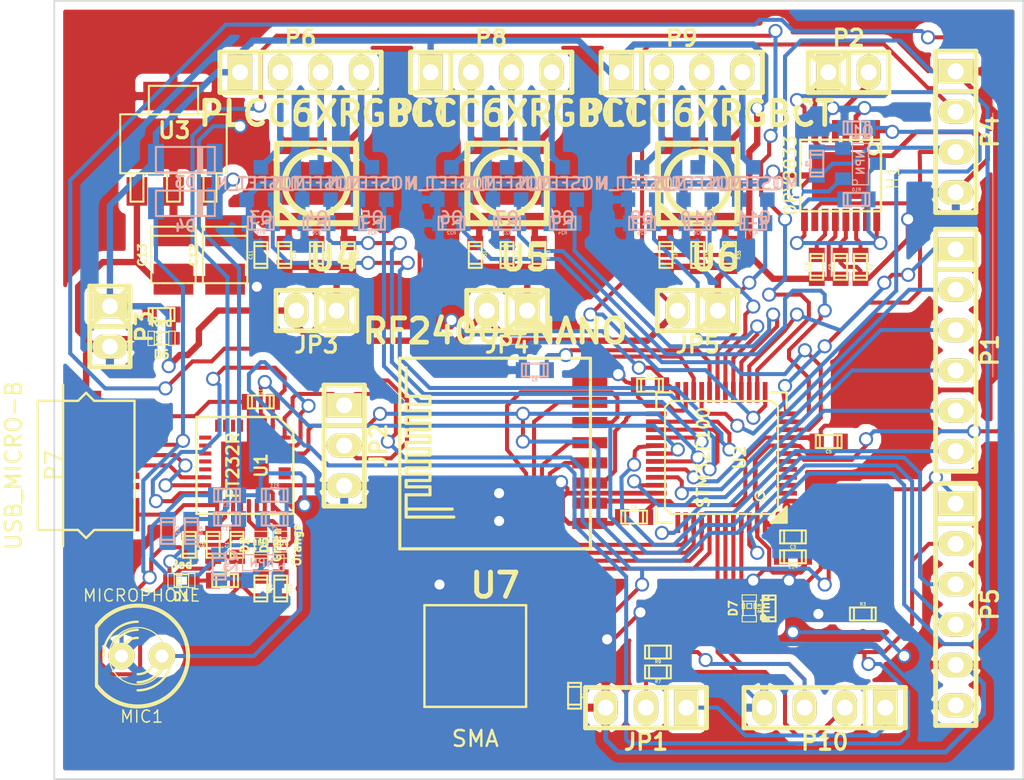
<source format=kicad_pcb>
(kicad_pcb (version 3) (host pcbnew "(2013-may-18)-stable")
  (layers (15 F.Cu signal) (0 B.Cu signal) (18 B.Paste user) (19 F.Paste user) (20 B.SilkS user) (21 F.SilkS user) (22 B.Mask user) (23 F.Mask user) (28 Edge.Cuts user))
  (net 0 "")
  (net 1 /3ch_fetdriver_1/D0)
  (net 2 /3ch_fetdriver_1/D1)
  (net 3 /3ch_fetdriver_1/D2)
  (net 4 /3ch_fetdriver_1/Q0)
  (net 5 /3ch_fetdriver_2/D0)
  (net 6 /3ch_fetdriver_2/D1)
  (net 7 /3ch_fetdriver_2/D2)
  (net 8 /3ch_fetdriver_2/Q0)
  (net 9 /3ch_fetdriver_3/D0)
  (net 10 /3ch_fetdriver_3/D1)
  (net 11 /3ch_fetdriver_3/D2)
  (net 12 /3ch_fetdriver_3/Q0)
  (net 13 /BOOT)
  (net 14 /BOOT1)
  (net 15 /Board_NRST)
  (net 16 /DRV_VINT)
  (net 17 /DRV_nFault)
  (net 18 /DRV_nSLEEP)
  (net 19 /Debug_LED)
  (net 20 /I2C_EXTPULL)
  (net 21 /I2C_PULL)
  (net 22 /MIC)
  (net 23 /NRST)
  (net 24 /PO_H)
  (net 25 /PO_L)
  (net 26 /RX)
  (net 27 /RX2)
  (net 28 /RX_LED)
  (net 29 /R_CE)
  (net 30 /R_IRQ)
  (net 31 /R_MISO)
  (net 32 /R_MOSI)
  (net 33 /R_NSS)
  (net 34 /R_SCK)
  (net 35 /SCL)
  (net 36 /SDA)
  (net 37 /TX)
  (net 38 /TX_LED)
  (net 39 /USBD+)
  (net 40 /USBD-)
  (net 41 /VCC_3V3)
  (net 42 /V_EXT)
  (net 43 /V_USB)
  (net 44 /rgbled_1/B)
  (net 45 /rgbled_1/CA)
  (net 46 /rgbled_1/G)
  (net 47 /rgbled_2/B)
  (net 48 /rgbled_2/CA)
  (net 49 /rgbled_2/G)
  (net 50 /rgbled_3/B)
  (net 51 /rgbled_3/CA)
  (net 52 /rgbled_3/G)
  (net 53 GND)
  (net 54 N-000001)
  (net 55 N-00000100)
  (net 56 N-0000014)
  (net 57 N-0000028)
  (net 58 N-0000030)
  (net 59 N-0000031)
  (net 60 N-0000032)
  (net 61 N-0000033)
  (net 62 N-0000034)
  (net 63 N-0000036)
  (net 64 N-0000040)
  (net 65 N-0000041)
  (net 66 N-0000042)
  (net 67 N-0000043)
  (net 68 N-0000044)
  (net 69 N-0000045)
  (net 70 N-0000046)
  (net 71 N-0000049)
  (net 72 N-0000050)
  (net 73 N-0000051)
  (net 74 N-0000058)
  (net 75 N-000007)
  (net 76 N-0000087)
  (net 77 N-0000092)
  (net 78 N-0000093)
  (net 79 N-0000094)
  (net 80 N-0000095)
  (net 81 N-0000096)
  (net 82 N-0000097)
  (net 83 N-0000098)
  (net 84 N-0000099)
  (module SSOP17_W (layer F.Cu) (at 160.5 106 180)
    (fp_text reference H1 (at -3.302 -0.127 270) (layer F.SilkS) (effects (font (size 0.762 0.762) (thickness 0.0762))))
    (fp_text value DRV8833 (at 3.175 0 270) (layer F.SilkS) (effects (font (size 0.762 0.762) (thickness 0.127))))
    (pad 1 smd rect (at -2.2606 2.794 180) (size 0.4318 1.39954) (layers F.Cu F.Paste F.Mask) (net 18 /DRV_nSLEEP))
    (pad 2 smd rect (at -1.6256 2.794 180) (size 0.4318 1.39954) (layers F.Cu F.Paste F.Mask) (net 59 N-0000031))
    (pad 3 smd rect (at -0.9652 2.794 180) (size 0.4318 1.39954) (layers F.Cu F.Paste F.Mask) (net 53 GND))
    (pad 4 smd rect (at -0.3302 2.794 180) (size 0.4318 1.39954) (layers F.Cu F.Paste F.Mask) (net 60 N-0000032))
    (pad 5 smd rect (at 0.3302 2.794 180) (size 0.4318 1.39954) (layers F.Cu F.Paste F.Mask) (net 60 N-0000032))
    (pad 6 smd rect (at 0.9779 2.794 180) (size 0.4318 1.39954) (layers F.Cu F.Paste F.Mask) (net 53 GND))
    (pad 7 smd rect (at 1.6256 2.794 180) (size 0.4318 1.39954) (layers F.Cu F.Paste F.Mask) (net 59 N-0000031))
    (pad 8 smd rect (at 2.2733 2.794 180) (size 0.4318 1.39954) (layers F.Cu F.Paste F.Mask) (net 17 /DRV_nFault))
    (pad 9 smd rect (at 2.2733 -2.794 180) (size 0.4318 1.39954) (layers F.Cu F.Paste F.Mask) (net 24 /PO_H))
    (pad 10 smd rect (at 1.6256 -2.794 180) (size 0.4318 1.39954) (layers F.Cu F.Paste F.Mask) (net 25 /PO_L))
    (pad 11 smd rect (at 0.9779 -2.794 180) (size 0.4318 1.39954) (layers F.Cu F.Paste F.Mask) (net 58 N-0000030))
    (pad 12 smd rect (at 0.3302 -2.794 180) (size 0.4318 1.39954) (layers F.Cu F.Paste F.Mask) (net 42 /V_EXT))
    (pad 13 smd rect (at -0.3302 -2.794 180) (size 0.4318 1.39954) (layers F.Cu F.Paste F.Mask) (net 53 GND))
    (pad 14 smd rect (at -0.9779 -2.794 180) (size 0.4318 1.39954) (layers F.Cu F.Paste F.Mask) (net 16 /DRV_VINT))
    (pad 15 smd rect (at -1.6256 -2.794 180) (size 0.4318 1.39954) (layers F.Cu F.Paste F.Mask) (net 25 /PO_L))
    (pad 16 smd rect (at -2.2733 -2.794 180) (size 0.4318 1.39954) (layers F.Cu F.Paste F.Mask) (net 24 /PO_H))
    (pad 17 smd rect (at 0 0 180) (size 3.59918 2.94894) (layers F.Cu F.Paste F.Mask) (net 53 GND))
  )
  (module SOT23 (layer B.Cu) (at 161.75 105.25 90)
    (fp_text reference Q1 (at 1.99898 0.09906 360) (layer B.SilkS) (effects (font (size 0.762 0.762) (thickness 0.11938)) (justify mirror)))
    (fp_text value NPN (at 0.0635 0 90) (layer B.SilkS) (effects (font (size 0.50038 0.50038) (thickness 0.09906)) (justify mirror)))
    (pad 3 smd rect (at 0 1.09982 90) (size 0.8001 1.00076) (layers B.Cu B.Paste B.Mask) (net 24 /PO_H))
    (pad 2 smd rect (at 0.9525 -1.09982 90) (size 0.8001 1.00076) (layers B.Cu B.Paste B.Mask) (net 76 N-0000087))
    (pad 1 smd rect (at -0.9525 -1.09982 90) (size 0.8001 1.00076) (layers B.Cu B.Paste B.Mask) (net 53 GND))
  )
  (module SOT23 (layer B.Cu) (at 124.125 130.375 180)
    (fp_text reference Q2 (at 1.99898 0.09906 450) (layer B.SilkS) (effects (font (size 0.762 0.762) (thickness 0.11938)) (justify mirror)))
    (fp_text value NPN (at 0.0635 0 180) (layer B.SilkS) (effects (font (size 0.50038 0.50038) (thickness 0.09906)) (justify mirror)))
    (pad 3 smd rect (at 0 1.09982 180) (size 0.8001 1.00076) (layers B.Cu B.Paste B.Mask) (net 57 N-0000028))
    (pad 2 smd rect (at 0.9525 -1.09982 180) (size 0.8001 1.00076) (layers B.Cu B.Paste B.Mask) (net 70 N-0000046))
    (pad 1 smd rect (at -0.9525 -1.09982 180) (size 0.8001 1.00076) (layers B.Cu B.Paste B.Mask) (net 53 GND))
  )
  (module sot223 (layer F.Cu) (at 118.5 104)
    (fp_text reference U3 (at 0.0508 -0.8382) (layer F.SilkS) (effects (font (size 1.00076 1.00076) (thickness 0.20066))))
    (fp_text value VREG hide)
    (pad 1 smd rect (at -2.30124 2.99974) (size 1.30048 1.80086) (layers F.Cu F.Paste F.Mask) (net 53 GND))
    (pad 2 smd rect (at 0 2.99974) (size 1.30048 1.80086) (layers F.Cu F.Paste F.Mask) (net 41 /VCC_3V3))
    (pad 3 smd rect (at 2.30124 2.99974) (size 1.30048 1.80086) (layers F.Cu F.Paste F.Mask) (net 68 N-0000044))
    (pad 4 smd rect (at 0 -2.99974) (size 3.79984 1.80086) (layers F.Cu F.Paste F.Mask) (net 41 /VCC_3V3))
  )
  (module sod80c (layer B.Cu) (at 119.25 107.75)
    (fp_text reference D4 (at 0 1.4224) (layer B.SilkS) (effects (font (size 0.70104 0.70104) (thickness 0.14986)) (justify mirror)))
    (fp_text value DIODESCH hide)
    (pad 1 smd rect (at -1.84912 0) (size 1.00076 1.99898) (layers B.Cu B.Paste B.Mask) (net 43 /V_USB))
    (pad 2 smd rect (at 1.84912 0) (size 1.00076 1.99898) (layers B.Cu B.Paste B.Mask) (net 68 N-0000044))
  )
  (module sod80c (layer B.Cu) (at 119.25 105)
    (fp_text reference D3 (at 0 1.4224) (layer B.SilkS) (effects (font (size 0.70104 0.70104) (thickness 0.14986)) (justify mirror)))
    (fp_text value DIODESCH hide)
    (pad 1 smd rect (at -1.84912 0) (size 1.00076 1.99898) (layers B.Cu B.Paste B.Mask) (net 42 /V_EXT))
    (pad 2 smd rect (at 1.84912 0) (size 1.00076 1.99898) (layers B.Cu B.Paste B.Mask) (net 68 N-0000044))
  )
  (module r_0603 (layer B.Cu) (at 121.875 126.125)
    (fp_text reference R13 (at 0 0.6096) (layer B.SilkS) (effects (font (size 0.20066 0.20066) (thickness 0.04064)) (justify mirror)))
    (fp_text value "10 kΩ" hide)
    (pad 1 smd rect (at 0.75184 0) (size 0.89916 1.00076) (layers B.Cu B.Paste B.Mask) (net 41 /VCC_3V3))
    (pad 2 smd rect (at -0.75184 0) (size 0.89916 1.00076) (layers B.Cu B.Paste B.Mask) (net 57 N-0000028))
  )
  (module r_0603 (layer B.Cu) (at 161.5 107.5 180)
    (fp_text reference R10 (at 0 0.6096 180) (layer B.SilkS) (effects (font (size 0.20066 0.20066) (thickness 0.04064)) (justify mirror)))
    (fp_text value "10 kΩ" hide)
    (pad 1 smd rect (at 0.75184 0 180) (size 0.89916 1.00076) (layers B.Cu B.Paste B.Mask) (net 41 /VCC_3V3))
    (pad 2 smd rect (at -0.75184 0 180) (size 0.89916 1.00076) (layers B.Cu B.Paste B.Mask) (net 24 /PO_H))
  )
  (module r_0603 (layer B.Cu) (at 124.875 126.125 180)
    (fp_text reference R11 (at 0 0.6096 180) (layer B.SilkS) (effects (font (size 0.20066 0.20066) (thickness 0.04064)) (justify mirror)))
    (fp_text value "10 kΩ" hide)
    (pad 1 smd rect (at 0.75184 0 180) (size 0.89916 1.00076) (layers B.Cu B.Paste B.Mask) (net 41 /VCC_3V3))
    (pad 2 smd rect (at -0.75184 0 180) (size 0.89916 1.00076) (layers B.Cu B.Paste B.Mask) (net 69 N-0000045))
  )
  (module r_0603 (layer B.Cu) (at 151.5 109)
    (fp_text reference R26 (at 0 0.6096) (layer B.SilkS) (effects (font (size 0.20066 0.20066) (thickness 0.04064)) (justify mirror)))
    (fp_text value R hide)
    (pad 1 smd rect (at 0.75184 0) (size 0.89916 1.00076) (layers B.Cu B.Paste B.Mask) (net 10 /3ch_fetdriver_3/D1))
    (pad 2 smd rect (at -0.75184 0) (size 0.89916 1.00076) (layers B.Cu B.Paste B.Mask) (net 53 GND))
  )
  (module r_0603 (layer B.Cu) (at 121.375 130.625 90)
    (fp_text reference R12 (at 0 0.6096 90) (layer B.SilkS) (effects (font (size 0.20066 0.20066) (thickness 0.04064)) (justify mirror)))
    (fp_text value "100 kΩ" hide)
    (pad 1 smd rect (at 0.75184 0 90) (size 0.89916 1.00076) (layers B.Cu B.Paste B.Mask) (net 57 N-0000028))
    (pad 2 smd rect (at -0.75184 0 90) (size 0.89916 1.00076) (layers B.Cu B.Paste B.Mask) (net 70 N-0000046))
  )
  (module r_0603 (layer B.Cu) (at 136 109)
    (fp_text reference R22 (at 0 0.6096) (layer B.SilkS) (effects (font (size 0.20066 0.20066) (thickness 0.04064)) (justify mirror)))
    (fp_text value R hide)
    (pad 1 smd rect (at 0.75184 0) (size 0.89916 1.00076) (layers B.Cu B.Paste B.Mask) (net 5 /3ch_fetdriver_2/D0))
    (pad 2 smd rect (at -0.75184 0) (size 0.89916 1.00076) (layers B.Cu B.Paste B.Mask) (net 53 GND))
  )
  (module r_0603 (layer B.Cu) (at 159 105.25 270)
    (fp_text reference R8 (at 0 0.6096 270) (layer B.SilkS) (effects (font (size 0.20066 0.20066) (thickness 0.04064)) (justify mirror)))
    (fp_text value "4.7 kΩ" hide)
    (pad 1 smd rect (at 0.75184 0 270) (size 0.89916 1.00076) (layers B.Cu B.Paste B.Mask) (net 25 /PO_L))
    (pad 2 smd rect (at -0.75184 0 270) (size 0.89916 1.00076) (layers B.Cu B.Paste B.Mask) (net 76 N-0000087))
  )
  (module r_0603 (layer B.Cu) (at 148 109)
    (fp_text reference R25 (at 0 0.6096) (layer B.SilkS) (effects (font (size 0.20066 0.20066) (thickness 0.04064)) (justify mirror)))
    (fp_text value R hide)
    (pad 1 smd rect (at 0.75184 0) (size 0.89916 1.00076) (layers B.Cu B.Paste B.Mask) (net 9 /3ch_fetdriver_3/D0))
    (pad 2 smd rect (at -0.75184 0) (size 0.89916 1.00076) (layers B.Cu B.Paste B.Mask) (net 53 GND))
  )
  (module r_0603 (layer B.Cu) (at 143 109)
    (fp_text reference R24 (at 0 0.6096) (layer B.SilkS) (effects (font (size 0.20066 0.20066) (thickness 0.04064)) (justify mirror)))
    (fp_text value R hide)
    (pad 1 smd rect (at 0.75184 0) (size 0.89916 1.00076) (layers B.Cu B.Paste B.Mask) (net 7 /3ch_fetdriver_2/D2))
    (pad 2 smd rect (at -0.75184 0) (size 0.89916 1.00076) (layers B.Cu B.Paste B.Mask) (net 53 GND))
  )
  (module r_0603 (layer F.Cu) (at 156 133.25 90)
    (fp_text reference R18 (at 0 -0.6096 90) (layer F.SilkS) (effects (font (size 0.20066 0.20066) (thickness 0.04064))))
    (fp_text value "120 Ω" hide)
    (pad 1 smd rect (at 0.75184 0 90) (size 0.89916 1.00076) (layers F.Cu F.Paste F.Mask) (net 41 /VCC_3V3))
    (pad 2 smd rect (at -0.75184 0 90) (size 0.89916 1.00076) (layers F.Cu F.Paste F.Mask) (net 56 N-0000014))
  )
  (module r_0603 (layer B.Cu) (at 161.5 103)
    (fp_text reference R1 (at 0 0.6096) (layer B.SilkS) (effects (font (size 0.20066 0.20066) (thickness 0.04064)) (justify mirror)))
    (fp_text value "10 kΩ" hide)
    (pad 1 smd rect (at 0.75184 0) (size 0.89916 1.00076) (layers B.Cu B.Paste B.Mask) (net 18 /DRV_nSLEEP))
    (pad 2 smd rect (at -0.75184 0) (size 0.89916 1.00076) (layers B.Cu B.Paste B.Mask) (net 53 GND))
  )
  (module r_0603 (layer B.Cu) (at 121.875 127.625)
    (fp_text reference R37 (at 0 0.6096) (layer B.SilkS) (effects (font (size 0.20066 0.20066) (thickness 0.04064)) (justify mirror)))
    (fp_text value "100 kΩ" hide)
    (pad 1 smd rect (at 0.75184 0) (size 0.89916 1.00076) (layers B.Cu B.Paste B.Mask) (net 41 /VCC_3V3))
    (pad 2 smd rect (at -0.75184 0) (size 0.89916 1.00076) (layers B.Cu B.Paste B.Mask) (net 22 /MIC))
  )
  (module r_0603 (layer B.Cu) (at 119.625 128.375 90)
    (fp_text reference R38 (at 0 0.6096 90) (layer B.SilkS) (effects (font (size 0.20066 0.20066) (thickness 0.04064)) (justify mirror)))
    (fp_text value "100 kΩ" hide)
    (pad 1 smd rect (at 0.75184 0 90) (size 0.89916 1.00076) (layers B.Cu B.Paste B.Mask) (net 22 /MIC))
    (pad 2 smd rect (at -0.75184 0 90) (size 0.89916 1.00076) (layers B.Cu B.Paste B.Mask) (net 53 GND))
  )
  (module r_0603 (layer B.Cu) (at 139.5 109)
    (fp_text reference R23 (at 0 0.6096) (layer B.SilkS) (effects (font (size 0.20066 0.20066) (thickness 0.04064)) (justify mirror)))
    (fp_text value R hide)
    (pad 1 smd rect (at 0.75184 0) (size 0.89916 1.00076) (layers B.Cu B.Paste B.Mask) (net 6 /3ch_fetdriver_2/D1))
    (pad 2 smd rect (at -0.75184 0) (size 0.89916 1.00076) (layers B.Cu B.Paste B.Mask) (net 53 GND))
  )
  (module r_0603 (layer B.Cu) (at 124 109)
    (fp_text reference R19 (at 0 0.6096) (layer B.SilkS) (effects (font (size 0.20066 0.20066) (thickness 0.04064)) (justify mirror)))
    (fp_text value R hide)
    (pad 1 smd rect (at 0.75184 0) (size 0.89916 1.00076) (layers B.Cu B.Paste B.Mask) (net 1 /3ch_fetdriver_1/D0))
    (pad 2 smd rect (at -0.75184 0) (size 0.89916 1.00076) (layers B.Cu B.Paste B.Mask) (net 53 GND))
  )
  (module r_0603 (layer B.Cu) (at 127.5 109)
    (fp_text reference R20 (at 0 0.6096) (layer B.SilkS) (effects (font (size 0.20066 0.20066) (thickness 0.04064)) (justify mirror)))
    (fp_text value R hide)
    (pad 1 smd rect (at 0.75184 0) (size 0.89916 1.00076) (layers B.Cu B.Paste B.Mask) (net 2 /3ch_fetdriver_1/D1))
    (pad 2 smd rect (at -0.75184 0) (size 0.89916 1.00076) (layers B.Cu B.Paste B.Mask) (net 53 GND))
  )
  (module r_0603 (layer B.Cu) (at 131 109)
    (fp_text reference R21 (at 0 0.6096) (layer B.SilkS) (effects (font (size 0.20066 0.20066) (thickness 0.04064)) (justify mirror)))
    (fp_text value R hide)
    (pad 1 smd rect (at 0.75184 0) (size 0.89916 1.00076) (layers B.Cu B.Paste B.Mask) (net 3 /3ch_fetdriver_1/D2))
    (pad 2 smd rect (at -0.75184 0) (size 0.89916 1.00076) (layers B.Cu B.Paste B.Mask) (net 53 GND))
  )
  (module r_0603 (layer F.Cu) (at 129.5 111 270)
    (fp_text reference R30 (at 0 -0.6096 270) (layer F.SilkS) (effects (font (size 0.20066 0.20066) (thickness 0.04064))))
    (fp_text value R hide)
    (pad 1 smd rect (at 0.75184 0 270) (size 0.89916 1.00076) (layers F.Cu F.Paste F.Mask) (net 45 /rgbled_1/CA))
    (pad 2 smd rect (at -0.75184 0 270) (size 0.89916 1.00076) (layers F.Cu F.Paste F.Mask) (net 77 N-0000092))
  )
  (module r_0603 (layer F.Cu) (at 151.5 111 270)
    (fp_text reference R35 (at 0 -0.6096 270) (layer F.SilkS) (effects (font (size 0.20066 0.20066) (thickness 0.04064))))
    (fp_text value R hide)
    (pad 1 smd rect (at 0.75184 0 270) (size 0.89916 1.00076) (layers F.Cu F.Paste F.Mask) (net 51 /rgbled_3/CA))
    (pad 2 smd rect (at -0.75184 0 270) (size 0.89916 1.00076) (layers F.Cu F.Paste F.Mask) (net 84 N-0000099))
  )
  (module r_0603 (layer F.Cu) (at 149.5 111 270)
    (fp_text reference R34 (at 0 -0.6096 270) (layer F.SilkS) (effects (font (size 0.20066 0.20066) (thickness 0.04064))))
    (fp_text value R hide)
    (pad 1 smd rect (at 0.75184 0 270) (size 0.89916 1.00076) (layers F.Cu F.Paste F.Mask) (net 51 /rgbled_3/CA))
    (pad 2 smd rect (at -0.75184 0 270) (size 0.89916 1.00076) (layers F.Cu F.Paste F.Mask) (net 55 N-00000100))
  )
  (module r_0603 (layer F.Cu) (at 141.5 111 270)
    (fp_text reference R33 (at 0 -0.6096 270) (layer F.SilkS) (effects (font (size 0.20066 0.20066) (thickness 0.04064))))
    (fp_text value R hide)
    (pad 1 smd rect (at 0.75184 0 270) (size 0.89916 1.00076) (layers F.Cu F.Paste F.Mask) (net 48 /rgbled_2/CA))
    (pad 2 smd rect (at -0.75184 0 270) (size 0.89916 1.00076) (layers F.Cu F.Paste F.Mask) (net 80 N-0000095))
  )
  (module r_0603 (layer F.Cu) (at 124 132 270)
    (fp_text reference R15 (at 0 -0.6096 270) (layer F.SilkS) (effects (font (size 0.20066 0.20066) (thickness 0.04064))))
    (fp_text value "290 Ω" hide)
    (pad 1 smd rect (at 0.75184 0 270) (size 0.89916 1.00076) (layers F.Cu F.Paste F.Mask) (net 43 /V_USB))
    (pad 2 smd rect (at -0.75184 0 270) (size 0.89916 1.00076) (layers F.Cu F.Paste F.Mask) (net 73 N-0000051))
  )
  (module r_0603 (layer F.Cu) (at 125.25 132 270)
    (fp_text reference R16 (at 0 -0.6096 270) (layer F.SilkS) (effects (font (size 0.20066 0.20066) (thickness 0.04064))))
    (fp_text value "290 Ω" hide)
    (pad 1 smd rect (at 0.75184 0 270) (size 0.89916 1.00076) (layers F.Cu F.Paste F.Mask) (net 43 /V_USB))
    (pad 2 smd rect (at -0.75184 0 270) (size 0.89916 1.00076) (layers F.Cu F.Paste F.Mask) (net 71 N-0000049))
  )
  (module r_0603 (layer F.Cu) (at 121.75 131.5)
    (fp_text reference R14 (at 0 -0.6096) (layer F.SilkS) (effects (font (size 0.20066 0.20066) (thickness 0.04064))))
    (fp_text value "290 Ω" hide)
    (pad 1 smd rect (at 0.75184 0) (size 0.89916 1.00076) (layers F.Cu F.Paste F.Mask) (net 43 /V_USB))
    (pad 2 smd rect (at -0.75184 0) (size 0.89916 1.00076) (layers F.Cu F.Paste F.Mask) (net 72 N-0000050))
  )
  (module r_0603 (layer F.Cu) (at 139.5 111 270)
    (fp_text reference R32 (at 0 -0.6096 270) (layer F.SilkS) (effects (font (size 0.20066 0.20066) (thickness 0.04064))))
    (fp_text value R hide)
    (pad 1 smd rect (at 0.75184 0 270) (size 0.89916 1.00076) (layers F.Cu F.Paste F.Mask) (net 48 /rgbled_2/CA))
    (pad 2 smd rect (at -0.75184 0 270) (size 0.89916 1.00076) (layers F.Cu F.Paste F.Mask) (net 81 N-0000096))
  )
  (module r_0603 (layer F.Cu) (at 121 129.25 90)
    (fp_text reference R6 (at 0 -0.6096 90) (layer F.SilkS) (effects (font (size 0.20066 0.20066) (thickness 0.04064))))
    (fp_text value "10 kΩ" hide)
    (pad 1 smd rect (at 0.75184 0 90) (size 0.89916 1.00076) (layers F.Cu F.Paste F.Mask) (net 54 N-000001))
    (pad 2 smd rect (at -0.75184 0 90) (size 0.89916 1.00076) (layers F.Cu F.Paste F.Mask) (net 53 GND))
  )
  (module r_0603 (layer F.Cu) (at 137.5 111 270)
    (fp_text reference R31 (at 0 -0.6096 270) (layer F.SilkS) (effects (font (size 0.20066 0.20066) (thickness 0.04064))))
    (fp_text value R hide)
    (pad 1 smd rect (at 0.75184 0 270) (size 0.89916 1.00076) (layers F.Cu F.Paste F.Mask) (net 48 /rgbled_2/CA))
    (pad 2 smd rect (at -0.75184 0 270) (size 0.89916 1.00076) (layers F.Cu F.Paste F.Mask) (net 82 N-0000097))
  )
  (module r_0603 (layer F.Cu) (at 119.5 129.25 270)
    (fp_text reference R5 (at 0 -0.6096 270) (layer F.SilkS) (effects (font (size 0.20066 0.20066) (thickness 0.04064))))
    (fp_text value "4.7 kΩ" hide)
    (pad 1 smd rect (at 0.75184 0 270) (size 0.89916 1.00076) (layers F.Cu F.Paste F.Mask) (net 43 /V_USB))
    (pad 2 smd rect (at -0.75184 0 270) (size 0.89916 1.00076) (layers F.Cu F.Paste F.Mask) (net 54 N-000001))
  )
  (module r_0603 (layer F.Cu) (at 127.5 111 270)
    (fp_text reference R29 (at 0 -0.6096 270) (layer F.SilkS) (effects (font (size 0.20066 0.20066) (thickness 0.04064))))
    (fp_text value R hide)
    (pad 1 smd rect (at 0.75184 0 270) (size 0.89916 1.00076) (layers F.Cu F.Paste F.Mask) (net 45 /rgbled_1/CA))
    (pad 2 smd rect (at -0.75184 0 270) (size 0.89916 1.00076) (layers F.Cu F.Paste F.Mask) (net 78 N-0000093))
  )
  (module r_0603 (layer F.Cu) (at 125.5 111 270)
    (fp_text reference R28 (at 0 -0.6096 270) (layer F.SilkS) (effects (font (size 0.20066 0.20066) (thickness 0.04064))))
    (fp_text value R hide)
    (pad 1 smd rect (at 0.75184 0 270) (size 0.89916 1.00076) (layers F.Cu F.Paste F.Mask) (net 45 /rgbled_1/CA))
    (pad 2 smd rect (at -0.75184 0 270) (size 0.89916 1.00076) (layers F.Cu F.Paste F.Mask) (net 79 N-0000094))
  )
  (module r_0603 (layer B.Cu) (at 155 109)
    (fp_text reference R27 (at 0 0.6096) (layer B.SilkS) (effects (font (size 0.20066 0.20066) (thickness 0.04064)) (justify mirror)))
    (fp_text value R hide)
    (pad 1 smd rect (at 0.75184 0) (size 0.89916 1.00076) (layers B.Cu B.Paste B.Mask) (net 11 /3ch_fetdriver_3/D2))
    (pad 2 smd rect (at -0.75184 0) (size 0.89916 1.00076) (layers B.Cu B.Paste B.Mask) (net 53 GND))
  )
  (module r_0603 (layer F.Cu) (at 161.9 133.6)
    (fp_text reference R3 (at 0 -0.6096) (layer F.SilkS) (effects (font (size 0.20066 0.20066) (thickness 0.04064))))
    (fp_text value "10 kΩ" hide)
    (pad 1 smd rect (at 0.75184 0) (size 0.89916 1.00076) (layers F.Cu F.Paste F.Mask) (net 13 /BOOT))
    (pad 2 smd rect (at -0.75184 0) (size 0.89916 1.00076) (layers F.Cu F.Paste F.Mask) (net 53 GND))
  )
  (module r_0603 (layer F.Cu) (at 153.5 111 270)
    (fp_text reference R36 (at 0 -0.6096 270) (layer F.SilkS) (effects (font (size 0.20066 0.20066) (thickness 0.04064))))
    (fp_text value R hide)
    (pad 1 smd rect (at 0.75184 0 270) (size 0.89916 1.00076) (layers F.Cu F.Paste F.Mask) (net 51 /rgbled_3/CA))
    (pad 2 smd rect (at -0.75184 0 270) (size 0.89916 1.00076) (layers F.Cu F.Paste F.Mask) (net 83 N-0000098))
  )
  (module r_0603 (layer F.Cu) (at 143.75 138.75 270)
    (fp_text reference R4 (at 0 -0.6096 270) (layer F.SilkS) (effects (font (size 0.20066 0.20066) (thickness 0.04064))))
    (fp_text value "10 kΩ" hide)
    (pad 1 smd rect (at 0.75184 0 270) (size 0.89916 1.00076) (layers F.Cu F.Paste F.Mask) (net 41 /VCC_3V3))
    (pad 2 smd rect (at -0.75184 0 270) (size 0.89916 1.00076) (layers F.Cu F.Paste F.Mask) (net 23 /NRST))
  )
  (module r_0603 (layer F.Cu) (at 149 136 180)
    (fp_text reference R9 (at 0 -0.6096 180) (layer F.SilkS) (effects (font (size 0.20066 0.20066) (thickness 0.04064))))
    (fp_text value "10 kΩ" hide)
    (pad 1 smd rect (at 0.75184 0 180) (size 0.89916 1.00076) (layers F.Cu F.Paste F.Mask) (net 21 /I2C_PULL))
    (pad 2 smd rect (at -0.75184 0 180) (size 0.89916 1.00076) (layers F.Cu F.Paste F.Mask) (net 36 /SDA))
  )
  (module r_0603 (layer F.Cu) (at 149 137.25 180)
    (fp_text reference R7 (at 0 -0.6096 180) (layer F.SilkS) (effects (font (size 0.20066 0.20066) (thickness 0.04064))))
    (fp_text value "10 kΩ" hide)
    (pad 1 smd rect (at 0.75184 0 180) (size 0.89916 1.00076) (layers F.Cu F.Paste F.Mask) (net 21 /I2C_PULL))
    (pad 2 smd rect (at -0.75184 0 180) (size 0.89916 1.00076) (layers F.Cu F.Paste F.Mask) (net 35 /SCL))
  )
  (module r_0603 (layer B.Cu) (at 141.25 118.25)
    (fp_text reference R2 (at 0 0.6096) (layer B.SilkS) (effects (font (size 0.20066 0.20066) (thickness 0.04064)) (justify mirror)))
    (fp_text value "10 kΩ" hide)
    (pad 1 smd rect (at 0.75184 0) (size 0.89916 1.00076) (layers B.Cu B.Paste B.Mask) (net 14 /BOOT1))
    (pad 2 smd rect (at -0.75184 0) (size 0.89916 1.00076) (layers B.Cu B.Paste B.Mask) (net 53 GND))
  )
  (module r_0603 (layer F.Cu) (at 117.75 114.75 180)
    (fp_text reference R17 (at 0 -0.6096 180) (layer F.SilkS) (effects (font (size 0.20066 0.20066) (thickness 0.04064))))
    (fp_text value "1 kΩ" hide)
    (pad 1 smd rect (at 0.75184 0 180) (size 0.89916 1.00076) (layers F.Cu F.Paste F.Mask) (net 42 /V_EXT))
    (pad 2 smd rect (at -0.75184 0 180) (size 0.89916 1.00076) (layers F.Cu F.Paste F.Mask) (net 74 N-0000058))
  )
  (module QFN32 (layer F.Cu) (at 123 124.25 270)
    (fp_text reference U1 (at 0 -1.016 270) (layer F.SilkS) (effects (font (size 0.762 0.762) (thickness 0.1524))))
    (fp_text value FT232R (at 0 0.762 270) (layer F.SilkS) (effects (font (size 0.762 0.762) (thickness 0.1524))))
    (pad 31 smd rect (at -1.24968 -2.49936 270) (size 0.254 0.762) (layers F.Cu F.Paste F.Mask) (net 13 /BOOT))
    (pad 30 smd rect (at -0.7493 -2.49936 270) (size 0.254 0.762) (layers F.Cu F.Paste F.Mask) (net 37 /TX))
    (pad 29 smd rect (at -0.24892 -2.49936 270) (size 0.254 0.762) (layers F.Cu F.Paste F.Mask))
    (pad 32 smd rect (at -1.75006 -2.49936 270) (size 0.254 0.762) (layers F.Cu F.Paste F.Mask) (net 23 /NRST))
    (pad 1 smd rect (at -2.49936 -1.75006) (size 0.254 0.762) (layers F.Cu F.Paste F.Mask) (net 75 N-000007))
    (pad 2 smd rect (at -2.49936 -1.24968) (size 0.254 0.762) (layers F.Cu F.Paste F.Mask) (net 26 /RX))
    (pad 3 smd rect (at -2.49936 -0.7493) (size 0.254 0.762) (layers F.Cu F.Paste F.Mask))
    (pad 4 smd rect (at -2.49936 -0.24892) (size 0.254 0.762) (layers F.Cu F.Paste F.Mask) (net 53 GND))
    (pad 5 smd rect (at -2.49936 0.24892) (size 0.254 0.762) (layers F.Cu F.Paste F.Mask))
    (pad 6 smd rect (at -2.49936 0.7493) (size 0.254 0.762) (layers F.Cu F.Paste F.Mask))
    (pad 7 smd rect (at -2.49936 1.24968) (size 0.254 0.762) (layers F.Cu F.Paste F.Mask))
    (pad 8 smd rect (at -2.49936 1.75006) (size 0.254 0.762) (layers F.Cu F.Paste F.Mask))
    (pad 16 smd rect (at 1.75006 2.49936 270) (size 0.254 0.762) (layers F.Cu F.Paste F.Mask) (net 75 N-000007))
    (pad 9 smd rect (at -1.75006 2.49936 270) (size 0.254 0.762) (layers F.Cu F.Paste F.Mask))
    (pad 10 smd rect (at -1.24968 2.49936 270) (size 0.254 0.762) (layers F.Cu F.Paste F.Mask))
    (pad 11 smd rect (at -0.7493 2.49936 270) (size 0.254 0.762) (layers F.Cu F.Paste F.Mask))
    (pad 12 smd rect (at -0.24892 2.49936 270) (size 0.254 0.762) (layers F.Cu F.Paste F.Mask))
    (pad 13 smd rect (at 0.24892 2.49936 270) (size 0.254 0.762) (layers F.Cu F.Paste F.Mask))
    (pad 14 smd rect (at 0.7493 2.49936 270) (size 0.254 0.762) (layers F.Cu F.Paste F.Mask) (net 39 /USBD+))
    (pad 15 smd rect (at 1.24968 2.49936 270) (size 0.254 0.762) (layers F.Cu F.Paste F.Mask) (net 40 /USBD-))
    (pad 17 smd rect (at 2.49936 1.75006) (size 0.254 0.762) (layers F.Cu F.Paste F.Mask) (net 53 GND))
    (pad 18 smd rect (at 2.49936 1.24968) (size 0.254 0.762) (layers F.Cu F.Paste F.Mask) (net 54 N-000001))
    (pad 19 smd rect (at 2.49936 0.7493) (size 0.254 0.762) (layers F.Cu F.Paste F.Mask) (net 43 /V_USB))
    (pad 20 smd rect (at 2.49936 0.24892) (size 0.254 0.762) (layers F.Cu F.Paste F.Mask) (net 53 GND))
    (pad 21 smd rect (at 2.49936 -0.24892) (size 0.254 0.762) (layers F.Cu F.Paste F.Mask) (net 28 /RX_LED))
    (pad 22 smd rect (at 2.49936 -0.7493) (size 0.254 0.762) (layers F.Cu F.Paste F.Mask) (net 38 /TX_LED))
    (pad 23 smd rect (at 2.49936 -1.24968) (size 0.254 0.762) (layers F.Cu F.Paste F.Mask))
    (pad 24 smd rect (at 2.49936 -1.75006) (size 0.254 0.762) (layers F.Cu F.Paste F.Mask) (net 53 GND))
    (pad 25 smd rect (at 1.75006 -2.49936 270) (size 0.254 0.762) (layers F.Cu F.Paste F.Mask))
    (pad 26 smd rect (at 1.24968 -2.49936 270) (size 0.254 0.762) (layers F.Cu F.Paste F.Mask) (net 53 GND))
    (pad 27 smd rect (at 0.7493 -2.49936 270) (size 0.254 0.762) (layers F.Cu F.Paste F.Mask))
    (pad 28 smd rect (at 0.24892 -2.49936 270) (size 0.254 0.762) (layers F.Cu F.Paste F.Mask))
    (pad 33 smd rect (at 0 0 270) (size 2.99974 2.99974) (layers F.Cu F.Paste F.Mask) (net 53 GND))
  )
  (module PLCC6XRGBCT (layer F.Cu) (at 127.5 106.5)
    (fp_text reference U4 (at 1.1 4.7) (layer F.SilkS) (effects (font (size 1.524 1.524) (thickness 0.3048))))
    (fp_text value PLCC6XRGBCT (at 0.6 -4.4) (layer F.SilkS) (effects (font (size 1.524 1.524) (thickness 0.3048))))
    (pad 4 smd rect (at 1.75006 -2.3749) (size 1.30048 1.04902) (layers F.Cu F.Paste F.Mask) (net 44 /rgbled_1/B))
    (pad 6 smd rect (at -1.75006 -2.3749) (size 1.30048 1.04902) (layers F.Cu F.Paste F.Mask) (net 4 /3ch_fetdriver_1/Q0))
    (pad 5 smd rect (at 0 -2.3749) (size 1.30048 1.04902) (layers F.Cu F.Paste F.Mask) (net 46 /rgbled_1/G))
    (pad 2 smd rect (at 0 2.3749) (size 1.30048 1.04902) (layers F.Cu F.Paste F.Mask) (net 78 N-0000093))
    (pad 1 smd rect (at -1.75006 2.3749) (size 1.30048 1.04902) (layers F.Cu F.Paste F.Mask) (net 79 N-0000094))
    (pad 3 smd rect (at 1.75006 2.3749) (size 1.30048 1.04902) (layers F.Cu F.Paste F.Mask) (net 77 N-0000092))
  )
  (module PLCC6XRGBCT (layer F.Cu) (at 151.5 106.5)
    (fp_text reference U6 (at 1.1 4.7) (layer F.SilkS) (effects (font (size 1.524 1.524) (thickness 0.3048))))
    (fp_text value PLCC6XRGBCT (at 0.6 -4.4) (layer F.SilkS) (effects (font (size 1.524 1.524) (thickness 0.3048))))
    (pad 4 smd rect (at 1.75006 -2.3749) (size 1.30048 1.04902) (layers F.Cu F.Paste F.Mask) (net 50 /rgbled_3/B))
    (pad 6 smd rect (at -1.75006 -2.3749) (size 1.30048 1.04902) (layers F.Cu F.Paste F.Mask) (net 12 /3ch_fetdriver_3/Q0))
    (pad 5 smd rect (at 0 -2.3749) (size 1.30048 1.04902) (layers F.Cu F.Paste F.Mask) (net 52 /rgbled_3/G))
    (pad 2 smd rect (at 0 2.3749) (size 1.30048 1.04902) (layers F.Cu F.Paste F.Mask) (net 84 N-0000099))
    (pad 1 smd rect (at -1.75006 2.3749) (size 1.30048 1.04902) (layers F.Cu F.Paste F.Mask) (net 55 N-00000100))
    (pad 3 smd rect (at 1.75006 2.3749) (size 1.30048 1.04902) (layers F.Cu F.Paste F.Mask) (net 83 N-0000098))
  )
  (module PLCC6XRGBCT (layer F.Cu) (at 139.5 106.5)
    (fp_text reference U5 (at 1.1 4.7) (layer F.SilkS) (effects (font (size 1.524 1.524) (thickness 0.3048))))
    (fp_text value PLCC6XRGBCT (at 0.6 -4.4) (layer F.SilkS) (effects (font (size 1.524 1.524) (thickness 0.3048))))
    (pad 4 smd rect (at 1.75006 -2.3749) (size 1.30048 1.04902) (layers F.Cu F.Paste F.Mask) (net 47 /rgbled_2/B))
    (pad 6 smd rect (at -1.75006 -2.3749) (size 1.30048 1.04902) (layers F.Cu F.Paste F.Mask) (net 8 /3ch_fetdriver_2/Q0))
    (pad 5 smd rect (at 0 -2.3749) (size 1.30048 1.04902) (layers F.Cu F.Paste F.Mask) (net 49 /rgbled_2/G))
    (pad 2 smd rect (at 0 2.3749) (size 1.30048 1.04902) (layers F.Cu F.Paste F.Mask) (net 81 N-0000096))
    (pad 1 smd rect (at -1.75006 2.3749) (size 1.30048 1.04902) (layers F.Cu F.Paste F.Mask) (net 82 N-0000097))
    (pad 3 smd rect (at 1.75006 2.3749) (size 1.30048 1.04902) (layers F.Cu F.Paste F.Mask) (net 80 N-0000095))
  )
  (module pin_strip_6 (layer F.Cu) (at 167.75 133 270)
    (fp_text reference P5 (at 0 -2.159 270) (layer F.SilkS) (effects (font (size 1.016 1.016) (thickness 0.2032))))
    (fp_text value CONN_6 hide)
    (pad 1 thru_hole rect (at -6.35 0 270) (size 1.524 2.19964) (drill 1.00076) (layers *.Cu *.Mask F.SilkS) (net 23 /NRST))
    (pad 2 thru_hole oval (at -3.81 0 270) (size 1.524 2.19964) (drill 1.00076) (layers *.Cu *.Mask F.SilkS) (net 13 /BOOT))
    (pad 3 thru_hole oval (at -1.27 0 270) (size 1.524 2.19964) (drill 1.00076) (layers *.Cu *.Mask F.SilkS) (net 26 /RX))
    (pad 4 thru_hole oval (at 1.27 0 270) (size 1.524 2.19964) (drill 1.00076) (layers *.Cu *.Mask F.SilkS) (net 37 /TX))
    (pad 5 thru_hole oval (at 3.81 0 270) (size 1.524 2.19964) (drill 1.00076) (layers *.Cu *.Mask F.SilkS) (net 41 /VCC_3V3))
    (pad 6 thru_hole oval (at 6.35 0 270) (size 1.524 2.19964) (drill 1.00076) (layers *.Cu *.Mask F.SilkS) (net 53 GND))
  )
  (module pin_strip_6 (layer F.Cu) (at 167.75 117 270)
    (fp_text reference P1 (at 0 -2.159 270) (layer F.SilkS) (effects (font (size 1.016 1.016) (thickness 0.2032))))
    (fp_text value CONN_6 hide)
    (pad 1 thru_hole rect (at -6.35 0 270) (size 1.524 2.19964) (drill 1.00076) (layers *.Cu *.Mask F.SilkS) (net 61 N-0000033))
    (pad 2 thru_hole oval (at -3.81 0 270) (size 1.524 2.19964) (drill 1.00076) (layers *.Cu *.Mask F.SilkS) (net 65 N-0000041))
    (pad 3 thru_hole oval (at -1.27 0 270) (size 1.524 2.19964) (drill 1.00076) (layers *.Cu *.Mask F.SilkS) (net 64 N-0000040))
    (pad 4 thru_hole oval (at 1.27 0 270) (size 1.524 2.19964) (drill 1.00076) (layers *.Cu *.Mask F.SilkS) (net 66 N-0000042))
    (pad 5 thru_hole oval (at 3.81 0 270) (size 1.524 2.19964) (drill 1.00076) (layers *.Cu *.Mask F.SilkS) (net 67 N-0000043))
    (pad 6 thru_hole oval (at 6.35 0 270) (size 1.524 2.19964) (drill 1.00076) (layers *.Cu *.Mask F.SilkS) (net 63 N-0000036))
  )
  (module pin_strip_4 (layer F.Cu) (at 138.5 99.5)
    (fp_text reference P8 (at 0 -2.159) (layer F.SilkS) (effects (font (size 1.016 1.016) (thickness 0.2032))))
    (fp_text value CONN_4 hide)
    (pad 1 thru_hole rect (at -3.81 0) (size 1.524 2.19964) (drill 1.00076) (layers *.Cu *.Mask F.SilkS) (net 42 /V_EXT))
    (pad 2 thru_hole oval (at -1.27 0) (size 1.524 2.19964) (drill 1.00076) (layers *.Cu *.Mask F.SilkS) (net 8 /3ch_fetdriver_2/Q0))
    (pad 3 thru_hole oval (at 1.27 0) (size 1.524 2.19964) (drill 1.00076) (layers *.Cu *.Mask F.SilkS) (net 49 /rgbled_2/G))
    (pad 4 thru_hole oval (at 3.81 0) (size 1.524 2.19964) (drill 1.00076) (layers *.Cu *.Mask F.SilkS) (net 47 /rgbled_2/B))
  )
  (module pin_strip_4 (layer F.Cu) (at 126.5 99.5)
    (fp_text reference P6 (at 0 -2.159) (layer F.SilkS) (effects (font (size 1.016 1.016) (thickness 0.2032))))
    (fp_text value CONN_4 hide)
    (pad 1 thru_hole rect (at -3.81 0) (size 1.524 2.19964) (drill 1.00076) (layers *.Cu *.Mask F.SilkS) (net 42 /V_EXT))
    (pad 2 thru_hole oval (at -1.27 0) (size 1.524 2.19964) (drill 1.00076) (layers *.Cu *.Mask F.SilkS) (net 4 /3ch_fetdriver_1/Q0))
    (pad 3 thru_hole oval (at 1.27 0) (size 1.524 2.19964) (drill 1.00076) (layers *.Cu *.Mask F.SilkS) (net 46 /rgbled_1/G))
    (pad 4 thru_hole oval (at 3.81 0) (size 1.524 2.19964) (drill 1.00076) (layers *.Cu *.Mask F.SilkS) (net 44 /rgbled_1/B))
  )
  (module pin_strip_4 (layer F.Cu) (at 167.75 103.25 270)
    (fp_text reference P4 (at 0 -2.159 270) (layer F.SilkS) (effects (font (size 1.016 1.016) (thickness 0.2032))))
    (fp_text value CONN_4 hide)
    (pad 1 thru_hole rect (at -3.81 0 270) (size 1.524 2.19964) (drill 1.00076) (layers *.Cu *.Mask F.SilkS) (net 41 /VCC_3V3))
    (pad 2 thru_hole oval (at -1.27 0 270) (size 1.524 2.19964) (drill 1.00076) (layers *.Cu *.Mask F.SilkS) (net 27 /RX2))
    (pad 3 thru_hole oval (at 1.27 0 270) (size 1.524 2.19964) (drill 1.00076) (layers *.Cu *.Mask F.SilkS) (net 25 /PO_L))
    (pad 4 thru_hole oval (at 3.81 0 270) (size 1.524 2.19964) (drill 1.00076) (layers *.Cu *.Mask F.SilkS) (net 53 GND))
  )
  (module pin_strip_4 (layer F.Cu) (at 159.5 139.5 180)
    (fp_text reference P10 (at 0 -2.159 180) (layer F.SilkS) (effects (font (size 1.016 1.016) (thickness 0.2032))))
    (fp_text value CONN_4 hide)
    (pad 1 thru_hole rect (at -3.81 0 180) (size 1.524 2.19964) (drill 1.00076) (layers *.Cu *.Mask F.SilkS) (net 20 /I2C_EXTPULL))
    (pad 2 thru_hole oval (at -1.27 0 180) (size 1.524 2.19964) (drill 1.00076) (layers *.Cu *.Mask F.SilkS) (net 35 /SCL))
    (pad 3 thru_hole oval (at 1.27 0 180) (size 1.524 2.19964) (drill 1.00076) (layers *.Cu *.Mask F.SilkS) (net 36 /SDA))
    (pad 4 thru_hole oval (at 3.81 0 180) (size 1.524 2.19964) (drill 1.00076) (layers *.Cu *.Mask F.SilkS) (net 53 GND))
  )
  (module pin_strip_4 (layer F.Cu) (at 150.5 99.5)
    (fp_text reference P9 (at 0 -2.159) (layer F.SilkS) (effects (font (size 1.016 1.016) (thickness 0.2032))))
    (fp_text value CONN_4 hide)
    (pad 1 thru_hole rect (at -3.81 0) (size 1.524 2.19964) (drill 1.00076) (layers *.Cu *.Mask F.SilkS) (net 42 /V_EXT))
    (pad 2 thru_hole oval (at -1.27 0) (size 1.524 2.19964) (drill 1.00076) (layers *.Cu *.Mask F.SilkS) (net 12 /3ch_fetdriver_3/Q0))
    (pad 3 thru_hole oval (at 1.27 0) (size 1.524 2.19964) (drill 1.00076) (layers *.Cu *.Mask F.SilkS) (net 52 /rgbled_3/G))
    (pad 4 thru_hole oval (at 3.81 0) (size 1.524 2.19964) (drill 1.00076) (layers *.Cu *.Mask F.SilkS) (net 50 /rgbled_3/B))
  )
  (module pin_strip_3 (layer F.Cu) (at 148.25 139.5 180)
    (fp_text reference JP1 (at 0 -2.159 180) (layer F.SilkS) (effects (font (size 1.016 1.016) (thickness 0.2032))))
    (fp_text value JUMPER3 hide)
    (pad 1 thru_hole rect (at -2.54 0 180) (size 1.524 2.19964) (drill 1.00076) (layers *.Cu *.Mask F.SilkS) (net 20 /I2C_EXTPULL))
    (pad 2 thru_hole oval (at 0 0 180) (size 1.524 2.19964) (drill 1.00076) (layers *.Cu *.Mask F.SilkS) (net 21 /I2C_PULL))
    (pad 3 thru_hole oval (at 2.54 0 180) (size 1.524 2.19964) (drill 1.00076) (layers *.Cu *.Mask F.SilkS) (net 41 /VCC_3V3))
  )
  (module pin_strip_3 (layer F.Cu) (at 129.25 123 270)
    (fp_text reference JP2 (at 0 -2.159 270) (layer F.SilkS) (effects (font (size 1.016 1.016) (thickness 0.2032))))
    (fp_text value JUMPER3 hide)
    (pad 1 thru_hole rect (at -2.54 0 270) (size 1.524 2.19964) (drill 1.00076) (layers *.Cu *.Mask F.SilkS) (net 23 /NRST))
    (pad 2 thru_hole oval (at 0 0 270) (size 1.524 2.19964) (drill 1.00076) (layers *.Cu *.Mask F.SilkS) (net 15 /Board_NRST))
    (pad 3 thru_hole oval (at 2.54 0 270) (size 1.524 2.19964) (drill 1.00076) (layers *.Cu *.Mask F.SilkS) (net 53 GND))
  )
  (module pin_strip_2 (layer F.Cu) (at 127.5 114.5 180)
    (fp_text reference JP3 (at 0 -2.159 180) (layer F.SilkS) (effects (font (size 1.016 1.016) (thickness 0.2032))))
    (fp_text value JUMPER hide)
    (pad 1 thru_hole rect (at -1.27 0 180) (size 1.524 2.19964) (drill 1.00076) (layers *.Cu *.Mask F.SilkS) (net 45 /rgbled_1/CA))
    (pad 2 thru_hole oval (at 1.27 0 180) (size 1.524 2.19964) (drill 1.00076) (layers *.Cu *.Mask F.SilkS) (net 42 /V_EXT))
  )
  (module pin_strip_2 (layer F.Cu) (at 114.5 115.5 270)
    (fp_text reference P3 (at 0 -2.159 270) (layer F.SilkS) (effects (font (size 1.016 1.016) (thickness 0.2032))))
    (fp_text value CONN_2 hide)
    (pad 1 thru_hole rect (at -1.27 0 270) (size 1.524 2.19964) (drill 1.00076) (layers *.Cu *.Mask F.SilkS) (net 42 /V_EXT))
    (pad 2 thru_hole oval (at 1.27 0 270) (size 1.524 2.19964) (drill 1.00076) (layers *.Cu *.Mask F.SilkS) (net 53 GND))
  )
  (module pin_strip_2 (layer F.Cu) (at 161 99.5)
    (fp_text reference P2 (at 0 -2.159) (layer F.SilkS) (effects (font (size 1.016 1.016) (thickness 0.2032))))
    (fp_text value CONN_2 hide)
    (pad 1 thru_hole rect (at -1.27 0) (size 1.524 2.19964) (drill 1.00076) (layers *.Cu *.Mask F.SilkS) (net 59 N-0000031))
    (pad 2 thru_hole oval (at 1.27 0) (size 1.524 2.19964) (drill 1.00076) (layers *.Cu *.Mask F.SilkS) (net 60 N-0000032))
  )
  (module pin_strip_2 (layer F.Cu) (at 151.5 114.5 180)
    (fp_text reference JP5 (at 0 -2.159 180) (layer F.SilkS) (effects (font (size 1.016 1.016) (thickness 0.2032))))
    (fp_text value JUMPER hide)
    (pad 1 thru_hole rect (at -1.27 0 180) (size 1.524 2.19964) (drill 1.00076) (layers *.Cu *.Mask F.SilkS) (net 51 /rgbled_3/CA))
    (pad 2 thru_hole oval (at 1.27 0 180) (size 1.524 2.19964) (drill 1.00076) (layers *.Cu *.Mask F.SilkS) (net 42 /V_EXT))
  )
  (module pin_strip_2 (layer F.Cu) (at 139.5 114.5 180)
    (fp_text reference JP4 (at 0 -2.159 180) (layer F.SilkS) (effects (font (size 1.016 1.016) (thickness 0.2032))))
    (fp_text value JUMPER hide)
    (pad 1 thru_hole rect (at -1.27 0 180) (size 1.524 2.19964) (drill 1.00076) (layers *.Cu *.Mask F.SilkS) (net 48 /rgbled_2/CA))
    (pad 2 thru_hole oval (at 1.27 0 180) (size 1.524 2.19964) (drill 1.00076) (layers *.Cu *.Mask F.SilkS) (net 42 /V_EXT))
  )
  (module lqfp48 (layer F.Cu) (at 153 123.75 90)
    (fp_text reference U2 (at 0 1.143 90) (layer F.SilkS) (effects (font (size 0.7493 0.7493) (thickness 0.14986))))
    (fp_text value STM32F100 (at 0 -1.143 90) (layer F.SilkS) (effects (font (size 0.7493 0.7493) (thickness 0.14986))))
    (pad 4 smd rect (at -1.24968 4.09956 90) (size 0.29972 1.30048) (layers F.Cu F.Paste F.Mask))
    (pad 5 smd rect (at -0.7493 4.09956 90) (size 0.29972 1.30048) (layers F.Cu F.Paste F.Mask))
    (pad 6 smd rect (at -0.24892 4.09956 90) (size 0.29972 1.30048) (layers F.Cu F.Paste F.Mask))
    (pad 7 smd rect (at 0.24892 4.09956 90) (size 0.29972 1.30048) (layers F.Cu F.Paste F.Mask) (net 15 /Board_NRST))
    (pad 8 smd rect (at 0.7493 4.09956 90) (size 0.29972 1.30048) (layers F.Cu F.Paste F.Mask) (net 53 GND))
    (pad 1 smd rect (at -2.75082 4.09956 90) (size 0.29972 1.30048) (layers F.Cu F.Paste F.Mask) (net 41 /VCC_3V3))
    (pad 2 smd rect (at -2.25044 4.09956 90) (size 0.29972 1.30048) (layers F.Cu F.Paste F.Mask))
    (pad 3 smd rect (at -1.75006 4.09956 90) (size 0.29972 1.30048) (layers F.Cu F.Paste F.Mask))
    (pad 13 smd rect (at 4.09956 2.75082 90) (size 1.30048 0.29972) (layers F.Cu F.Paste F.Mask) (net 27 /RX2))
    (pad 14 smd rect (at 4.09956 2.25044 90) (size 1.30048 0.29972) (layers F.Cu F.Paste F.Mask) (net 22 /MIC))
    (pad 15 smd rect (at 4.09956 1.75006 90) (size 1.30048 0.29972) (layers F.Cu F.Paste F.Mask) (net 61 N-0000033))
    (pad 16 smd rect (at 4.09956 1.24968 90) (size 1.30048 0.29972) (layers F.Cu F.Paste F.Mask) (net 7 /3ch_fetdriver_2/D2))
    (pad 17 smd rect (at 4.09956 0.7493 90) (size 1.30048 0.29972) (layers F.Cu F.Paste F.Mask) (net 9 /3ch_fetdriver_3/D0))
    (pad 18 smd rect (at 4.09956 0.24892 90) (size 1.30048 0.29972) (layers F.Cu F.Paste F.Mask) (net 10 /3ch_fetdriver_3/D1))
    (pad 19 smd rect (at 4.09956 -0.24892 90) (size 1.30048 0.29972) (layers F.Cu F.Paste F.Mask) (net 11 /3ch_fetdriver_3/D2))
    (pad 20 smd rect (at 4.09956 -0.7493 90) (size 1.30048 0.29972) (layers F.Cu F.Paste F.Mask) (net 14 /BOOT1))
    (pad 25 smd rect (at 2.75082 -4.09956 90) (size 0.29972 1.30048) (layers F.Cu F.Paste F.Mask) (net 29 /R_CE))
    (pad 26 smd rect (at 2.25044 -4.09956 90) (size 0.29972 1.30048) (layers F.Cu F.Paste F.Mask) (net 1 /3ch_fetdriver_1/D0))
    (pad 27 smd rect (at 1.75006 -4.09956 90) (size 0.29972 1.30048) (layers F.Cu F.Paste F.Mask) (net 2 /3ch_fetdriver_1/D1))
    (pad 28 smd rect (at 1.24968 -4.09956 90) (size 0.29972 1.30048) (layers F.Cu F.Paste F.Mask) (net 3 /3ch_fetdriver_1/D2))
    (pad 29 smd rect (at 0.7493 -4.09956 90) (size 0.29972 1.30048) (layers F.Cu F.Paste F.Mask) (net 63 N-0000036))
    (pad 30 smd rect (at 0.24892 -4.09956 90) (size 0.29972 1.30048) (layers F.Cu F.Paste F.Mask) (net 26 /RX))
    (pad 31 smd rect (at -0.24892 -4.09956 90) (size 0.29972 1.30048) (layers F.Cu F.Paste F.Mask) (net 37 /TX))
    (pad 32 smd rect (at -0.7493 -4.09956 90) (size 0.29972 1.30048) (layers F.Cu F.Paste F.Mask) (net 65 N-0000041))
    (pad 37 smd rect (at -4.09956 -2.75082 90) (size 1.30048 0.29972) (layers F.Cu F.Paste F.Mask) (net 67 N-0000043))
    (pad 38 smd rect (at -4.09956 -2.25044 90) (size 1.30048 0.29972) (layers F.Cu F.Paste F.Mask) (net 33 /R_NSS))
    (pad 39 smd rect (at -4.09956 -1.75006 90) (size 1.30048 0.29972) (layers F.Cu F.Paste F.Mask) (net 34 /R_SCK))
    (pad 40 smd rect (at -4.09956 -1.24968 90) (size 1.30048 0.29972) (layers F.Cu F.Paste F.Mask) (net 31 /R_MISO))
    (pad 41 smd rect (at -4.09956 -0.7493 90) (size 1.30048 0.29972) (layers F.Cu F.Paste F.Mask) (net 32 /R_MOSI))
    (pad 42 smd rect (at -4.09956 -0.24892 90) (size 1.30048 0.29972) (layers F.Cu F.Paste F.Mask) (net 35 /SCL))
    (pad 43 smd rect (at -4.09956 0.24892 90) (size 1.30048 0.29972) (layers F.Cu F.Paste F.Mask) (net 36 /SDA))
    (pad 44 smd rect (at -4.09956 0.7493 90) (size 1.30048 0.29972) (layers F.Cu F.Paste F.Mask) (net 13 /BOOT))
    (pad 9 smd rect (at 1.24968 4.09956 90) (size 0.29972 1.30048) (layers F.Cu F.Paste F.Mask) (net 41 /VCC_3V3))
    (pad 10 smd rect (at 1.75006 4.09956 90) (size 0.29972 1.30048) (layers F.Cu F.Paste F.Mask) (net 5 /3ch_fetdriver_2/D0))
    (pad 11 smd rect (at 2.25044 4.09956 90) (size 0.29972 1.30048) (layers F.Cu F.Paste F.Mask) (net 6 /3ch_fetdriver_2/D1))
    (pad 12 smd rect (at 2.75082 4.09956 90) (size 0.29972 1.30048) (layers F.Cu F.Paste F.Mask) (net 25 /PO_L))
    (pad 21 smd rect (at 4.09956 -1.24968 90) (size 1.30048 0.29972) (layers F.Cu F.Paste F.Mask) (net 18 /DRV_nSLEEP))
    (pad 22 smd rect (at 4.09956 -1.75006 90) (size 1.30048 0.29972) (layers F.Cu F.Paste F.Mask) (net 30 /R_IRQ))
    (pad 23 smd rect (at 4.09956 -2.25044 90) (size 1.30048 0.29972) (layers F.Cu F.Paste F.Mask) (net 53 GND))
    (pad 24 smd rect (at 4.09956 -2.75082 90) (size 1.30048 0.29972) (layers F.Cu F.Paste F.Mask) (net 41 /VCC_3V3))
    (pad 33 smd rect (at -1.24968 -4.09956 90) (size 0.29972 1.30048) (layers F.Cu F.Paste F.Mask) (net 64 N-0000040))
    (pad 34 smd rect (at -1.75006 -4.09956 90) (size 0.29972 1.30048) (layers F.Cu F.Paste F.Mask) (net 66 N-0000042))
    (pad 35 smd rect (at -2.25044 -4.09956 90) (size 0.29972 1.30048) (layers F.Cu F.Paste F.Mask) (net 53 GND))
    (pad 36 smd rect (at -2.75082 -4.09956 90) (size 0.29972 1.30048) (layers F.Cu F.Paste F.Mask) (net 41 /VCC_3V3))
    (pad 45 smd rect (at -4.09956 1.24968 90) (size 1.30048 0.29972) (layers F.Cu F.Paste F.Mask) (net 19 /Debug_LED))
    (pad 46 smd rect (at -4.09956 1.75006 90) (size 1.30048 0.29972) (layers F.Cu F.Paste F.Mask) (net 17 /DRV_nFault))
    (pad 47 smd rect (at -4.09956 2.25044 90) (size 1.30048 0.29972) (layers F.Cu F.Paste F.Mask) (net 53 GND))
    (pad 48 smd rect (at -4.09956 2.75082 90) (size 1.30048 0.29972) (layers F.Cu F.Paste F.Mask) (net 41 /VCC_3V3))
  )
  (module LED-5MM (layer F.Cu) (at 116.5 136.25 180)
    (fp_text reference MIC1 (at 0 -3.81 180) (layer F.SilkS) (effects (font (size 0.762 0.762) (thickness 0.0889))))
    (fp_text value MICROPHONE (at 0 3.81 180) (layer F.SilkS) (effects (font (size 0.762 0.762) (thickness 0.0889))))
    (pad 1 thru_hole circle (at -1.27 0 180) (size 1.6764 1.6764) (drill 0.8128) (layers *.Cu *.Mask F.SilkS) (net 69 N-0000045))
    (pad 2 thru_hole circle (at 1.27 0 180) (size 1.6764 1.6764) (drill 0.8128) (layers *.Cu *.Mask F.SilkS) (net 53 GND))
  )
  (module LED-0603 (layer F.Cu) (at 154.75 133.25 90)
    (fp_text reference D7 (at 0 -1.016 90) (layer F.SilkS) (effects (font (size 0.508 0.508) (thickness 0.127))))
    (fp_text value Pink (at 0 1.016 90) (layer F.SilkS) (effects (font (size 0.508 0.508) (thickness 0.127))))
    (pad 1 smd rect (at -0.7493 0 90) (size 0.79756 0.79756) (layers F.Cu F.Paste F.Mask) (net 56 N-0000014))
    (pad 2 smd rect (at 0.7493 0 90) (size 0.79756 0.79756) (layers F.Cu F.Paste F.Mask) (net 19 /Debug_LED))
  )
  (module LED-0603 (layer F.Cu) (at 119 131.5 180)
    (fp_text reference D1 (at 0 -1.016 180) (layer F.SilkS) (effects (font (size 0.508 0.508) (thickness 0.127))))
    (fp_text value Red (at 0 1.016 180) (layer F.SilkS) (effects (font (size 0.508 0.508) (thickness 0.127))))
    (pad 1 smd rect (at -0.7493 0 180) (size 0.79756 0.79756) (layers F.Cu F.Paste F.Mask) (net 72 N-0000050))
    (pad 2 smd rect (at 0.7493 0 180) (size 0.79756 0.79756) (layers F.Cu F.Paste F.Mask) (net 53 GND))
  )
  (module LED-0603 (layer F.Cu) (at 124 129.25 90)
    (fp_text reference D2 (at 0 -1.016 90) (layer F.SilkS) (effects (font (size 0.508 0.508) (thickness 0.127))))
    (fp_text value Green (at 0 1.016 90) (layer F.SilkS) (effects (font (size 0.508 0.508) (thickness 0.127))))
    (pad 1 smd rect (at -0.7493 0 90) (size 0.79756 0.79756) (layers F.Cu F.Paste F.Mask) (net 73 N-0000051))
    (pad 2 smd rect (at 0.7493 0 90) (size 0.79756 0.79756) (layers F.Cu F.Paste F.Mask) (net 28 /RX_LED))
  )
  (module LED-0603 (layer F.Cu) (at 125.25 129.25 90)
    (fp_text reference D5 (at 0 -1.016 90) (layer F.SilkS) (effects (font (size 0.508 0.508) (thickness 0.127))))
    (fp_text value Orange (at 0 1.016 90) (layer F.SilkS) (effects (font (size 0.508 0.508) (thickness 0.127))))
    (pad 1 smd rect (at -0.7493 0 90) (size 0.79756 0.79756) (layers F.Cu F.Paste F.Mask) (net 71 N-0000049))
    (pad 2 smd rect (at 0.7493 0 90) (size 0.79756 0.79756) (layers F.Cu F.Paste F.Mask) (net 38 /TX_LED))
  )
  (module LED-0603 (layer F.Cu) (at 117.75 116.25 180)
    (fp_text reference D6 (at 0 -1.016 180) (layer F.SilkS) (effects (font (size 0.508 0.508) (thickness 0.127))))
    (fp_text value Red (at 0 1.016 180) (layer F.SilkS) (effects (font (size 0.508 0.508) (thickness 0.127))))
    (pad 1 smd rect (at -0.7493 0 180) (size 0.79756 0.79756) (layers F.Cu F.Paste F.Mask) (net 74 N-0000058))
    (pad 2 smd rect (at 0.7493 0 180) (size 0.79756 0.79756) (layers F.Cu F.Paste F.Mask) (net 53 GND))
  )
  (module c_0603 (layer F.Cu) (at 148.5 119.2)
    (fp_text reference C4 (at 0 -0.635) (layer F.SilkS) (effects (font (size 0.20066 0.20066) (thickness 0.04064))))
    (fp_text value "100 nF" hide)
    (pad 1 smd rect (at 0.75184 0) (size 0.89916 1.00076) (layers F.Cu F.Paste F.Mask) (net 41 /VCC_3V3))
    (pad 2 smd rect (at -0.75184 0) (size 0.89916 1.00076) (layers F.Cu F.Paste F.Mask) (net 53 GND))
  )
  (module c_0603 (layer F.Cu) (at 124 120.25)
    (fp_text reference C2 (at 0 -0.635) (layer F.SilkS) (effects (font (size 0.20066 0.20066) (thickness 0.04064))))
    (fp_text value "100 nF" hide)
    (pad 1 smd rect (at 0.75184 0) (size 0.89916 1.00076) (layers F.Cu F.Paste F.Mask) (net 75 N-000007))
    (pad 2 smd rect (at -0.75184 0) (size 0.89916 1.00076) (layers F.Cu F.Paste F.Mask) (net 53 GND))
  )
  (module c_0603 (layer F.Cu) (at 122.5 129.25 90)
    (fp_text reference C1 (at 0 -0.635 90) (layer F.SilkS) (effects (font (size 0.20066 0.20066) (thickness 0.04064))))
    (fp_text value "100 nF" hide)
    (pad 1 smd rect (at 0.75184 0 90) (size 0.89916 1.00076) (layers F.Cu F.Paste F.Mask) (net 43 /V_USB))
    (pad 2 smd rect (at -0.75184 0 90) (size 0.89916 1.00076) (layers F.Cu F.Paste F.Mask) (net 53 GND))
  )
  (module c_0603 (layer F.Cu) (at 157.5 128.75 180)
    (fp_text reference C3 (at 0 -0.635 180) (layer F.SilkS) (effects (font (size 0.20066 0.20066) (thickness 0.04064))))
    (fp_text value "100 nF" hide)
    (pad 1 smd rect (at 0.75184 0 180) (size 0.89916 1.00076) (layers F.Cu F.Paste F.Mask) (net 41 /VCC_3V3))
    (pad 2 smd rect (at -0.75184 0 180) (size 0.89916 1.00076) (layers F.Cu F.Paste F.Mask) (net 53 GND))
  )
  (module c_0603 (layer F.Cu) (at 157.5 130 180)
    (fp_text reference C14 (at 0 -0.635 180) (layer F.SilkS) (effects (font (size 0.20066 0.20066) (thickness 0.04064))))
    (fp_text value "10 µF" hide)
    (pad 1 smd rect (at 0.75184 0 180) (size 0.89916 1.00076) (layers F.Cu F.Paste F.Mask) (net 41 /VCC_3V3))
    (pad 2 smd rect (at -0.75184 0 180) (size 0.89916 1.00076) (layers F.Cu F.Paste F.Mask) (net 53 GND))
  )
  (module c_0603 (layer F.Cu) (at 159.75 122.75 180)
    (fp_text reference C5 (at 0 -0.635 180) (layer F.SilkS) (effects (font (size 0.20066 0.20066) (thickness 0.04064))))
    (fp_text value "100 nF" hide)
    (pad 1 smd rect (at 0.75184 0 180) (size 0.89916 1.00076) (layers F.Cu F.Paste F.Mask) (net 41 /VCC_3V3))
    (pad 2 smd rect (at -0.75184 0 180) (size 0.89916 1.00076) (layers F.Cu F.Paste F.Mask) (net 53 GND))
  )
  (module c_0603 (layer F.Cu) (at 147.5 127.5)
    (fp_text reference C6 (at 0 -0.635) (layer F.SilkS) (effects (font (size 0.20066 0.20066) (thickness 0.04064))))
    (fp_text value "100 nF" hide)
    (pad 1 smd rect (at 0.75184 0) (size 0.89916 1.00076) (layers F.Cu F.Paste F.Mask) (net 41 /VCC_3V3))
    (pad 2 smd rect (at -0.75184 0) (size 0.89916 1.00076) (layers F.Cu F.Paste F.Mask) (net 53 GND))
  )
  (module c_0603 (layer B.Cu) (at 124.875 127.625)
    (fp_text reference C7 (at 0 0.635) (layer B.SilkS) (effects (font (size 0.20066 0.20066) (thickness 0.04064)) (justify mirror)))
    (fp_text value "100 nF" hide)
    (pad 1 smd rect (at 0.75184 0) (size 0.89916 1.00076) (layers B.Cu B.Paste B.Mask) (net 69 N-0000045))
    (pad 2 smd rect (at -0.75184 0) (size 0.89916 1.00076) (layers B.Cu B.Paste B.Mask) (net 70 N-0000046))
  )
  (module c_0603 (layer F.Cu) (at 161.75 111.75 270)
    (fp_text reference C8 (at 0 -0.635 270) (layer F.SilkS) (effects (font (size 0.20066 0.20066) (thickness 0.04064))))
    (fp_text value "2.2 µF" hide)
    (pad 1 smd rect (at 0.75184 0 270) (size 0.89916 1.00076) (layers F.Cu F.Paste F.Mask) (net 53 GND))
    (pad 2 smd rect (at -0.75184 0 270) (size 0.89916 1.00076) (layers F.Cu F.Paste F.Mask) (net 16 /DRV_VINT))
  )
  (module c_0603 (layer F.Cu) (at 160.5 111.75 90)
    (fp_text reference C9 (at 0 -0.635 90) (layer F.SilkS) (effects (font (size 0.20066 0.20066) (thickness 0.04064))))
    (fp_text value "10 µF" hide)
    (pad 1 smd rect (at 0.75184 0 90) (size 0.89916 1.00076) (layers F.Cu F.Paste F.Mask) (net 53 GND))
    (pad 2 smd rect (at -0.75184 0 90) (size 0.89916 1.00076) (layers F.Cu F.Paste F.Mask) (net 42 /V_EXT))
  )
  (module c_0603 (layer F.Cu) (at 159 111.75 90)
    (fp_text reference C10 (at 0 -0.635 90) (layer F.SilkS) (effects (font (size 0.20066 0.20066) (thickness 0.04064))))
    (fp_text value "10 nF" hide)
    (pad 1 smd rect (at 0.75184 0 90) (size 0.89916 1.00076) (layers F.Cu F.Paste F.Mask) (net 58 N-0000030))
    (pad 2 smd rect (at -0.75184 0 90) (size 0.89916 1.00076) (layers F.Cu F.Paste F.Mask) (net 42 /V_EXT))
  )
  (module c_0603 (layer B.Cu) (at 118.125 128.375 90)
    (fp_text reference C15 (at 0 0.635 90) (layer B.SilkS) (effects (font (size 0.20066 0.20066) (thickness 0.04064)) (justify mirror)))
    (fp_text value "100 nF" hide)
    (pad 1 smd rect (at 0.75184 0 90) (size 0.89916 1.00076) (layers B.Cu B.Paste B.Mask) (net 57 N-0000028))
    (pad 2 smd rect (at -0.75184 0 90) (size 0.89916 1.00076) (layers B.Cu B.Paste B.Mask) (net 22 /MIC))
  )
  (module SOT23GDS (layer B.Cu) (at 139.5 106.5)
    (fp_text reference Q7 (at 0 2.159) (layer B.SilkS) (effects (font (size 0.762 0.762) (thickness 0.12954)) (justify mirror)))
    (fp_text value MOSFET_N (at 0 0) (layer B.SilkS) (effects (font (size 0.762 0.762) (thickness 0.12954)) (justify mirror)))
    (pad S smd rect (at -0.889 1.016) (size 0.9144 0.9144) (layers B.Cu B.Paste B.Mask) (net 53 GND))
    (pad G smd rect (at 0.889 1.016) (size 0.9144 0.9144) (layers B.Cu B.Paste B.Mask) (net 6 /3ch_fetdriver_2/D1))
    (pad D smd rect (at 0 -1.016) (size 0.9144 0.9144) (layers B.Cu B.Paste B.Mask) (net 49 /rgbled_2/G))
  )
  (module SOT23GDS (layer B.Cu) (at 143 106.5)
    (fp_text reference Q8 (at 0 2.159) (layer B.SilkS) (effects (font (size 0.762 0.762) (thickness 0.12954)) (justify mirror)))
    (fp_text value MOSFET_N (at 0 0) (layer B.SilkS) (effects (font (size 0.762 0.762) (thickness 0.12954)) (justify mirror)))
    (pad S smd rect (at -0.889 1.016) (size 0.9144 0.9144) (layers B.Cu B.Paste B.Mask) (net 53 GND))
    (pad G smd rect (at 0.889 1.016) (size 0.9144 0.9144) (layers B.Cu B.Paste B.Mask) (net 7 /3ch_fetdriver_2/D2))
    (pad D smd rect (at 0 -1.016) (size 0.9144 0.9144) (layers B.Cu B.Paste B.Mask) (net 47 /rgbled_2/B))
  )
  (module SOT23GDS (layer B.Cu) (at 155 106.5)
    (fp_text reference Q11 (at 0 2.159) (layer B.SilkS) (effects (font (size 0.762 0.762) (thickness 0.12954)) (justify mirror)))
    (fp_text value MOSFET_N (at 0 0) (layer B.SilkS) (effects (font (size 0.762 0.762) (thickness 0.12954)) (justify mirror)))
    (pad S smd rect (at -0.889 1.016) (size 0.9144 0.9144) (layers B.Cu B.Paste B.Mask) (net 53 GND))
    (pad G smd rect (at 0.889 1.016) (size 0.9144 0.9144) (layers B.Cu B.Paste B.Mask) (net 11 /3ch_fetdriver_3/D2))
    (pad D smd rect (at 0 -1.016) (size 0.9144 0.9144) (layers B.Cu B.Paste B.Mask) (net 50 /rgbled_3/B))
  )
  (module SOT23GDS (layer B.Cu) (at 151.5 106.5)
    (fp_text reference Q10 (at 0 2.159) (layer B.SilkS) (effects (font (size 0.762 0.762) (thickness 0.12954)) (justify mirror)))
    (fp_text value MOSFET_N (at 0 0) (layer B.SilkS) (effects (font (size 0.762 0.762) (thickness 0.12954)) (justify mirror)))
    (pad S smd rect (at -0.889 1.016) (size 0.9144 0.9144) (layers B.Cu B.Paste B.Mask) (net 53 GND))
    (pad G smd rect (at 0.889 1.016) (size 0.9144 0.9144) (layers B.Cu B.Paste B.Mask) (net 10 /3ch_fetdriver_3/D1))
    (pad D smd rect (at 0 -1.016) (size 0.9144 0.9144) (layers B.Cu B.Paste B.Mask) (net 52 /rgbled_3/G))
  )
  (module SOT23GDS (layer B.Cu) (at 124 106.5)
    (fp_text reference Q3 (at 0 2.159) (layer B.SilkS) (effects (font (size 0.762 0.762) (thickness 0.12954)) (justify mirror)))
    (fp_text value MOSFET_N (at 0 0) (layer B.SilkS) (effects (font (size 0.762 0.762) (thickness 0.12954)) (justify mirror)))
    (pad S smd rect (at -0.889 1.016) (size 0.9144 0.9144) (layers B.Cu B.Paste B.Mask) (net 53 GND))
    (pad G smd rect (at 0.889 1.016) (size 0.9144 0.9144) (layers B.Cu B.Paste B.Mask) (net 1 /3ch_fetdriver_1/D0))
    (pad D smd rect (at 0 -1.016) (size 0.9144 0.9144) (layers B.Cu B.Paste B.Mask) (net 4 /3ch_fetdriver_1/Q0))
  )
  (module SOT23GDS (layer B.Cu) (at 148 106.5)
    (fp_text reference Q9 (at 0 2.159) (layer B.SilkS) (effects (font (size 0.762 0.762) (thickness 0.12954)) (justify mirror)))
    (fp_text value MOSFET_N (at 0 0) (layer B.SilkS) (effects (font (size 0.762 0.762) (thickness 0.12954)) (justify mirror)))
    (pad S smd rect (at -0.889 1.016) (size 0.9144 0.9144) (layers B.Cu B.Paste B.Mask) (net 53 GND))
    (pad G smd rect (at 0.889 1.016) (size 0.9144 0.9144) (layers B.Cu B.Paste B.Mask) (net 9 /3ch_fetdriver_3/D0))
    (pad D smd rect (at 0 -1.016) (size 0.9144 0.9144) (layers B.Cu B.Paste B.Mask) (net 12 /3ch_fetdriver_3/Q0))
  )
  (module SOT23GDS (layer B.Cu) (at 127.5 106.5)
    (fp_text reference Q4 (at 0 2.159) (layer B.SilkS) (effects (font (size 0.762 0.762) (thickness 0.12954)) (justify mirror)))
    (fp_text value MOSFET_N (at 0 0) (layer B.SilkS) (effects (font (size 0.762 0.762) (thickness 0.12954)) (justify mirror)))
    (pad S smd rect (at -0.889 1.016) (size 0.9144 0.9144) (layers B.Cu B.Paste B.Mask) (net 53 GND))
    (pad G smd rect (at 0.889 1.016) (size 0.9144 0.9144) (layers B.Cu B.Paste B.Mask) (net 2 /3ch_fetdriver_1/D1))
    (pad D smd rect (at 0 -1.016) (size 0.9144 0.9144) (layers B.Cu B.Paste B.Mask) (net 46 /rgbled_1/G))
  )
  (module SOT23GDS (layer B.Cu) (at 131 106.5)
    (fp_text reference Q5 (at 0 2.159) (layer B.SilkS) (effects (font (size 0.762 0.762) (thickness 0.12954)) (justify mirror)))
    (fp_text value MOSFET_N (at 0 0) (layer B.SilkS) (effects (font (size 0.762 0.762) (thickness 0.12954)) (justify mirror)))
    (pad S smd rect (at -0.889 1.016) (size 0.9144 0.9144) (layers B.Cu B.Paste B.Mask) (net 53 GND))
    (pad G smd rect (at 0.889 1.016) (size 0.9144 0.9144) (layers B.Cu B.Paste B.Mask) (net 3 /3ch_fetdriver_1/D2))
    (pad D smd rect (at 0 -1.016) (size 0.9144 0.9144) (layers B.Cu B.Paste B.Mask) (net 44 /rgbled_1/B))
  )
  (module SOT23GDS (layer B.Cu) (at 136 106.5)
    (fp_text reference Q6 (at 0 2.159) (layer B.SilkS) (effects (font (size 0.762 0.762) (thickness 0.12954)) (justify mirror)))
    (fp_text value MOSFET_N (at 0 0) (layer B.SilkS) (effects (font (size 0.762 0.762) (thickness 0.12954)) (justify mirror)))
    (pad S smd rect (at -0.889 1.016) (size 0.9144 0.9144) (layers B.Cu B.Paste B.Mask) (net 53 GND))
    (pad G smd rect (at 0.889 1.016) (size 0.9144 0.9144) (layers B.Cu B.Paste B.Mask) (net 5 /3ch_fetdriver_2/D0))
    (pad D smd rect (at 0 -1.016) (size 0.9144 0.9144) (layers B.Cu B.Paste B.Mask) (net 8 /3ch_fetdriver_2/Q0))
  )
  (module µUSB (layer F.Cu) (at 113 124.25 270)
    (fp_text reference P7 (at 0 2.032 270) (layer F.SilkS))
    (fp_text value USB_MICRO-B (at 0 4.572 270) (layer F.SilkS))
    (pad S smd rect (at -3.75 0 270) (size 1.9 1.9) (layers F.Cu F.Paste F.Mask) (net 53 GND))
    (pad S smd rect (at -1.2 0 270) (size 1.9 1.9) (layers F.Cu F.Paste F.Mask) (net 53 GND))
    (pad S smd rect (at 1.2 0 270) (size 1.9 1.9) (layers F.Cu F.Paste F.Mask) (net 53 GND))
    (pad S smd rect (at 3.75 0 270) (size 1.9 1.9) (layers F.Cu F.Paste F.Mask) (net 53 GND))
    (pad S smd rect (at -3.1 -2.55 270) (size 2.1 1.6) (layers F.Cu F.Paste F.Mask) (net 53 GND))
    (pad S smd rect (at 3.1 -2.55 270) (size 2.1 1.6) (layers F.Cu F.Paste F.Mask) (net 53 GND))
    (pad 3 smd rect (at 0 -2.675 270) (size 0.4 1.35) (layers F.Cu F.Paste F.Mask) (net 39 /USBD+))
    (pad 2 smd rect (at -0.65 -2.675 270) (size 0.4 1.35) (layers F.Cu F.Paste F.Mask) (net 40 /USBD-))
    (pad 4 smd rect (at 0.65 -2.675 270) (size 0.4 1.35) (layers F.Cu F.Paste F.Mask))
    (pad 1 smd rect (at -1.3 -2.675 270) (size 0.4 1.35) (layers F.Cu F.Paste F.Mask) (net 43 /V_USB))
    (pad 5 smd rect (at 1.3 -2.675 270) (size 0.4 1.35) (layers F.Cu F.Paste F.Mask) (net 53 GND))
  )
  (module c_tant_B (layer F.Cu) (at 121.75 111 90)
    (fp_text reference C12 (at 0 -1.9685 90) (layer F.SilkS) (effects (font (size 0.50038 0.50038) (thickness 0.11938))))
    (fp_text value "100 µF" hide)
    (pad 1 smd rect (at 1.524 0 90) (size 1.95072 2.49936) (layers F.Cu F.Paste F.Mask) (net 68 N-0000044))
    (pad 2 smd rect (at -1.524 0 90) (size 1.95072 2.49936) (layers F.Cu F.Paste F.Mask) (net 53 GND))
  )
  (module c_tant_B (layer F.Cu) (at 118.5 111 90)
    (fp_text reference C13 (at 0 -1.9685 90) (layer F.SilkS) (effects (font (size 0.50038 0.50038) (thickness 0.11938))))
    (fp_text value "22 µF" hide)
    (pad 1 smd rect (at 1.524 0 90) (size 1.95072 2.49936) (layers F.Cu F.Paste F.Mask) (net 41 /VCC_3V3))
    (pad 2 smd rect (at -1.524 0 90) (size 1.95072 2.49936) (layers F.Cu F.Paste F.Mask) (net 53 GND))
  )
  (module c_0603 (layer F.Cu) (at 124 111 90)
    (fp_text reference C11 (at 0 -0.635 90) (layer F.SilkS) (effects (font (size 0.20066 0.20066) (thickness 0.04064))))
    (fp_text value "100 nF" hide)
    (pad 1 smd rect (at 0.75184 0 90) (size 0.89916 1.00076) (layers F.Cu F.Paste F.Mask) (net 68 N-0000044))
    (pad 2 smd rect (at -0.75184 0 90) (size 0.89916 1.00076) (layers F.Cu F.Paste F.Mask) (net 53 GND))
  )
  (module SMA_SMD_Straight (layer F.Cu) (at 137.5 136.25)
    (fp_text reference J1 hide)
    (fp_text value SMA (at 0 5.2) (layer F.SilkS))
    (pad 1 smd circle (at 0 0) (size 2 2) (layers F.Cu F.Paste F.Mask) (net 62 N-0000034))
    (pad 2 smd rect (at -2.8 -2.8) (size 2 2) (layers F.Cu F.Paste F.Mask) (net 53 GND))
    (pad 3 smd rect (at 2.8 -2.8) (size 2 2) (layers F.Cu F.Paste F.Mask) (net 53 GND))
    (pad 4 smd rect (at 2.8 2.8) (size 2 2) (layers F.Cu F.Paste F.Mask) (net 53 GND))
    (pad 5 smd rect (at -2.8 2.8) (size 2 2) (layers F.Cu F.Paste F.Mask) (net 53 GND))
  )
  (module RF2400-NANO (layer F.Cu) (at 138.75 123.5 180)
    (fp_text reference U7 (at 0 -8.3 180) (layer F.SilkS) (effects (font (size 1.524 1.524) (thickness 0.3048))))
    (fp_text value RF2400-NANO (at 0 7.7 180) (layer F.SilkS) (effects (font (size 1.524 1.524) (thickness 0.3048))))
    (pad 1 smd rect (at -5.96 -4.4 180) (size 2.2 0.7) (layers F.Cu F.Paste F.Mask) (net 53 GND))
    (pad 2 smd rect (at -5.96 -3.13 180) (size 2.2 0.7) (layers F.Cu F.Paste F.Mask) (net 41 /VCC_3V3))
    (pad 3 smd rect (at -5.96 -1.86 180) (size 2.2 0.7) (layers F.Cu F.Paste F.Mask) (net 29 /R_CE))
    (pad 4 smd rect (at -5.96 -0.59 180) (size 2.2 0.7) (layers F.Cu F.Paste F.Mask) (net 33 /R_NSS))
    (pad 5 smd rect (at -5.96 0.68 180) (size 2.2 0.7) (layers F.Cu F.Paste F.Mask) (net 34 /R_SCK))
    (pad 6 smd rect (at -5.96 1.95 180) (size 2.2 0.7) (layers F.Cu F.Paste F.Mask) (net 32 /R_MOSI))
    (pad 7 smd rect (at -5.96 3.22 180) (size 2.2 0.7) (layers F.Cu F.Paste F.Mask) (net 31 /R_MISO))
    (pad 8 smd rect (at -5.96 4.49 180) (size 2.2 0.7) (layers F.Cu F.Paste F.Mask) (net 30 /R_IRQ))
    (pad 9 smd rect (at 2.53 -6 270) (size 2.2 0.7) (layers F.Cu F.Paste F.Mask) (net 53 GND))
    (pad 10 smd rect (at 1.26 -6 270) (size 2.2 0.7) (layers F.Cu F.Paste F.Mask) (net 62 N-0000034))
    (pad 11 smd rect (at -0.01 -6 270) (size 2.2 0.7) (layers F.Cu F.Paste F.Mask) (net 53 GND))
  )
  (gr_line (start 172 144) (end 111 144) (angle 90) (layer Edge.Cuts) (width 0.1))
  (gr_line (start 111 144) (end 111 95) (angle 90) (layer Edge.Cuts) (width 0.1))
  (gr_line (start 172 95) (end 172 144) (angle 90) (layer Edge.Cuts) (width 0.1))
  (gr_line (start 111 95) (end 172 95) (angle 90) (layer Edge.Cuts) (width 0.1))
  (segment (start 148.90044 121.49956) (end 152.74956 121.49956) (width 0.254) (layer F.Cu) (net 1))
  (segment (start 124.75184 110.50184) (end 124.75184 109) (width 0.254) (layer B.Cu) (net 1))
  (segment (start 125.75 111.5) (end 124.75184 110.50184) (width 0.254) (layer B.Cu) (net 1))
  (segment (start 130.75 111.5) (end 125.75 111.5) (width 0.254) (layer B.Cu) (net 1))
  (via (at 130.75 111.5) (size 0.889) (layers F.Cu B.Cu) (net 1))
  (segment (start 133.25 111.5) (end 130.75 111.5) (width 0.254) (layer F.Cu) (net 1))
  (via (at 133.25 111.5) (size 0.889) (layers F.Cu B.Cu) (net 1))
  (segment (start 132.75 112) (end 133.25 111.5) (width 0.254) (layer B.Cu) (net 1))
  (segment (start 132.75 117.5) (end 132.75 112) (width 0.254) (layer B.Cu) (net 1))
  (segment (start 134.625998 119.375998) (end 132.75 117.5) (width 0.254) (layer B.Cu) (net 1))
  (segment (start 150.125998 119.375998) (end 134.625998 119.375998) (width 0.254) (layer B.Cu) (net 1))
  (segment (start 153 122.25) (end 150.125998 119.375998) (width 0.254) (layer B.Cu) (net 1))
  (segment (start 153 122.75) (end 153 122.25) (width 0.254) (layer B.Cu) (net 1))
  (segment (start 153.5 123.25) (end 153 122.75) (width 0.254) (layer B.Cu) (net 1))
  (via (at 153.5 123.25) (size 0.889) (layers F.Cu B.Cu) (net 1))
  (segment (start 153.5 122.25) (end 153.5 123.25) (width 0.254) (layer F.Cu) (net 1))
  (segment (start 152.74956 121.49956) (end 153.5 122.25) (width 0.254) (layer F.Cu) (net 1))
  (segment (start 124.75184 109) (end 124.75184 107.65316) (width 0.3) (layer B.Cu) (net 1))
  (segment (start 124.75184 107.65316) (end 124.889 107.516) (width 0.3) (layer B.Cu) (net 1))
  (segment (start 148.90044 121.99994) (end 152.49994 121.99994) (width 0.254) (layer F.Cu) (net 2))
  (segment (start 128.25 109.00184) (end 128.25184 109) (width 0.254) (layer B.Cu) (net 2))
  (segment (start 128.25 110) (end 128.25 109.00184) (width 0.254) (layer B.Cu) (net 2))
  (segment (start 128.5 110.25) (end 128.25 110) (width 0.254) (layer B.Cu) (net 2))
  (segment (start 130.75 110.25) (end 128.5 110.25) (width 0.254) (layer B.Cu) (net 2))
  (via (at 130.75 110.25) (size 0.889) (layers F.Cu B.Cu) (net 2))
  (segment (start 132.75 110.25) (end 130.75 110.25) (width 0.254) (layer F.Cu) (net 2))
  (via (at 132.75 110.25) (size 0.889) (layers F.Cu B.Cu) (net 2))
  (segment (start 132.25 110.75) (end 132.75 110.25) (width 0.254) (layer B.Cu) (net 2))
  (segment (start 132.25 117.75) (end 132.25 110.75) (width 0.254) (layer B.Cu) (net 2))
  (segment (start 134.25 119.75) (end 132.25 117.75) (width 0.254) (layer B.Cu) (net 2))
  (segment (start 149.75 119.75) (end 134.25 119.75) (width 0.254) (layer B.Cu) (net 2))
  (segment (start 152.5 122.5) (end 149.75 119.75) (width 0.254) (layer B.Cu) (net 2))
  (segment (start 152.5 124.25) (end 152.5 122.5) (width 0.254) (layer B.Cu) (net 2))
  (segment (start 152.25 124.5) (end 152.5 124.25) (width 0.254) (layer B.Cu) (net 2))
  (via (at 152.25 124.5) (size 0.889) (layers F.Cu B.Cu) (net 2))
  (segment (start 152.75 124) (end 152.25 124.5) (width 0.254) (layer F.Cu) (net 2))
  (segment (start 152.75 122.25) (end 152.75 124) (width 0.254) (layer F.Cu) (net 2))
  (segment (start 152.49994 121.99994) (end 152.75 122.25) (width 0.254) (layer F.Cu) (net 2))
  (segment (start 128.25184 109) (end 128.25184 107.65316) (width 0.3) (layer B.Cu) (net 2))
  (segment (start 128.25184 107.65316) (end 128.389 107.516) (width 0.3) (layer B.Cu) (net 2))
  (segment (start 148.90044 122.50032) (end 151.50032 122.50032) (width 0.254) (layer F.Cu) (net 3))
  (segment (start 131.75184 118.00184) (end 131.75184 109) (width 0.254) (layer B.Cu) (net 3))
  (segment (start 134 120.25) (end 131.75184 118.00184) (width 0.254) (layer B.Cu) (net 3))
  (segment (start 149.25 120.25) (end 134 120.25) (width 0.254) (layer B.Cu) (net 3))
  (segment (start 151.75 122.75) (end 149.25 120.25) (width 0.254) (layer B.Cu) (net 3))
  (via (at 151.75 122.75) (size 0.889) (layers F.Cu B.Cu) (net 3))
  (segment (start 151.50032 122.50032) (end 151.75 122.75) (width 0.254) (layer F.Cu) (net 3))
  (segment (start 131.75184 109) (end 131.75184 107.65316) (width 0.3) (layer B.Cu) (net 3))
  (segment (start 131.75184 107.65316) (end 131.889 107.516) (width 0.3) (layer B.Cu) (net 3))
  (segment (start 125.23 99.5) (end 125.23 103.60516) (width 0.4) (layer F.Cu) (net 4))
  (segment (start 125.23 103.60516) (end 125.74994 104.1251) (width 0.4) (layer F.Cu) (net 4))
  (segment (start 125.23 99.5) (end 125.23 104.254) (width 0.4) (layer B.Cu) (net 4))
  (segment (start 125.23 104.254) (end 124 105.484) (width 0.4) (layer B.Cu) (net 4))
  (segment (start 157.09956 121.99994) (end 158.50006 121.99994) (width 0.254) (layer F.Cu) (net 5))
  (segment (start 136.75184 109.50184) (end 136.75184 109) (width 0.254) (layer B.Cu) (net 5))
  (segment (start 158.25 117) (end 157 118.5) (width 0.254) (layer B.Cu) (net 5))
  (segment (start 154.25006 118.49994) (end 157 118.5) (width 0.254) (layer B.Cu) (net 5))
  (segment (start 153.5 117.75) (end 154.25006 118.49994) (width 0.254) (layer B.Cu) (net 5))
  (segment (start 149.25 117.75) (end 153.5 117.75) (width 0.254) (layer B.Cu) (net 5))
  (segment (start 142.75 111.25) (end 149.25 117.75) (width 0.254) (layer B.Cu) (net 5))
  (segment (start 138.5 111.25) (end 142.75 111.25) (width 0.254) (layer B.Cu) (net 5))
  (segment (start 136.75184 109.50184) (end 138.5 111.25) (width 0.254) (layer B.Cu) (net 5))
  (via (at 158.25 117) (size 0.889) (layers F.Cu B.Cu) (net 5))
  (segment (start 159.25 118) (end 158.25 117) (width 0.254) (layer F.Cu) (net 5))
  (segment (start 159.25 121.25) (end 159.25 118) (width 0.254) (layer F.Cu) (net 5))
  (segment (start 158.50006 121.99994) (end 159.25 121.25) (width 0.254) (layer F.Cu) (net 5))
  (segment (start 136.75184 109) (end 136.75184 107.65316) (width 0.3) (layer B.Cu) (net 5))
  (segment (start 136.75184 107.65316) (end 136.889 107.516) (width 0.3) (layer B.Cu) (net 5))
  (segment (start 140.25184 109) (end 140.25184 109.75184) (width 0.254) (layer B.Cu) (net 6))
  (segment (start 158.00044 121.49956) (end 157.09956 121.49956) (width 0.254) (layer F.Cu) (net 6))
  (segment (start 158.5 121) (end 158.00044 121.49956) (width 0.254) (layer F.Cu) (net 6))
  (segment (start 158.5 118.75) (end 158.5 121) (width 0.254) (layer F.Cu) (net 6))
  (segment (start 157.25 117.5) (end 158.5 118.75) (width 0.254) (layer F.Cu) (net 6))
  (segment (start 157.25 117) (end 157.25 117.5) (width 0.254) (layer F.Cu) (net 6))
  (segment (start 159.25 115) (end 157.25 117) (width 0.254) (layer F.Cu) (net 6))
  (segment (start 159.25 114.75) (end 159.25 115) (width 0.254) (layer F.Cu) (net 6))
  (segment (start 159.5 114.5) (end 159.25 114.75) (width 0.254) (layer F.Cu) (net 6))
  (via (at 159.5 114.5) (size 0.889) (layers F.Cu B.Cu) (net 6))
  (segment (start 159.5 113.5) (end 159.5 114.5) (width 0.254) (layer B.Cu) (net 6))
  (segment (start 159.25 113.25) (end 159.5 113.5) (width 0.254) (layer B.Cu) (net 6))
  (segment (start 157.5 113.25) (end 159.25 113.25) (width 0.254) (layer B.Cu) (net 6))
  (segment (start 157 113.75) (end 157.5 113.25) (width 0.254) (layer B.Cu) (net 6))
  (segment (start 157 115.5) (end 157 113.75) (width 0.254) (layer B.Cu) (net 6))
  (segment (start 155.25 117.25) (end 157 115.5) (width 0.254) (layer B.Cu) (net 6))
  (segment (start 149.5 117.25) (end 155.25 117.25) (width 0.254) (layer B.Cu) (net 6))
  (segment (start 143 110.75) (end 149.5 117.25) (width 0.254) (layer B.Cu) (net 6))
  (segment (start 141.25 110.75) (end 143 110.75) (width 0.254) (layer B.Cu) (net 6))
  (segment (start 140.25184 109.75184) (end 141.25 110.75) (width 0.254) (layer B.Cu) (net 6))
  (segment (start 140.25184 109) (end 140.25184 107.65316) (width 0.3) (layer B.Cu) (net 6))
  (segment (start 140.25184 107.65316) (end 140.389 107.516) (width 0.3) (layer B.Cu) (net 6))
  (segment (start 154.24968 119.65044) (end 154.24968 117.75032) (width 0.254) (layer F.Cu) (net 7))
  (segment (start 143.75184 110.75184) (end 143.75184 109) (width 0.254) (layer B.Cu) (net 7))
  (segment (start 149.75 116.75) (end 143.75184 110.75184) (width 0.254) (layer B.Cu) (net 7))
  (segment (start 155 116.75) (end 149.75 116.75) (width 0.254) (layer B.Cu) (net 7))
  (segment (start 156 115.75) (end 155 116.75) (width 0.254) (layer B.Cu) (net 7))
  (segment (start 156 115) (end 156 115.75) (width 0.254) (layer B.Cu) (net 7))
  (segment (start 156.25 114.75) (end 156 115) (width 0.254) (layer B.Cu) (net 7))
  (via (at 156.25 114.75) (size 0.889) (layers F.Cu B.Cu) (net 7))
  (segment (start 156.5 115) (end 156.25 114.75) (width 0.254) (layer F.Cu) (net 7))
  (segment (start 156.5 115.5) (end 156.5 115) (width 0.254) (layer F.Cu) (net 7))
  (segment (start 155.75 116.25) (end 156.5 115.5) (width 0.254) (layer F.Cu) (net 7))
  (segment (start 154.24968 117.75032) (end 155.75 116.25) (width 0.254) (layer F.Cu) (net 7))
  (segment (start 143.75184 109) (end 143.75184 107.65316) (width 0.3) (layer B.Cu) (net 7))
  (segment (start 143.75184 107.65316) (end 143.889 107.516) (width 0.3) (layer B.Cu) (net 7))
  (segment (start 137.23 99.5) (end 137.23 103.60516) (width 0.4) (layer F.Cu) (net 8))
  (segment (start 137.23 103.60516) (end 137.74994 104.1251) (width 0.4) (layer F.Cu) (net 8))
  (segment (start 137.23 99.5) (end 137.23 104.254) (width 0.4) (layer B.Cu) (net 8))
  (segment (start 137.23 104.254) (end 136 105.484) (width 0.4) (layer B.Cu) (net 8))
  (segment (start 153.7493 119.65044) (end 153.7493 117.5007) (width 0.254) (layer F.Cu) (net 9))
  (segment (start 148.75184 110.00184) (end 148.75184 109) (width 0.254) (layer B.Cu) (net 9))
  (segment (start 151.5 112.75) (end 148.75184 110.00184) (width 0.254) (layer B.Cu) (net 9))
  (segment (start 151.5 116) (end 151.5 112.75) (width 0.254) (layer B.Cu) (net 9))
  (segment (start 151.75 116.25) (end 151.5 116) (width 0.254) (layer B.Cu) (net 9))
  (segment (start 154.5 116.25) (end 151.75 116.25) (width 0.254) (layer B.Cu) (net 9))
  (segment (start 155.25 115.5) (end 154.5 116.25) (width 0.254) (layer B.Cu) (net 9))
  (via (at 155.25 115.5) (size 0.889) (layers F.Cu B.Cu) (net 9))
  (segment (start 155.25 116) (end 155.25 115.5) (width 0.254) (layer F.Cu) (net 9))
  (segment (start 153.7493 117.5007) (end 155.25 116) (width 0.254) (layer F.Cu) (net 9))
  (segment (start 148.75184 109) (end 148.75184 107.65316) (width 0.3) (layer B.Cu) (net 9))
  (segment (start 148.75184 107.65316) (end 148.889 107.516) (width 0.3) (layer B.Cu) (net 9))
  (segment (start 152.25184 109) (end 152.25184 111.25184) (width 0.254) (layer B.Cu) (net 10))
  (segment (start 153.24892 117.25108) (end 153.24892 119.65044) (width 0.254) (layer F.Cu) (net 10))
  (segment (start 154.5 116) (end 153.24892 117.25108) (width 0.254) (layer F.Cu) (net 10))
  (segment (start 154.5 114.75) (end 154.5 116) (width 0.254) (layer F.Cu) (net 10))
  (segment (start 155 114.25) (end 154.5 114.75) (width 0.254) (layer F.Cu) (net 10))
  (via (at 155 114.25) (size 0.889) (layers F.Cu B.Cu) (net 10))
  (segment (start 155 114) (end 155 114.25) (width 0.254) (layer B.Cu) (net 10))
  (segment (start 152.25184 111.25184) (end 155 114) (width 0.254) (layer B.Cu) (net 10))
  (segment (start 152.25184 109) (end 152.25184 107.65316) (width 0.3) (layer B.Cu) (net 10))
  (segment (start 152.25184 107.65316) (end 152.389 107.516) (width 0.3) (layer B.Cu) (net 10))
  (segment (start 152.75108 119.65044) (end 152.75108 116.99892) (width 0.254) (layer F.Cu) (net 11))
  (segment (start 155.75184 111.74816) (end 155.75184 109) (width 0.254) (layer B.Cu) (net 11))
  (segment (start 154.75 112.75) (end 155.75184 111.74816) (width 0.254) (layer B.Cu) (net 11))
  (via (at 154.75 112.75) (size 0.889) (layers F.Cu B.Cu) (net 11))
  (segment (start 154 113.5) (end 154.75 112.75) (width 0.254) (layer F.Cu) (net 11))
  (segment (start 154 115.75) (end 154 113.5) (width 0.254) (layer F.Cu) (net 11))
  (segment (start 152.75108 116.99892) (end 154 115.75) (width 0.254) (layer F.Cu) (net 11))
  (segment (start 155.75184 109) (end 155.75184 107.65316) (width 0.3) (layer B.Cu) (net 11))
  (segment (start 155.75184 107.65316) (end 155.889 107.516) (width 0.3) (layer B.Cu) (net 11))
  (segment (start 149.23 99.5) (end 149.23 103.60516) (width 0.4) (layer F.Cu) (net 12))
  (segment (start 149.23 103.60516) (end 149.74994 104.1251) (width 0.4) (layer F.Cu) (net 12))
  (segment (start 149.23 99.5) (end 149.23 104.254) (width 0.4) (layer B.Cu) (net 12))
  (segment (start 149.23 104.254) (end 148 105.484) (width 0.4) (layer B.Cu) (net 12))
  (segment (start 162.65184 133.6) (end 163.4 133.6) (width 0.3) (layer F.Cu) (net 13))
  (segment (start 163.4 133.6) (end 164.525 134.725) (width 0.3) (layer F.Cu) (net 13))
  (segment (start 125.49936 123.00032) (end 126.24968 123.00032) (width 0.254) (layer F.Cu) (net 13))
  (segment (start 162 136.5) (end 162 136) (width 0.254) (layer F.Cu) (net 13))
  (segment (start 162.25 136.75) (end 162 136.5) (width 0.254) (layer F.Cu) (net 13))
  (via (at 162.25 136.75) (size 0.889) (layers F.Cu B.Cu) (net 13))
  (segment (start 163 136.75) (end 162.25 136.75) (width 0.254) (layer B.Cu) (net 13))
  (segment (start 164.75 138.5) (end 163 136.75) (width 0.254) (layer B.Cu) (net 13))
  (segment (start 164.75 141.25) (end 164.75 138.5) (width 0.254) (layer B.Cu) (net 13))
  (segment (start 164.25 141.75) (end 164.75 141.25) (width 0.254) (layer B.Cu) (net 13))
  (segment (start 147.25 141.75) (end 164.25 141.75) (width 0.254) (layer B.Cu) (net 13))
  (segment (start 147 141.5) (end 147.25 141.75) (width 0.254) (layer B.Cu) (net 13))
  (segment (start 147 131.25) (end 147 141.5) (width 0.254) (layer B.Cu) (net 13))
  (segment (start 143.75 128) (end 147 131.25) (width 0.254) (layer B.Cu) (net 13))
  (segment (start 143.75 124.75) (end 143.75 128) (width 0.254) (layer B.Cu) (net 13))
  (segment (start 143.25 124.25) (end 143.75 124.75) (width 0.254) (layer B.Cu) (net 13))
  (segment (start 128.25 124.25) (end 143.25 124.25) (width 0.254) (layer B.Cu) (net 13))
  (segment (start 127 123) (end 128.25 124.25) (width 0.254) (layer B.Cu) (net 13))
  (segment (start 126.75 123) (end 127 123) (width 0.254) (layer B.Cu) (net 13))
  (segment (start 123.25 119.5) (end 126.75 123) (width 0.254) (layer B.Cu) (net 13))
  (segment (start 123.25 118.5) (end 123.25 119.5) (width 0.254) (layer B.Cu) (net 13))
  (segment (start 124 117.75) (end 123.25 118.5) (width 0.254) (layer B.Cu) (net 13))
  (segment (start 124.25 117.75) (end 124 117.75) (width 0.254) (layer B.Cu) (net 13))
  (segment (start 127 120.5) (end 124.25 117.75) (width 0.254) (layer B.Cu) (net 13))
  (via (at 127 120.5) (size 0.889) (layers F.Cu B.Cu) (net 13))
  (segment (start 126.5 121) (end 127 120.5) (width 0.254) (layer F.Cu) (net 13))
  (segment (start 126.5 122.75) (end 126.5 121) (width 0.254) (layer F.Cu) (net 13))
  (segment (start 126.24968 123.00032) (end 126.5 122.75) (width 0.254) (layer F.Cu) (net 13))
  (segment (start 153.7493 127.84956) (end 153.7493 135.4993) (width 0.254) (layer F.Cu) (net 13))
  (segment (start 166.06 129.19) (end 167.75 129.19) (width 0.254) (layer F.Cu) (net 13))
  (segment (start 165 130.25) (end 166.06 129.19) (width 0.254) (layer F.Cu) (net 13))
  (segment (start 165 134.25) (end 165 130.25) (width 0.254) (layer F.Cu) (net 13))
  (segment (start 163.25 136) (end 164.525 134.725) (width 0.254) (layer F.Cu) (net 13))
  (segment (start 164.525 134.725) (end 165 134.25) (width 0.254) (layer F.Cu) (net 13))
  (segment (start 154.25 136) (end 162 136) (width 0.254) (layer F.Cu) (net 13))
  (segment (start 162 136) (end 163.25 136) (width 0.254) (layer F.Cu) (net 13))
  (segment (start 153.7493 135.4993) (end 154.25 136) (width 0.254) (layer F.Cu) (net 13))
  (segment (start 142.00184 118.25) (end 142.00184 117.39816) (width 0.254) (layer B.Cu) (net 14))
  (segment (start 152.2507 117.7507) (end 152.2507 119.65044) (width 0.254) (layer F.Cu) (net 14))
  (segment (start 151.5 117) (end 152.2507 117.7507) (width 0.254) (layer F.Cu) (net 14))
  (segment (start 143.5 117) (end 151.5 117) (width 0.254) (layer F.Cu) (net 14))
  (segment (start 143.2 117.3) (end 143.5 117) (width 0.254) (layer F.Cu) (net 14))
  (via (at 143.2 117.3) (size 0.889) (layers F.Cu B.Cu) (net 14))
  (segment (start 142.1 117.3) (end 143.2 117.3) (width 0.254) (layer B.Cu) (net 14))
  (segment (start 142.00184 117.39816) (end 142.1 117.3) (width 0.254) (layer B.Cu) (net 14))
  (segment (start 157.09956 123.50108) (end 157.80108 123.50108) (width 0.254) (layer F.Cu) (net 15))
  (segment (start 130.05 123.8) (end 129.25 123) (width 0.254) (layer F.Cu) (net 15))
  (segment (start 132.2 123.8) (end 130.05 123.8) (width 0.254) (layer F.Cu) (net 15))
  (segment (start 133.2 122.8) (end 132.2 123.8) (width 0.254) (layer F.Cu) (net 15))
  (segment (start 133.2 120.1) (end 133.2 122.8) (width 0.254) (layer F.Cu) (net 15))
  (segment (start 132 118.9) (end 133.2 120.1) (width 0.254) (layer F.Cu) (net 15))
  (segment (start 127.9 118.9) (end 132 118.9) (width 0.254) (layer F.Cu) (net 15))
  (segment (start 125.9 116.9) (end 127.9 118.9) (width 0.254) (layer F.Cu) (net 15))
  (segment (start 121.7 116.9) (end 125.9 116.9) (width 0.254) (layer F.Cu) (net 15))
  (segment (start 120.9 117.7) (end 121.7 116.9) (width 0.254) (layer F.Cu) (net 15))
  (segment (start 119.7 117.7) (end 120.9 117.7) (width 0.254) (layer F.Cu) (net 15))
  (segment (start 118 119.4) (end 119.7 117.7) (width 0.254) (layer F.Cu) (net 15))
  (via (at 118 119.4) (size 0.889) (layers F.Cu B.Cu) (net 15))
  (segment (start 114.2 119.4) (end 118 119.4) (width 0.254) (layer B.Cu) (net 15))
  (segment (start 112 117.2) (end 114.2 119.4) (width 0.254) (layer B.Cu) (net 15))
  (segment (start 112 106.3) (end 112 117.2) (width 0.254) (layer B.Cu) (net 15))
  (segment (start 121.8 96.5) (end 112 106.3) (width 0.254) (layer B.Cu) (net 15))
  (segment (start 155.1 96.5) (end 121.8 96.5) (width 0.254) (layer B.Cu) (net 15))
  (segment (start 155.4 96.2) (end 155.1 96.5) (width 0.254) (layer B.Cu) (net 15))
  (segment (start 156.8 96.2) (end 155.4 96.2) (width 0.254) (layer B.Cu) (net 15))
  (segment (start 157.5 96.9) (end 156.8 96.2) (width 0.254) (layer B.Cu) (net 15))
  (segment (start 165.6 96.9) (end 157.5 96.9) (width 0.254) (layer B.Cu) (net 15))
  (segment (start 166 97.3) (end 165.6 96.9) (width 0.254) (layer B.Cu) (net 15))
  (via (at 166 97.3) (size 0.889) (layers F.Cu B.Cu) (net 15))
  (segment (start 169 97.3) (end 166 97.3) (width 0.254) (layer F.Cu) (net 15))
  (segment (start 170.7 99) (end 169 97.3) (width 0.254) (layer F.Cu) (net 15))
  (segment (start 170.7 121.8) (end 170.7 99) (width 0.254) (layer F.Cu) (net 15))
  (segment (start 170.4 122.1) (end 170.7 121.8) (width 0.254) (layer F.Cu) (net 15))
  (segment (start 168.9 122.1) (end 170.4 122.1) (width 0.254) (layer F.Cu) (net 15))
  (via (at 168.9 122.1) (size 0.889) (layers F.Cu B.Cu) (net 15))
  (segment (start 162.6 122.1) (end 168.9 122.1) (width 0.254) (layer B.Cu) (net 15))
  (segment (start 162.1 122.6) (end 162.6 122.1) (width 0.254) (layer B.Cu) (net 15))
  (via (at 162.1 122.6) (size 0.889) (layers F.Cu B.Cu) (net 15))
  (segment (start 162.1 123) (end 162.1 122.6) (width 0.254) (layer F.Cu) (net 15))
  (segment (start 161.2 123.9) (end 162.1 123) (width 0.254) (layer F.Cu) (net 15))
  (segment (start 158.2 123.9) (end 161.2 123.9) (width 0.254) (layer F.Cu) (net 15))
  (segment (start 157.80108 123.50108) (end 158.2 123.9) (width 0.254) (layer F.Cu) (net 15))
  (segment (start 161.4779 108.794) (end 161.4779 109.9779) (width 0.254) (layer F.Cu) (net 16))
  (segment (start 161.75 110.25) (end 161.75 110.99816) (width 0.254) (layer F.Cu) (net 16))
  (segment (start 161.4779 109.9779) (end 161.75 110.25) (width 0.254) (layer F.Cu) (net 16))
  (segment (start 158.2267 103.206) (end 158.2267 101.7267) (width 0.254) (layer F.Cu) (net 17))
  (segment (start 155.25006 129.74994) (end 154.75006 129.25) (width 0.254) (layer F.Cu) (net 17))
  (segment (start 154.75006 129.25) (end 154.75006 127.84956) (width 0.254) (layer F.Cu) (net 17))
  (segment (start 155.25 129.75) (end 155.25006 129.74994) (width 0.254) (layer F.Cu) (net 17))
  (via (at 155.25 129.75) (size 0.889) (layers F.Cu B.Cu) (net 17))
  (segment (start 154.75 128.5) (end 155.25 129.75) (width 0.254) (layer B.Cu) (net 17))
  (segment (start 158.5 124.75) (end 154.75 128.5) (width 0.254) (layer B.Cu) (net 17))
  (segment (start 163.75 124.75) (end 158.5 124.75) (width 0.254) (layer B.Cu) (net 17))
  (segment (start 164.5 125.5) (end 163.75 124.75) (width 0.254) (layer B.Cu) (net 17))
  (segment (start 164.5 133) (end 164.5 125.5) (width 0.254) (layer B.Cu) (net 17))
  (segment (start 167 135.5) (end 164.5 133) (width 0.254) (layer B.Cu) (net 17))
  (segment (start 168.75 135.5) (end 167 135.5) (width 0.254) (layer B.Cu) (net 17))
  (segment (start 169.75 134.5) (end 168.75 135.5) (width 0.254) (layer B.Cu) (net 17))
  (segment (start 169.75 101.75) (end 169.75 134.5) (width 0.254) (layer B.Cu) (net 17))
  (segment (start 168.75 100.75) (end 169.75 101.75) (width 0.254) (layer B.Cu) (net 17))
  (segment (start 163.5 100.75) (end 168.75 100.75) (width 0.254) (layer B.Cu) (net 17))
  (segment (start 163.25 101) (end 163.5 100.75) (width 0.254) (layer B.Cu) (net 17))
  (segment (start 158 101) (end 163.25 101) (width 0.254) (layer B.Cu) (net 17))
  (segment (start 157.75 101.25) (end 158 101) (width 0.254) (layer B.Cu) (net 17))
  (via (at 157.75 101.25) (size 0.889) (layers F.Cu B.Cu) (net 17))
  (segment (start 158.2267 101.7267) (end 157.75 101.25) (width 0.254) (layer F.Cu) (net 17))
  (segment (start 151.75032 119.65044) (end 151.75032 120.75032) (width 0.254) (layer F.Cu) (net 18))
  (segment (start 153.25 121) (end 154 121.75) (width 0.254) (layer F.Cu) (net 18))
  (segment (start 152 121) (end 153.25 121) (width 0.254) (layer F.Cu) (net 18))
  (segment (start 151.75032 120.75032) (end 152 121) (width 0.254) (layer F.Cu) (net 18))
  (segment (start 163.75 103.25) (end 168.75 103.25) (width 0.254) (layer B.Cu) (net 18))
  (segment (start 154 121.75) (end 154.25 121.5) (width 0.254) (layer F.Cu) (net 18))
  (via (at 154 121.75) (size 0.889) (layers F.Cu B.Cu) (net 18))
  (segment (start 155 122.25) (end 154 121.75) (width 0.254) (layer B.Cu) (net 18))
  (segment (start 164 113.25) (end 155 122.25) (width 0.254) (layer B.Cu) (net 18))
  (segment (start 164 106) (end 164 113.25) (width 0.254) (layer B.Cu) (net 18))
  (segment (start 164.25 105.75) (end 164 106) (width 0.254) (layer B.Cu) (net 18))
  (segment (start 168.5 105.75) (end 164.25 105.75) (width 0.254) (layer B.Cu) (net 18))
  (segment (start 169.25 105) (end 168.5 105.75) (width 0.254) (layer B.Cu) (net 18))
  (segment (start 169.25 103.75) (end 169.25 105) (width 0.254) (layer B.Cu) (net 18))
  (segment (start 168.75 103.25) (end 169.25 103.75) (width 0.254) (layer B.Cu) (net 18))
  (segment (start 162.25184 103) (end 163.5 103) (width 0.254) (layer B.Cu) (net 18))
  (segment (start 163.706 103.206) (end 162.7606 103.206) (width 0.254) (layer F.Cu) (net 18))
  (segment (start 163.75 103.25) (end 163.706 103.206) (width 0.254) (layer F.Cu) (net 18))
  (via (at 163.75 103.25) (size 0.889) (layers F.Cu B.Cu) (net 18))
  (segment (start 163.5 103) (end 163.75 103.25) (width 0.254) (layer B.Cu) (net 18))
  (segment (start 154.24968 127.84956) (end 154.24968 132.00038) (width 0.254) (layer F.Cu) (net 19))
  (segment (start 154.24968 132.00038) (end 154.75 132.5007) (width 0.254) (layer F.Cu) (net 19))
  (segment (start 150.79 139.5) (end 152.75 139.5) (width 0.254) (layer B.Cu) (net 20))
  (segment (start 163.31 140.69) (end 163.31 139.5) (width 0.254) (layer B.Cu) (net 20))
  (segment (start 162.75 141.25) (end 163.31 140.69) (width 0.254) (layer B.Cu) (net 20))
  (segment (start 154.5 141.25) (end 162.75 141.25) (width 0.254) (layer B.Cu) (net 20))
  (segment (start 152.75 139.5) (end 154.5 141.25) (width 0.254) (layer B.Cu) (net 20))
  (segment (start 148.24816 137.25) (end 148.24816 136) (width 0.254) (layer F.Cu) (net 21))
  (segment (start 148.25 139.5) (end 148.25 137.25184) (width 0.254) (layer F.Cu) (net 21))
  (segment (start 148.25 137.25184) (end 148.24816 137.25) (width 0.254) (layer F.Cu) (net 21))
  (segment (start 121.12316 127.625) (end 121.175 127.625) (width 0.254) (layer B.Cu) (net 22))
  (segment (start 155.5 105.2) (end 155.5 107.25) (width 0.254) (layer F.Cu) (net 22))
  (segment (start 156 104.7) (end 155.5 105.2) (width 0.254) (layer F.Cu) (net 22))
  (segment (start 156 103.6) (end 156 104.7) (width 0.254) (layer F.Cu) (net 22))
  (segment (start 156.1 103.5) (end 156 103.6) (width 0.254) (layer F.Cu) (net 22))
  (via (at 156.1 103.5) (size 0.889) (layers F.Cu B.Cu) (net 22))
  (segment (start 156.1 103.4) (end 156.1 103.5) (width 0.254) (layer B.Cu) (net 22))
  (segment (start 156.4 103.1) (end 156.1 103.4) (width 0.254) (layer B.Cu) (net 22))
  (segment (start 156.4 96.9) (end 156.4 103.1) (width 0.254) (layer B.Cu) (net 22))
  (via (at 156.4 96.9) (size 0.889) (layers F.Cu B.Cu) (net 22))
  (segment (start 156.1 97.2) (end 156.4 96.9) (width 0.254) (layer F.Cu) (net 22))
  (segment (start 125 97.2) (end 156.1 97.2) (width 0.254) (layer F.Cu) (net 22))
  (segment (start 124 98.2) (end 125 97.2) (width 0.254) (layer F.Cu) (net 22))
  (segment (start 124 101.5) (end 124 98.2) (width 0.254) (layer F.Cu) (net 22))
  (segment (start 123.9 101.6) (end 124 101.5) (width 0.254) (layer F.Cu) (net 22))
  (via (at 123.9 101.6) (size 0.889) (layers F.Cu B.Cu) (net 22))
  (segment (start 123.7 101.8) (end 123.9 101.6) (width 0.254) (layer B.Cu) (net 22))
  (segment (start 121.4 101.8) (end 123.7 101.8) (width 0.254) (layer B.Cu) (net 22))
  (segment (start 119.7 103.5) (end 121.4 101.8) (width 0.254) (layer B.Cu) (net 22))
  (segment (start 119.7 110.2) (end 119.7 103.5) (width 0.254) (layer B.Cu) (net 22))
  (segment (start 121.9 112.4) (end 119.7 110.2) (width 0.254) (layer B.Cu) (net 22))
  (segment (start 121.9 126.9) (end 121.9 112.4) (width 0.254) (layer B.Cu) (net 22))
  (segment (start 121.175 127.625) (end 121.9 126.9) (width 0.254) (layer B.Cu) (net 22))
  (segment (start 155.25044 119.65044) (end 155.25044 118.24956) (width 0.254) (layer F.Cu) (net 22))
  (via (at 157 108.75) (size 0.889) (layers F.Cu B.Cu) (net 22))
  (segment (start 157 112.5) (end 157 108.75) (width 0.254) (layer B.Cu) (net 22))
  (segment (start 156 113.5) (end 157 112.5) (width 0.254) (layer B.Cu) (net 22))
  (via (at 156 113.5) (size 0.889) (layers F.Cu B.Cu) (net 22))
  (segment (start 158 113.5) (end 156 113.5) (width 0.254) (layer F.Cu) (net 22))
  (segment (start 158.5 114) (end 158 113.5) (width 0.254) (layer F.Cu) (net 22))
  (segment (start 158.5 115) (end 158.5 114) (width 0.254) (layer F.Cu) (net 22))
  (segment (start 155.25044 118.24956) (end 158.5 115) (width 0.254) (layer F.Cu) (net 22))
  (segment (start 157 108.75) (end 155.5 107.25) (width 0.254) (layer F.Cu) (net 22))
  (segment (start 155.5 107.25) (end 157 108.75) (width 0.254) (layer F.Cu) (net 22))
  (segment (start 119.625 127.62316) (end 119.625 127.62684) (width 0.254) (layer B.Cu) (net 22))
  (segment (start 119.625 127.62684) (end 118.125 129.12684) (width 0.254) (layer B.Cu) (net 22))
  (segment (start 121.12316 127.625) (end 119.62684 127.625) (width 0.254) (layer B.Cu) (net 22))
  (segment (start 119.62684 127.625) (end 119.625 127.62316) (width 0.254) (layer B.Cu) (net 22))
  (segment (start 143.75 137.99816) (end 143.75 136) (width 0.254) (layer F.Cu) (net 23))
  (segment (start 148 131.75) (end 148 130.75) (width 0.254) (layer B.Cu) (net 23))
  (via (at 148 131.75) (size 0.889) (layers F.Cu B.Cu) (net 23))
  (segment (start 143.75 136) (end 148 131.75) (width 0.254) (layer F.Cu) (net 23))
  (segment (start 125.49936 122.49994) (end 125.49936 121.25064) (width 0.254) (layer F.Cu) (net 23))
  (segment (start 128.54 119.75) (end 129.25 120.46) (width 0.254) (layer F.Cu) (net 23))
  (segment (start 126.25 119.75) (end 128.54 119.75) (width 0.254) (layer F.Cu) (net 23))
  (segment (start 126 120) (end 126.25 119.75) (width 0.254) (layer F.Cu) (net 23))
  (segment (start 126 120.75) (end 126 120) (width 0.254) (layer F.Cu) (net 23))
  (segment (start 125.49936 121.25064) (end 126 120.75) (width 0.254) (layer F.Cu) (net 23))
  (segment (start 167.75 126.65) (end 167.75 126.25) (width 0.254) (layer B.Cu) (net 23))
  (segment (start 129.96 119.75) (end 129.25 120.46) (width 0.254) (layer F.Cu) (net 23))
  (segment (start 132 119.75) (end 129.96 119.75) (width 0.254) (layer F.Cu) (net 23))
  (segment (start 132.5 120.25) (end 132 119.75) (width 0.254) (layer F.Cu) (net 23))
  (segment (start 132.5 122.25) (end 132.5 120.25) (width 0.254) (layer F.Cu) (net 23))
  (segment (start 132 122.75) (end 132.5 122.25) (width 0.254) (layer F.Cu) (net 23))
  (via (at 132 122.75) (size 0.889) (layers F.Cu B.Cu) (net 23))
  (segment (start 133 123.75) (end 132 122.75) (width 0.254) (layer B.Cu) (net 23))
  (segment (start 143.5 123.75) (end 133 123.75) (width 0.254) (layer B.Cu) (net 23))
  (segment (start 144.25 124.5) (end 143.5 123.75) (width 0.254) (layer B.Cu) (net 23))
  (segment (start 144.25 127.75) (end 144.25 124.5) (width 0.254) (layer B.Cu) (net 23))
  (segment (start 147.25 130.75) (end 144.25 127.75) (width 0.254) (layer B.Cu) (net 23))
  (segment (start 158.5 130.75) (end 148 130.75) (width 0.254) (layer B.Cu) (net 23))
  (segment (start 148 130.75) (end 147.25 130.75) (width 0.254) (layer B.Cu) (net 23))
  (segment (start 159.5 131.75) (end 158.5 130.75) (width 0.254) (layer B.Cu) (net 23))
  (via (at 159.5 131.75) (size 0.889) (layers F.Cu B.Cu) (net 23))
  (segment (start 159.75 131.5) (end 159.5 131.75) (width 0.254) (layer F.Cu) (net 23))
  (segment (start 159.75 126.75) (end 159.75 131.5) (width 0.254) (layer F.Cu) (net 23))
  (segment (start 160.75 125.75) (end 159.75 126.75) (width 0.254) (layer F.Cu) (net 23))
  (segment (start 165.75 125.75) (end 160.75 125.75) (width 0.254) (layer F.Cu) (net 23))
  (segment (start 166.5 125) (end 165.75 125.75) (width 0.254) (layer F.Cu) (net 23))
  (via (at 166.5 125) (size 0.889) (layers F.Cu B.Cu) (net 23))
  (segment (start 167.75 126.25) (end 166.5 125) (width 0.254) (layer B.Cu) (net 23))
  (segment (start 163 110.25) (end 157.75 110.25) (width 0.254) (layer B.Cu) (net 24))
  (segment (start 158.2267 109.7733) (end 158.2267 108.794) (width 0.254) (layer F.Cu) (net 24))
  (segment (start 157.75 110.25) (end 158.2267 109.7733) (width 0.254) (layer F.Cu) (net 24))
  (via (at 157.75 110.25) (size 0.889) (layers F.Cu B.Cu) (net 24))
  (segment (start 162.25184 107.5) (end 162.25184 109.50184) (width 0.254) (layer B.Cu) (net 24))
  (segment (start 162.7733 110.0233) (end 162.7733 108.794) (width 0.254) (layer F.Cu) (net 24))
  (segment (start 163 110.25) (end 162.7733 110.0233) (width 0.254) (layer F.Cu) (net 24))
  (via (at 163 110.25) (size 0.889) (layers F.Cu B.Cu) (net 24))
  (segment (start 162.25184 109.50184) (end 163 110.25) (width 0.254) (layer B.Cu) (net 24))
  (segment (start 162.25184 107.5) (end 162.25184 105.84798) (width 0.254) (layer B.Cu) (net 24))
  (segment (start 162.25184 105.84798) (end 162.84982 105.25) (width 0.254) (layer B.Cu) (net 24))
  (segment (start 157.09956 120.99918) (end 156.84956 119.40044) (width 0.254) (layer F.Cu) (net 25))
  (segment (start 165.5 113.25) (end 165.5 107.75) (width 0.254) (layer F.Cu) (net 25))
  (segment (start 164.75 114) (end 165.5 113.25) (width 0.254) (layer F.Cu) (net 25))
  (segment (start 162.25 114) (end 164.75 114) (width 0.254) (layer F.Cu) (net 25))
  (segment (start 159.5 116.75) (end 162.25 114) (width 0.254) (layer F.Cu) (net 25))
  (via (at 159.5 116.75) (size 0.889) (layers F.Cu B.Cu) (net 25))
  (segment (start 158.5 117.75) (end 159.5 116.75) (width 0.254) (layer B.Cu) (net 25))
  (segment (start 158.5 117.75) (end 158.5 117.75) (width 0.254) (layer B.Cu) (net 25))
  (segment (start 157 119.25) (end 158.5 117.75) (width 0.254) (layer B.Cu) (net 25))
  (via (at 157 119.25) (size 0.889) (layers F.Cu B.Cu) (net 25))
  (segment (start 156.84956 119.40044) (end 157 119.25) (width 0.254) (layer F.Cu) (net 25))
  (segment (start 159 106.00184) (end 159.24816 106.00184) (width 0.254) (layer B.Cu) (net 25))
  (segment (start 167.48 104.25) (end 167.75 104.52) (width 0.254) (layer B.Cu) (net 25))
  (segment (start 162.25 104.25) (end 167.48 104.25) (width 0.254) (layer B.Cu) (net 25))
  (segment (start 161.25 105.25) (end 162.25 104.25) (width 0.254) (layer B.Cu) (net 25))
  (segment (start 160 105.25) (end 161.25 105.25) (width 0.254) (layer B.Cu) (net 25))
  (segment (start 159.24816 106.00184) (end 160 105.25) (width 0.254) (layer B.Cu) (net 25))
  (segment (start 161.75 107.75) (end 165.5 107.75) (width 0.254) (layer F.Cu) (net 25))
  (segment (start 162.1256 108.794) (end 162.1256 107.8756) (width 0.254) (layer F.Cu) (net 25))
  (segment (start 158.8744 108.1256) (end 158.8744 108.794) (width 0.254) (layer F.Cu) (net 25))
  (segment (start 159.25 107.75) (end 158.8744 108.1256) (width 0.254) (layer F.Cu) (net 25))
  (segment (start 162 107.75) (end 161.75 107.75) (width 0.254) (layer F.Cu) (net 25))
  (segment (start 161.75 107.75) (end 159.25 107.75) (width 0.254) (layer F.Cu) (net 25))
  (segment (start 162.1256 107.8756) (end 162 107.75) (width 0.254) (layer F.Cu) (net 25))
  (segment (start 165.5 107.75) (end 165.5 105.75) (width 0.254) (layer F.Cu) (net 25))
  (segment (start 165.5 105.75) (end 165.48 104.52) (width 0.254) (layer F.Cu) (net 25))
  (segment (start 165.48 104.52) (end 167.75 104.52) (width 0.254) (layer F.Cu) (net 25))
  (segment (start 167.75 131.73) (end 165.98 131.73) (width 0.254) (layer B.Cu) (net 26))
  (segment (start 146 127.5) (end 146 121.75) (width 0.254) (layer B.Cu) (net 26))
  (segment (start 148.25 129.75) (end 146 127.5) (width 0.254) (layer B.Cu) (net 26))
  (segment (start 150.25 129.75) (end 148.25 129.75) (width 0.254) (layer B.Cu) (net 26))
  (segment (start 152 128) (end 150.25 129.75) (width 0.254) (layer B.Cu) (net 26))
  (segment (start 153.75 128) (end 152 128) (width 0.254) (layer B.Cu) (net 26))
  (segment (start 158 123.75) (end 153.75 128) (width 0.254) (layer B.Cu) (net 26))
  (segment (start 164.5 123.75) (end 158 123.75) (width 0.254) (layer B.Cu) (net 26))
  (segment (start 165.5 124.75) (end 164.5 123.75) (width 0.254) (layer B.Cu) (net 26))
  (segment (start 165.5 131.25) (end 165.5 124.75) (width 0.254) (layer B.Cu) (net 26))
  (segment (start 165.98 131.73) (end 165.5 131.25) (width 0.254) (layer B.Cu) (net 26))
  (segment (start 124.24968 121.75064) (end 124.24968 121.24968) (width 0.254) (layer F.Cu) (net 26))
  (segment (start 149.99892 123.50108) (end 148.90044 123.50108) (width 0.254) (layer F.Cu) (net 26))
  (segment (start 150.25 123.25) (end 149.99892 123.50108) (width 0.254) (layer F.Cu) (net 26))
  (via (at 150.25 123.25) (size 0.889) (layers F.Cu B.Cu) (net 26))
  (segment (start 148.75 121.75) (end 150.25 123.25) (width 0.254) (layer B.Cu) (net 26))
  (segment (start 127 121.75) (end 146 121.75) (width 0.254) (layer B.Cu) (net 26))
  (segment (start 146 121.75) (end 148.75 121.75) (width 0.254) (layer B.Cu) (net 26))
  (segment (start 124.25 119) (end 127 121.75) (width 0.254) (layer B.Cu) (net 26))
  (via (at 124.25 119) (size 0.889) (layers F.Cu B.Cu) (net 26))
  (segment (start 124 119.25) (end 124.25 119) (width 0.254) (layer F.Cu) (net 26))
  (segment (start 124 121) (end 124 119.25) (width 0.254) (layer F.Cu) (net 26))
  (segment (start 124.24968 121.24968) (end 124 121) (width 0.254) (layer F.Cu) (net 26))
  (segment (start 155.75082 119.65044) (end 155.75082 120.49918) (width 0.254) (layer F.Cu) (net 27))
  (segment (start 166.27 100.5) (end 167.75 101.98) (width 0.254) (layer F.Cu) (net 27))
  (segment (start 166 100.5) (end 166.27 100.5) (width 0.254) (layer F.Cu) (net 27))
  (segment (start 163.25 97.75) (end 166 100.5) (width 0.254) (layer F.Cu) (net 27))
  (segment (start 148.5 97.75) (end 163.25 97.75) (width 0.254) (layer F.Cu) (net 27))
  (segment (start 148 98.25) (end 148.5 97.75) (width 0.254) (layer F.Cu) (net 27))
  (segment (start 148 111.5) (end 148 98.25) (width 0.254) (layer F.Cu) (net 27))
  (segment (start 144.75 114.75) (end 148 111.5) (width 0.254) (layer F.Cu) (net 27))
  (via (at 144.75 114.75) (size 0.889) (layers F.Cu B.Cu) (net 27))
  (segment (start 145.5 114.75) (end 144.75 114.75) (width 0.254) (layer B.Cu) (net 27))
  (segment (start 149 118.25) (end 145.5 114.75) (width 0.254) (layer B.Cu) (net 27))
  (segment (start 152 118.25) (end 149 118.25) (width 0.254) (layer B.Cu) (net 27))
  (segment (start 155 121.25) (end 152 118.25) (width 0.254) (layer B.Cu) (net 27))
  (via (at 155 121.25) (size 0.889) (layers F.Cu B.Cu) (net 27))
  (segment (start 155.75082 120.49918) (end 155 121.25) (width 0.254) (layer F.Cu) (net 27))
  (segment (start 123.24892 126.74936) (end 123.24892 127.74962) (width 0.254) (layer F.Cu) (net 28))
  (segment (start 123.24892 127.74962) (end 124 128.5007) (width 0.254) (layer F.Cu) (net 28))
  (segment (start 144.71 125.36) (end 145.54 125.36) (width 0.254) (layer F.Cu) (net 29))
  (segment (start 147.30082 120.99918) (end 148.90044 120.99918) (width 0.254) (layer F.Cu) (net 29))
  (segment (start 147 121.3) (end 147.30082 120.99918) (width 0.254) (layer F.Cu) (net 29))
  (segment (start 147 121.4) (end 147 121.3) (width 0.254) (layer F.Cu) (net 29))
  (segment (start 146.3 122.1) (end 147 121.4) (width 0.254) (layer F.Cu) (net 29))
  (segment (start 146.3 124.6) (end 146.3 122.1) (width 0.254) (layer F.Cu) (net 29))
  (segment (start 145.54 125.36) (end 146.3 124.6) (width 0.254) (layer F.Cu) (net 29))
  (segment (start 144.71 119.01) (end 144.74 119.01) (width 0.254) (layer F.Cu) (net 30))
  (segment (start 151.24994 118.74994) (end 151.24994 119.65044) (width 0.254) (layer F.Cu) (net 30))
  (segment (start 150.4 117.4) (end 151.24994 118.74994) (width 0.254) (layer F.Cu) (net 30))
  (segment (start 145.65 117.4) (end 150.4 117.4) (width 0.254) (layer F.Cu) (net 30))
  (segment (start 144.74 119.01) (end 145.65 117.4) (width 0.254) (layer F.Cu) (net 30))
  (segment (start 151.75032 127.84956) (end 151.75032 129.49968) (width 0.254) (layer F.Cu) (net 31))
  (segment (start 142.72 120.28) (end 144.71 120.28) (width 0.254) (layer F.Cu) (net 31))
  (segment (start 141.2 121.5) (end 142.72 120.28) (width 0.254) (layer F.Cu) (net 31))
  (segment (start 141.2 128.25) (end 141.2 121.5) (width 0.254) (layer F.Cu) (net 31))
  (segment (start 143.5 130.25) (end 141.2 128.25) (width 0.254) (layer F.Cu) (net 31))
  (segment (start 151 130.25) (end 143.5 130.25) (width 0.254) (layer F.Cu) (net 31))
  (segment (start 151.75032 129.49968) (end 151 130.25) (width 0.254) (layer F.Cu) (net 31))
  (segment (start 152.2507 127.84956) (end 152.2507 129.7493) (width 0.254) (layer F.Cu) (net 32))
  (segment (start 146.1 121.55) (end 144.71 121.55) (width 0.254) (layer F.Cu) (net 32))
  (segment (start 146.45 121.2) (end 146.1 121.55) (width 0.254) (layer F.Cu) (net 32))
  (segment (start 146.45 120) (end 146.45 121.2) (width 0.254) (layer F.Cu) (net 32))
  (segment (start 146.1 119.65) (end 146.45 120) (width 0.254) (layer F.Cu) (net 32))
  (segment (start 140.35 119.65) (end 146.1 119.65) (width 0.254) (layer F.Cu) (net 32))
  (segment (start 139.5 120.5) (end 140.35 119.65) (width 0.254) (layer F.Cu) (net 32))
  (segment (start 139.5 123.25) (end 139.5 120.5) (width 0.254) (layer F.Cu) (net 32))
  (segment (start 140.7 124.75) (end 139.5 123.25) (width 0.254) (layer F.Cu) (net 32))
  (segment (start 140.7 128.5) (end 140.7 124.75) (width 0.254) (layer F.Cu) (net 32))
  (segment (start 143.25 130.75) (end 140.7 128.5) (width 0.254) (layer F.Cu) (net 32))
  (segment (start 151.25 130.75) (end 143.25 130.75) (width 0.254) (layer F.Cu) (net 32))
  (segment (start 152.2507 129.7493) (end 151.25 130.75) (width 0.254) (layer F.Cu) (net 32))
  (segment (start 144.71 124.09) (end 143.16 124.09) (width 0.254) (layer F.Cu) (net 33))
  (segment (start 150.74956 129.00044) (end 150.74956 127.84956) (width 0.254) (layer F.Cu) (net 33))
  (segment (start 150.5 129.25) (end 150.74956 129.00044) (width 0.254) (layer F.Cu) (net 33))
  (segment (start 144 129.25) (end 150.5 129.25) (width 0.254) (layer F.Cu) (net 33))
  (segment (start 142.2 127.75) (end 144 129.25) (width 0.254) (layer F.Cu) (net 33))
  (segment (start 142.2 124.75) (end 142.2 127.75) (width 0.254) (layer F.Cu) (net 33))
  (segment (start 143.16 124.09) (end 142.2 124.75) (width 0.254) (layer F.Cu) (net 33))
  (segment (start 144.71 122.82) (end 143.43 122.82) (width 0.254) (layer F.Cu) (net 34))
  (segment (start 151.24994 129.25006) (end 151.24994 127.84956) (width 0.254) (layer F.Cu) (net 34))
  (segment (start 150.75 129.75) (end 151.24994 129.25006) (width 0.254) (layer F.Cu) (net 34))
  (segment (start 143.75 129.75) (end 150.75 129.75) (width 0.254) (layer F.Cu) (net 34))
  (segment (start 141.7 128) (end 143.75 129.75) (width 0.254) (layer F.Cu) (net 34))
  (segment (start 141.7 124.25) (end 141.7 128) (width 0.254) (layer F.Cu) (net 34))
  (segment (start 143.43 122.82) (end 141.7 124.25) (width 0.254) (layer F.Cu) (net 34))
  (segment (start 149.75184 137.25) (end 154 137.25) (width 0.254) (layer F.Cu) (net 35))
  (segment (start 152.75108 131.5) (end 152.75 131.5) (width 0.254) (layer F.Cu) (net 35))
  (segment (start 152.75 131.5) (end 152.75108 131.5) (width 0.254) (layer F.Cu) (net 35))
  (segment (start 152.75108 127.84956) (end 152.75108 131.5) (width 0.254) (layer F.Cu) (net 35))
  (segment (start 152.75108 131.5) (end 152.75108 136.00108) (width 0.254) (layer F.Cu) (net 35))
  (segment (start 159.02 141.25) (end 160.77 139.5) (width 0.254) (layer F.Cu) (net 35))
  (segment (start 157.75 141.25) (end 159.02 141.25) (width 0.254) (layer F.Cu) (net 35))
  (segment (start 157 140.5) (end 157.75 141.25) (width 0.254) (layer F.Cu) (net 35))
  (segment (start 157 138.5) (end 157 140.5) (width 0.254) (layer F.Cu) (net 35))
  (segment (start 155.75 137.25) (end 157 138.5) (width 0.254) (layer F.Cu) (net 35))
  (segment (start 154 137.25) (end 155.75 137.25) (width 0.254) (layer F.Cu) (net 35))
  (segment (start 152.75108 136.00108) (end 154 137.25) (width 0.254) (layer F.Cu) (net 35))
  (segment (start 149.75184 136) (end 151.5 136) (width 0.254) (layer F.Cu) (net 36))
  (segment (start 158.23 137.73) (end 158.23 139.5) (width 0.254) (layer B.Cu) (net 36))
  (segment (start 157.25 136.75) (end 158.23 137.73) (width 0.254) (layer B.Cu) (net 36))
  (segment (start 152.25 136.75) (end 157.25 136.75) (width 0.254) (layer B.Cu) (net 36))
  (segment (start 152 136.5) (end 152.25 136.75) (width 0.254) (layer B.Cu) (net 36))
  (via (at 152 136.5) (size 0.889) (layers F.Cu B.Cu) (net 36))
  (segment (start 151.5 136) (end 152 136.5) (width 0.254) (layer F.Cu) (net 36))
  (segment (start 153.24892 127.84956) (end 153.24892 135.74892) (width 0.254) (layer F.Cu) (net 36))
  (segment (start 158.23 137.73) (end 158.23 139.5) (width 0.254) (layer F.Cu) (net 36))
  (segment (start 157.25 136.75) (end 158.23 137.73) (width 0.254) (layer F.Cu) (net 36))
  (segment (start 154.25 136.75) (end 157.25 136.75) (width 0.254) (layer F.Cu) (net 36))
  (segment (start 153.24892 135.74892) (end 154.25 136.75) (width 0.254) (layer F.Cu) (net 36))
  (segment (start 167.75 134.27) (end 167.27 134.27) (width 0.254) (layer B.Cu) (net 37))
  (via (at 140.5 121) (size 0.889) (layers F.Cu B.Cu) (net 37))
  (segment (start 140.5 122.75) (end 140.5 121) (width 0.254) (layer F.Cu) (net 37))
  (via (at 140.5 122.75) (size 0.889) (layers F.Cu B.Cu) (net 37))
  (segment (start 144.75 122.75) (end 140.5 122.75) (width 0.254) (layer B.Cu) (net 37))
  (segment (start 145.25 123.25) (end 144.75 122.75) (width 0.254) (layer B.Cu) (net 37))
  (segment (start 145.25 127.75) (end 145.25 123.25) (width 0.254) (layer B.Cu) (net 37))
  (segment (start 147.75 130.25) (end 145.25 127.75) (width 0.254) (layer B.Cu) (net 37))
  (segment (start 150.5 130.25) (end 147.75 130.25) (width 0.254) (layer B.Cu) (net 37))
  (segment (start 152.25 128.5) (end 150.5 130.25) (width 0.254) (layer B.Cu) (net 37))
  (segment (start 154 128.5) (end 152.25 128.5) (width 0.254) (layer B.Cu) (net 37))
  (segment (start 158.25 124.25) (end 154 128.5) (width 0.254) (layer B.Cu) (net 37))
  (segment (start 164 124.25) (end 158.25 124.25) (width 0.254) (layer B.Cu) (net 37))
  (segment (start 165 125.25) (end 164 124.25) (width 0.254) (layer B.Cu) (net 37))
  (segment (start 165 132) (end 165 125.25) (width 0.254) (layer B.Cu) (net 37))
  (segment (start 167.27 134.27) (end 165 132) (width 0.254) (layer B.Cu) (net 37))
  (segment (start 148.90044 123.99892) (end 151.25108 123.99892) (width 0.254) (layer F.Cu) (net 37))
  (segment (start 126.7493 123.5007) (end 125.49936 123.5007) (width 0.254) (layer F.Cu) (net 37))
  (segment (start 127 123.25) (end 126.7493 123.5007) (width 0.254) (layer F.Cu) (net 37))
  (segment (start 127 122) (end 127 123.25) (width 0.254) (layer F.Cu) (net 37))
  (segment (start 127.25 121.75) (end 127 122) (width 0.254) (layer F.Cu) (net 37))
  (segment (start 130.75 121.75) (end 127.25 121.75) (width 0.254) (layer F.Cu) (net 37))
  (segment (start 131.5 121) (end 130.75 121.75) (width 0.254) (layer F.Cu) (net 37))
  (via (at 131.5 121) (size 0.889) (layers F.Cu B.Cu) (net 37))
  (segment (start 149 121) (end 140.5 121) (width 0.254) (layer B.Cu) (net 37))
  (segment (start 140.5 121) (end 131.5 121) (width 0.254) (layer B.Cu) (net 37))
  (segment (start 151.25 123.25) (end 149 121) (width 0.254) (layer B.Cu) (net 37))
  (segment (start 151.25 123.5) (end 151.25 123.25) (width 0.254) (layer B.Cu) (net 37))
  (segment (start 151.5 123.75) (end 151.25 123.5) (width 0.254) (layer B.Cu) (net 37))
  (via (at 151.5 123.75) (size 0.889) (layers F.Cu B.Cu) (net 37))
  (segment (start 151.25108 123.99892) (end 151.5 123.75) (width 0.254) (layer F.Cu) (net 37))
  (segment (start 123.7493 126.74936) (end 123.7493 127.4993) (width 0.254) (layer F.Cu) (net 38))
  (segment (start 125.25 128.25) (end 125.25 128.5007) (width 0.254) (layer F.Cu) (net 38))
  (segment (start 124.75 127.75) (end 125.25 128.25) (width 0.254) (layer F.Cu) (net 38))
  (segment (start 124 127.75) (end 124.75 127.75) (width 0.254) (layer F.Cu) (net 38))
  (segment (start 123.7493 127.4993) (end 124 127.75) (width 0.254) (layer F.Cu) (net 38))
  (segment (start 115.675 124.25) (end 118.25 124.25) (width 0.254) (layer F.Cu) (net 39))
  (segment (start 118.9993 124.9993) (end 120.50064 124.9993) (width 0.254) (layer F.Cu) (net 39))
  (segment (start 118.25 124.25) (end 118.9993 124.9993) (width 0.254) (layer F.Cu) (net 39))
  (segment (start 115.675 123.6) (end 118.6 123.6) (width 0.254) (layer F.Cu) (net 40))
  (segment (start 118.00032 125.49968) (end 120.50064 125.49968) (width 0.254) (layer F.Cu) (net 40))
  (segment (start 118 125.5) (end 118.00032 125.49968) (width 0.254) (layer F.Cu) (net 40))
  (via (at 118 125.5) (size 0.889) (layers F.Cu B.Cu) (net 40))
  (segment (start 119.25 124.25) (end 118 125.5) (width 0.254) (layer B.Cu) (net 40))
  (via (at 119.25 124.25) (size 0.889) (layers F.Cu B.Cu) (net 40))
  (segment (start 118.6 123.6) (end 119.25 124.25) (width 0.254) (layer F.Cu) (net 40))
  (segment (start 149.25184 119.2) (end 149.25184 118.75184) (width 0.254) (layer F.Cu) (net 41))
  (segment (start 122.7 104) (end 122.7 102.9) (width 0.254) (layer F.Cu) (net 41))
  (segment (start 125.1 106.4) (end 122.7 104) (width 0.254) (layer F.Cu) (net 41))
  (segment (start 130.7 106.4) (end 125.1 106.4) (width 0.254) (layer F.Cu) (net 41))
  (segment (start 134 109.7) (end 130.7 106.4) (width 0.254) (layer F.Cu) (net 41))
  (segment (start 134 113.1) (end 134 109.7) (width 0.254) (layer F.Cu) (net 41))
  (segment (start 136 115.1) (end 134 113.1) (width 0.254) (layer F.Cu) (net 41))
  (via (at 136 115.1) (size 0.889) (layers F.Cu B.Cu) (net 41))
  (segment (start 136.9 116) (end 136 115.1) (width 0.254) (layer B.Cu) (net 41))
  (segment (start 142.1 116) (end 136.9 116) (width 0.254) (layer B.Cu) (net 41))
  (segment (start 142.3 115.8) (end 142.1 116) (width 0.254) (layer B.Cu) (net 41))
  (segment (start 145.5 115.8) (end 142.3 115.8) (width 0.254) (layer B.Cu) (net 41))
  (segment (start 147.8 118.1) (end 145.5 115.8) (width 0.254) (layer B.Cu) (net 41))
  (via (at 147.8 118.1) (size 0.889) (layers F.Cu B.Cu) (net 41))
  (segment (start 148.6 118.1) (end 147.8 118.1) (width 0.254) (layer F.Cu) (net 41))
  (segment (start 149.25184 118.75184) (end 148.6 118.1) (width 0.254) (layer F.Cu) (net 41))
  (segment (start 122.62684 126.125) (end 122.62684 111.82684) (width 0.254) (layer B.Cu) (net 41))
  (segment (start 122.62684 111.82684) (end 120.1 109.3) (width 0.254) (layer B.Cu) (net 41))
  (segment (start 120.1 109.3) (end 120.1 103.8) (width 0.254) (layer B.Cu) (net 41))
  (segment (start 120.1 103.8) (end 121 102.9) (width 0.254) (layer B.Cu) (net 41))
  (segment (start 121 102.9) (end 122.7 102.9) (width 0.254) (layer B.Cu) (net 41))
  (via (at 122.7 102.9) (size 0.889) (layers F.Cu B.Cu) (net 41))
  (segment (start 120.80026 101.00026) (end 118.5 101.00026) (width 0.254) (layer F.Cu) (net 41))
  (segment (start 122.7 102.9) (end 120.80026 101.00026) (width 0.254) (layer F.Cu) (net 41))
  (segment (start 157.09956 126.50082) (end 158.89918 126.50082) (width 0.254) (layer F.Cu) (net 41))
  (segment (start 163.75 123.05) (end 163.75 119.5) (width 0.254) (layer F.Cu) (net 41))
  (segment (start 161.7 125.1) (end 163.75 123.05) (width 0.254) (layer F.Cu) (net 41))
  (segment (start 160.3 125.1) (end 161.7 125.1) (width 0.254) (layer F.Cu) (net 41))
  (segment (start 158.89918 126.50082) (end 160.3 125.1) (width 0.254) (layer F.Cu) (net 41))
  (segment (start 167.75 136.81) (end 168.31 136.81) (width 0.3) (layer B.Cu) (net 41))
  (segment (start 145.71 141.51) (end 145.71 139.5) (width 0.3) (layer B.Cu) (net 41))
  (segment (start 146.5 142.3) (end 145.71 141.51) (width 0.3) (layer B.Cu) (net 41))
  (segment (start 167.1 142.3) (end 146.5 142.3) (width 0.3) (layer B.Cu) (net 41))
  (segment (start 169.5 139.9) (end 167.1 142.3) (width 0.3) (layer B.Cu) (net 41))
  (segment (start 169.5 138) (end 169.5 139.9) (width 0.3) (layer B.Cu) (net 41))
  (segment (start 168.31 136.81) (end 169.5 138) (width 0.3) (layer B.Cu) (net 41))
  (segment (start 143.75 139.50184) (end 143.00184 139.50184) (width 0.254) (layer F.Cu) (net 41))
  (segment (start 124 126.00184) (end 124.12316 126.125) (width 0.254) (layer B.Cu) (net 41))
  (segment (start 124 125) (end 124 126.00184) (width 0.254) (layer B.Cu) (net 41))
  (segment (start 124.25 124.75) (end 124 125) (width 0.254) (layer B.Cu) (net 41))
  (segment (start 126.5 124.75) (end 124.25 124.75) (width 0.254) (layer B.Cu) (net 41))
  (segment (start 126.75 125) (end 126.5 124.75) (width 0.254) (layer B.Cu) (net 41))
  (segment (start 126.75 126.75) (end 126.75 125) (width 0.254) (layer B.Cu) (net 41))
  (via (at 126.75 126.75) (size 0.889) (layers F.Cu B.Cu) (net 41))
  (segment (start 127 127) (end 126.75 126.75) (width 0.254) (layer F.Cu) (net 41))
  (segment (start 139.5 127) (end 127 127) (width 0.254) (layer F.Cu) (net 41))
  (segment (start 140.25 127.75) (end 139.5 127) (width 0.254) (layer F.Cu) (net 41))
  (segment (start 140.25 128.75) (end 140.25 127.75) (width 0.254) (layer F.Cu) (net 41))
  (segment (start 142.5 131) (end 140.25 128.75) (width 0.254) (layer F.Cu) (net 41))
  (segment (start 142.5 139) (end 142.5 131) (width 0.254) (layer F.Cu) (net 41))
  (segment (start 143.00184 139.50184) (end 142.5 139) (width 0.254) (layer F.Cu) (net 41))
  (segment (start 143.75 139.50184) (end 145.70816 139.50184) (width 0.254) (layer F.Cu) (net 41))
  (segment (start 145.70816 139.50184) (end 145.71 139.5) (width 0.254) (layer F.Cu) (net 41))
  (segment (start 163.75 119.5) (end 161.5 121.75) (width 0.3) (layer F.Cu) (net 41))
  (segment (start 159.25 122) (end 159.25 122.49816) (width 0.254) (layer F.Cu) (net 41))
  (segment (start 159.5 121.75) (end 159.25 122) (width 0.254) (layer F.Cu) (net 41))
  (segment (start 161.5 121.75) (end 159.5 121.75) (width 0.254) (layer F.Cu) (net 41))
  (segment (start 159.25 122.49816) (end 158.99816 122.75) (width 0.254) (layer F.Cu) (net 41))
  (segment (start 169.5 119.5) (end 163.75 119.5) (width 0.3) (layer F.Cu) (net 41))
  (segment (start 167.75 99.44) (end 167.75 99.5) (width 0.3) (layer F.Cu) (net 41))
  (segment (start 167.75 99.5) (end 170.25 102) (width 0.3) (layer F.Cu) (net 41))
  (segment (start 170.25 102) (end 170.25 118.75) (width 0.3) (layer F.Cu) (net 41))
  (segment (start 170.25 118.75) (end 169.5 119.5) (width 0.3) (layer F.Cu) (net 41))
  (segment (start 167.75 136.81) (end 165.06 136.81) (width 0.254) (layer F.Cu) (net 41))
  (segment (start 157.5 132.49816) (end 157.50184 132.49816) (width 0.254) (layer F.Cu) (net 41))
  (segment (start 157.5 134.75) (end 157.5 132.49816) (width 0.254) (layer F.Cu) (net 41))
  (via (at 157.5 134.75) (size 0.889) (layers F.Cu B.Cu) (net 41))
  (segment (start 163 134.75) (end 157.5 134.75) (width 0.254) (layer B.Cu) (net 41))
  (segment (start 164.5 136.25) (end 163 134.75) (width 0.254) (layer B.Cu) (net 41))
  (via (at 164.5 136.25) (size 0.889) (layers F.Cu B.Cu) (net 41))
  (segment (start 165.06 136.81) (end 164.5 136.25) (width 0.254) (layer F.Cu) (net 41))
  (segment (start 156 132.49816) (end 157.50184 132.49816) (width 0.254) (layer F.Cu) (net 41))
  (segment (start 158.75 127.5) (end 157.09956 127.5) (width 0.254) (layer F.Cu) (net 41))
  (segment (start 159.25 128) (end 158.75 127.5) (width 0.254) (layer F.Cu) (net 41))
  (segment (start 159.25 130.75) (end 159.25 128) (width 0.254) (layer F.Cu) (net 41))
  (segment (start 157.50184 132.49816) (end 159.25 130.75) (width 0.254) (layer F.Cu) (net 41))
  (segment (start 148.90044 126.50082) (end 149.75082 126.50082) (width 0.254) (layer F.Cu) (net 41))
  (segment (start 155.74968 122.50032) (end 157.09956 122.50032) (width 0.254) (layer F.Cu) (net 41))
  (segment (start 154.5 123.75) (end 155.74968 122.50032) (width 0.254) (layer F.Cu) (net 41))
  (segment (start 154.5 126.25) (end 154.5 123.75) (width 0.254) (layer F.Cu) (net 41))
  (segment (start 154 126.75) (end 154.5 126.25) (width 0.254) (layer F.Cu) (net 41))
  (segment (start 150 126.75) (end 154 126.75) (width 0.254) (layer F.Cu) (net 41))
  (segment (start 149.75082 126.50082) (end 150 126.75) (width 0.254) (layer F.Cu) (net 41))
  (segment (start 160.74816 107.5) (end 158.5 107.5) (width 0.254) (layer B.Cu) (net 41))
  (segment (start 166.19 99.44) (end 167.75 99.44) (width 0.254) (layer B.Cu) (net 41))
  (segment (start 164.25 97.5) (end 166.19 99.44) (width 0.254) (layer B.Cu) (net 41))
  (segment (start 158 97.5) (end 164.25 97.5) (width 0.254) (layer B.Cu) (net 41))
  (segment (start 157 98.5) (end 158 97.5) (width 0.254) (layer B.Cu) (net 41))
  (segment (start 157 107.5) (end 157 98.5) (width 0.254) (layer B.Cu) (net 41))
  (segment (start 157.5 108) (end 157 107.5) (width 0.254) (layer B.Cu) (net 41))
  (segment (start 158 108) (end 157.5 108) (width 0.254) (layer B.Cu) (net 41))
  (segment (start 158.5 107.5) (end 158 108) (width 0.254) (layer B.Cu) (net 41))
  (segment (start 148.90044 126.50082) (end 144.83918 126.50082) (width 0.3) (layer F.Cu) (net 41))
  (segment (start 144.83918 126.50082) (end 144.71 126.63) (width 0.3) (layer F.Cu) (net 41))
  (segment (start 148.25184 127.5) (end 148.25184 127.14942) (width 0.3) (layer F.Cu) (net 41))
  (segment (start 148.25184 127.14942) (end 148.90044 126.50082) (width 0.3) (layer F.Cu) (net 41))
  (segment (start 157.09956 126.50082) (end 157.09956 127.5) (width 0.3) (layer F.Cu) (net 41))
  (segment (start 157.09956 127.5) (end 157.09956 128.3986) (width 0.3) (layer F.Cu) (net 41))
  (segment (start 157.09956 128.3986) (end 156.74816 128.75) (width 0.3) (layer F.Cu) (net 41))
  (segment (start 156.74816 128.75) (end 156.74816 130) (width 0.3) (layer F.Cu) (net 41))
  (segment (start 155.75082 127.84956) (end 155.84772 127.84956) (width 0.3) (layer F.Cu) (net 41))
  (segment (start 155.84772 127.84956) (end 156.74816 128.75) (width 0.3) (layer F.Cu) (net 41))
  (segment (start 157.09956 122.50032) (end 158.49848 122.50032) (width 0.3) (layer F.Cu) (net 41))
  (segment (start 158.49848 122.50032) (end 158.74816 122.75) (width 0.3) (layer F.Cu) (net 41))
  (segment (start 149.25184 119.2) (end 149.59874 119.2) (width 0.3) (layer F.Cu) (net 41))
  (segment (start 149.59874 119.2) (end 150.24918 119.65044) (width 0.3) (layer F.Cu) (net 41))
  (segment (start 118.5 101.00026) (end 118.5 106.99974) (width 0.4) (layer F.Cu) (net 41))
  (segment (start 118.5 106.99974) (end 118.5 109.476) (width 0.4) (layer F.Cu) (net 41))
  (segment (start 122.62684 126.125) (end 122.62684 127.625) (width 0.254) (layer B.Cu) (net 41))
  (segment (start 124.12316 126.125) (end 122.62684 126.125) (width 0.254) (layer B.Cu) (net 41))
  (segment (start 138.23 114.5) (end 138.23 115.03) (width 0.4) (layer F.Cu) (net 42))
  (segment (start 148.33 116.4) (end 150.23 114.5) (width 0.4) (layer F.Cu) (net 42))
  (segment (start 139.6 116.4) (end 148.33 116.4) (width 0.4) (layer F.Cu) (net 42))
  (segment (start 138.23 115.03) (end 139.6 116.4) (width 0.4) (layer F.Cu) (net 42))
  (segment (start 126.23 114.5) (end 126.23 115.43) (width 0.4) (layer F.Cu) (net 42))
  (segment (start 136.33 116.4) (end 138.23 114.5) (width 0.4) (layer F.Cu) (net 42))
  (segment (start 127.2 116.4) (end 136.33 116.4) (width 0.4) (layer F.Cu) (net 42))
  (segment (start 126.23 115.43) (end 127.2 116.4) (width 0.4) (layer F.Cu) (net 42))
  (segment (start 114.5 114.23) (end 117.63 114.23) (width 0.4) (layer B.Cu) (net 42))
  (segment (start 121.3 114.5) (end 126.23 114.5) (width 0.4) (layer F.Cu) (net 42))
  (segment (start 120.1 115.7) (end 121.3 114.5) (width 0.4) (layer F.Cu) (net 42))
  (segment (start 120.1 116.6) (end 120.1 115.7) (width 0.4) (layer F.Cu) (net 42))
  (segment (start 119.4 117.3) (end 120.1 116.6) (width 0.4) (layer F.Cu) (net 42))
  (segment (start 118.9 117.3) (end 119.4 117.3) (width 0.4) (layer F.Cu) (net 42))
  (segment (start 118.2 118) (end 118.9 117.3) (width 0.4) (layer F.Cu) (net 42))
  (via (at 118.2 118) (size 0.889) (layers F.Cu B.Cu) (net 42))
  (segment (start 118.2 114.8) (end 118.2 118) (width 0.4) (layer B.Cu) (net 42))
  (segment (start 117.63 114.23) (end 118.2 114.8) (width 0.4) (layer B.Cu) (net 42))
  (segment (start 159 112.50184) (end 156.25184 112.50184) (width 0.4) (layer F.Cu) (net 42))
  (segment (start 156.25184 112.50184) (end 154.75 111) (width 0.4) (layer F.Cu) (net 42))
  (segment (start 154.75 111) (end 154.75 104.5) (width 0.4) (layer F.Cu) (net 42))
  (segment (start 154.75 104.5) (end 155.25 104) (width 0.4) (layer F.Cu) (net 42))
  (segment (start 155.25 104) (end 155.25 101.75) (width 0.4) (layer F.Cu) (net 42))
  (via (at 155.25 101.75) (size 0.889) (layers F.Cu B.Cu) (net 42))
  (segment (start 155.25 101.75) (end 155.75 101.25) (width 0.4) (layer B.Cu) (net 42))
  (segment (start 155.75 101.25) (end 155.75 98.5) (width 0.4) (layer B.Cu) (net 42))
  (segment (start 155.75 98.5) (end 155 97.75) (width 0.4) (layer B.Cu) (net 42))
  (segment (start 155 97.75) (end 147.5 97.75) (width 0.4) (layer B.Cu) (net 42))
  (segment (start 147.5 97.75) (end 146.69 98.56) (width 0.4) (layer B.Cu) (net 42))
  (segment (start 146.69 98.56) (end 146.69 99.5) (width 0.4) (layer B.Cu) (net 42))
  (segment (start 148.5 112.77) (end 150.23 114.5) (width 0.254) (layer F.Cu) (net 42))
  (segment (start 154.75 111) (end 148.75 111) (width 0.254) (layer F.Cu) (net 42))
  (segment (start 148.75 111) (end 148.5 111.25) (width 0.254) (layer F.Cu) (net 42))
  (segment (start 148.5 111.25) (end 148.5 112.77) (width 0.254) (layer F.Cu) (net 42))
  (segment (start 156.25184 112.50184) (end 154.75 111) (width 0.254) (layer F.Cu) (net 42))
  (segment (start 159.75 112.50184) (end 159.75 110.25) (width 0.254) (layer F.Cu) (net 42))
  (segment (start 160.1698 109.8302) (end 160.1698 108.794) (width 0.254) (layer F.Cu) (net 42))
  (segment (start 159.75 110.25) (end 160.1698 109.8302) (width 0.254) (layer F.Cu) (net 42))
  (segment (start 160.5 112.50184) (end 159.75 112.50184) (width 0.254) (layer F.Cu) (net 42))
  (segment (start 159.75 112.50184) (end 158.75 112.50184) (width 0.254) (layer F.Cu) (net 42))
  (segment (start 114.5 114.23) (end 116.47816 114.23) (width 0.3) (layer F.Cu) (net 42))
  (segment (start 116.47816 114.23) (end 116.99816 114.75) (width 0.3) (layer F.Cu) (net 42))
  (segment (start 114.5 114.23) (end 114.5 107.90088) (width 0.4) (layer B.Cu) (net 42))
  (segment (start 114.5 107.90088) (end 117.40088 105) (width 0.4) (layer B.Cu) (net 42))
  (segment (start 117.40088 105) (end 117.40088 103.34912) (width 0.4) (layer B.Cu) (net 42))
  (segment (start 121.25 99.5) (end 122.69 99.5) (width 0.4) (layer B.Cu) (net 42))
  (segment (start 117.40088 103.34912) (end 121.25 99.5) (width 0.4) (layer B.Cu) (net 42))
  (segment (start 134.69 99.5) (end 134.69 97.5) (width 0.4) (layer B.Cu) (net 42))
  (segment (start 134.69 97.5) (end 135 97.5) (width 0.4) (layer B.Cu) (net 42))
  (segment (start 146.69 99.5) (end 146 99.5) (width 0.4) (layer B.Cu) (net 42))
  (segment (start 146 99.5) (end 144 97.5) (width 0.4) (layer B.Cu) (net 42))
  (segment (start 144 97.5) (end 135 97.5) (width 0.4) (layer B.Cu) (net 42))
  (segment (start 122.69 98.31) (end 122.69 99.5) (width 0.4) (layer B.Cu) (net 42))
  (segment (start 123.5 97.5) (end 122.69 98.31) (width 0.4) (layer B.Cu) (net 42))
  (segment (start 135 97.5) (end 123.5 97.5) (width 0.4) (layer B.Cu) (net 42))
  (segment (start 122.50184 131.5) (end 122.50184 131.99816) (width 0.254) (layer F.Cu) (net 43))
  (segment (start 113.9 134.4) (end 117 131.3) (width 0.254) (layer F.Cu) (net 43))
  (segment (start 113.9 136.7) (end 113.9 134.4) (width 0.254) (layer F.Cu) (net 43))
  (segment (start 114.6 137.4) (end 113.9 136.7) (width 0.254) (layer F.Cu) (net 43))
  (segment (start 116.1 137.4) (end 114.6 137.4) (width 0.254) (layer F.Cu) (net 43))
  (segment (start 116.4 137.1) (end 116.1 137.4) (width 0.254) (layer F.Cu) (net 43))
  (segment (start 116.4 135.3) (end 116.4 137.1) (width 0.254) (layer F.Cu) (net 43))
  (segment (start 117.6 134.1) (end 116.4 135.3) (width 0.254) (layer F.Cu) (net 43))
  (segment (start 120.4 134.1) (end 117.6 134.1) (width 0.254) (layer F.Cu) (net 43))
  (segment (start 122.50184 131.99816) (end 120.4 134.1) (width 0.254) (layer F.Cu) (net 43))
  (segment (start 119.1 122.7) (end 119.1 113) (width 0.254) (layer B.Cu) (net 43))
  (segment (start 117.40088 111.30088) (end 117.40088 107.75) (width 0.254) (layer B.Cu) (net 43))
  (segment (start 119.1 113) (end 117.40088 111.30088) (width 0.254) (layer B.Cu) (net 43))
  (segment (start 115.675 122.95) (end 118.85 122.95) (width 0.254) (layer F.Cu) (net 43))
  (segment (start 118.89816 129.4) (end 119.5 130.00184) (width 0.254) (layer F.Cu) (net 43))
  (segment (start 117 131.3) (end 117.1 131.2) (width 0.254) (layer F.Cu) (net 43))
  (segment (start 117.1 131.2) (end 117.1 130.1) (width 0.254) (layer F.Cu) (net 43))
  (segment (start 117.1 130.1) (end 117.8 129.4) (width 0.254) (layer F.Cu) (net 43))
  (segment (start 117.8 129.4) (end 118.89816 129.4) (width 0.254) (layer F.Cu) (net 43))
  (via (at 117 131.3) (size 0.889) (layers F.Cu B.Cu) (net 43))
  (segment (start 119.1 122.7) (end 116.6 125.2) (width 0.254) (layer B.Cu) (net 43))
  (segment (start 116.6 125.2) (end 116.6 130.9) (width 0.254) (layer B.Cu) (net 43))
  (segment (start 116.6 130.9) (end 117 131.3) (width 0.254) (layer B.Cu) (net 43))
  (via (at 119.1 122.7) (size 0.889) (layers F.Cu B.Cu) (net 43))
  (segment (start 118.85 122.95) (end 119.1 122.7) (width 0.254) (layer F.Cu) (net 43))
  (segment (start 124 132.75184) (end 123.75368 132.75184) (width 0.254) (layer F.Cu) (net 43))
  (segment (start 123.75368 132.75184) (end 122.50184 131.5) (width 0.254) (layer F.Cu) (net 43))
  (segment (start 124 132.75184) (end 125.25 132.75184) (width 0.254) (layer F.Cu) (net 43))
  (segment (start 122.5 128.49816) (end 122.5 128) (width 0.254) (layer F.Cu) (net 43))
  (segment (start 122.5 128) (end 122.2507 127.7507) (width 0.254) (layer F.Cu) (net 43))
  (segment (start 122.2507 127.7507) (end 122.2507 126.74936) (width 0.254) (layer F.Cu) (net 43))
  (segment (start 119.5 130.00184) (end 119.5 129.5) (width 0.254) (layer F.Cu) (net 43))
  (segment (start 121.74816 129.25) (end 122.5 128.49816) (width 0.254) (layer F.Cu) (net 43))
  (segment (start 119.75 129.25) (end 121.74816 129.25) (width 0.254) (layer F.Cu) (net 43))
  (segment (start 119.5 129.5) (end 119.75 129.25) (width 0.254) (layer F.Cu) (net 43))
  (segment (start 130.31 99.5) (end 130.31 103.06516) (width 0.4) (layer F.Cu) (net 44))
  (segment (start 130.31 103.06516) (end 129.25006 104.1251) (width 0.4) (layer F.Cu) (net 44))
  (segment (start 130.31 99.5) (end 130.31 104.794) (width 0.4) (layer B.Cu) (net 44))
  (segment (start 130.31 104.794) (end 131 105.484) (width 0.4) (layer B.Cu) (net 44))
  (segment (start 128.77 114.5) (end 128.77 112.48184) (width 0.4) (layer F.Cu) (net 45))
  (segment (start 128.77 112.48184) (end 129.5 111.75184) (width 0.4) (layer F.Cu) (net 45))
  (segment (start 127.5 111.75184) (end 129.5 111.75184) (width 0.4) (layer F.Cu) (net 45))
  (segment (start 125.5 111.75184) (end 127.5 111.75184) (width 0.4) (layer F.Cu) (net 45))
  (segment (start 127.77 99.5) (end 127.77 103.8551) (width 0.4) (layer F.Cu) (net 46))
  (segment (start 127.77 103.8551) (end 127.5 104.1251) (width 0.4) (layer F.Cu) (net 46))
  (segment (start 127.77 99.5) (end 127.77 105.214) (width 0.4) (layer B.Cu) (net 46))
  (segment (start 127.77 105.214) (end 127.5 105.484) (width 0.4) (layer B.Cu) (net 46))
  (segment (start 142.31 99.5) (end 142.31 103.06516) (width 0.4) (layer F.Cu) (net 47))
  (segment (start 142.31 103.06516) (end 141.25006 104.1251) (width 0.4) (layer F.Cu) (net 47))
  (segment (start 142.31 99.5) (end 142.31 104.794) (width 0.4) (layer B.Cu) (net 47))
  (segment (start 142.31 104.794) (end 143 105.484) (width 0.4) (layer B.Cu) (net 47))
  (segment (start 140.77 114.5) (end 140.77 112.48184) (width 0.4) (layer F.Cu) (net 48))
  (segment (start 140.77 112.48184) (end 141.5 111.75184) (width 0.4) (layer F.Cu) (net 48))
  (segment (start 139.5 111.75184) (end 141.5 111.75184) (width 0.4) (layer F.Cu) (net 48))
  (segment (start 137.5 111.75184) (end 139.5 111.75184) (width 0.4) (layer F.Cu) (net 48))
  (segment (start 139.77 99.5) (end 139.77 103.8551) (width 0.4) (layer F.Cu) (net 49))
  (segment (start 139.77 103.8551) (end 139.5 104.1251) (width 0.4) (layer F.Cu) (net 49))
  (segment (start 139.77 99.5) (end 139.77 105.214) (width 0.4) (layer B.Cu) (net 49))
  (segment (start 139.77 105.214) (end 139.5 105.484) (width 0.4) (layer B.Cu) (net 49))
  (segment (start 154.31 99.5) (end 154.31 103.06516) (width 0.4) (layer F.Cu) (net 50))
  (segment (start 154.31 103.06516) (end 153.25006 104.1251) (width 0.4) (layer F.Cu) (net 50))
  (segment (start 154.31 99.5) (end 154.31 104.794) (width 0.4) (layer B.Cu) (net 50))
  (segment (start 154.31 104.794) (end 155 105.484) (width 0.4) (layer B.Cu) (net 50))
  (segment (start 152.77 114.5) (end 152.77 112.48184) (width 0.4) (layer F.Cu) (net 51))
  (segment (start 152.77 112.48184) (end 153.5 111.75184) (width 0.4) (layer F.Cu) (net 51))
  (segment (start 151.5 111.75184) (end 153.5 111.75184) (width 0.4) (layer F.Cu) (net 51))
  (segment (start 149.5 111.75184) (end 151.5 111.75184) (width 0.4) (layer F.Cu) (net 51))
  (segment (start 151.77 99.5) (end 151.77 103.8551) (width 0.4) (layer F.Cu) (net 52))
  (segment (start 151.77 103.8551) (end 151.5 104.1251) (width 0.4) (layer F.Cu) (net 52))
  (segment (start 151.77 99.5) (end 151.77 105.214) (width 0.4) (layer B.Cu) (net 52))
  (segment (start 151.77 105.214) (end 151.5 105.484) (width 0.4) (layer B.Cu) (net 52))
  (segment (start 150.74956 119.65044) (end 150.74956 120.65044) (width 0.254) (layer F.Cu) (net 53))
  (segment (start 147.74816 119.94816) (end 147.74816 119.2) (width 0.254) (layer F.Cu) (net 53))
  (segment (start 148.3 120.5) (end 147.74816 119.94816) (width 0.254) (layer F.Cu) (net 53))
  (segment (start 149.7 120.5) (end 148.3 120.5) (width 0.254) (layer F.Cu) (net 53))
  (segment (start 150 120.8) (end 149.7 120.5) (width 0.254) (layer F.Cu) (net 53))
  (segment (start 150.6 120.8) (end 150 120.8) (width 0.254) (layer F.Cu) (net 53))
  (segment (start 150.74956 120.65044) (end 150.6 120.8) (width 0.254) (layer F.Cu) (net 53))
  (segment (start 143.3 126.00044) (end 143.3 125.7) (width 0.254) (layer F.Cu) (net 53))
  (segment (start 142.2 126) (end 139 126) (width 0.254) (layer B.Cu) (net 53))
  (segment (start 142.9 125.3) (end 142.2 126) (width 0.254) (layer B.Cu) (net 53))
  (via (at 142.9 125.3) (size 0.889) (layers F.Cu B.Cu) (net 53))
  (segment (start 143.3 125.7) (end 142.9 125.3) (width 0.254) (layer F.Cu) (net 53))
  (segment (start 156.075 130.825) (end 155.675 130.825) (width 0.254) (layer F.Cu) (net 53))
  (segment (start 144.2 133.6) (end 140.3 133.6) (width 0.254) (layer B.Cu) (net 53))
  (segment (start 145.8 135.2) (end 144.2 133.6) (width 0.254) (layer B.Cu) (net 53))
  (via (at 145.8 135.2) (size 0.889) (layers F.Cu B.Cu) (net 53))
  (segment (start 146.2 135.2) (end 145.8 135.2) (width 0.254) (layer F.Cu) (net 53))
  (segment (start 147.9 133.5) (end 146.2 135.2) (width 0.254) (layer F.Cu) (net 53))
  (via (at 147.9 133.5) (size 0.889) (layers F.Cu B.Cu) (net 53))
  (segment (start 149.7 131.7) (end 147.9 133.5) (width 0.254) (layer B.Cu) (net 53))
  (segment (start 154.8 131.7) (end 149.7 131.7) (width 0.254) (layer B.Cu) (net 53))
  (segment (start 155 131.5) (end 154.8 131.7) (width 0.254) (layer B.Cu) (net 53))
  (via (at 155 131.5) (size 0.889) (layers F.Cu B.Cu) (net 53))
  (segment (start 155.675 130.825) (end 155 131.5) (width 0.254) (layer F.Cu) (net 53))
  (segment (start 157.25 131.5) (end 157.25 131.75) (width 0.3) (layer B.Cu) (net 53))
  (segment (start 159.1 133.6) (end 161.14816 133.6) (width 0.3) (layer F.Cu) (net 53))
  (via (at 159.1 133.6) (size 0.889) (layers F.Cu B.Cu) (net 53))
  (segment (start 157.25 131.75) (end 159.1 133.6) (width 0.3) (layer B.Cu) (net 53))
  (segment (start 121.24994 126.74936) (end 119.15064 126.74936) (width 0.254) (layer F.Cu) (net 53))
  (segment (start 118.55 127.35) (end 115.55 127.35) (width 0.254) (layer F.Cu) (net 53))
  (segment (start 119.15064 126.74936) (end 118.55 127.35) (width 0.254) (layer F.Cu) (net 53))
  (segment (start 125.49936 125.49968) (end 129.20968 125.49968) (width 0.254) (layer F.Cu) (net 53))
  (segment (start 129.20968 125.49968) (end 129.25 125.54) (width 0.254) (layer F.Cu) (net 53))
  (segment (start 125.0775 131.47482) (end 125.0775 131.9225) (width 0.254) (layer B.Cu) (net 53))
  (segment (start 115.23 134.57) (end 115.23 136.25) (width 0.254) (layer B.Cu) (net 53))
  (segment (start 117 132.8) (end 115.23 134.57) (width 0.254) (layer B.Cu) (net 53))
  (segment (start 124.2 132.8) (end 117 132.8) (width 0.254) (layer B.Cu) (net 53))
  (segment (start 125.0775 131.9225) (end 124.2 132.8) (width 0.254) (layer B.Cu) (net 53))
  (segment (start 118.2507 131.5) (end 118.1 131.5) (width 0.254) (layer F.Cu) (net 53))
  (segment (start 115.23 134.37) (end 115.23 136.25) (width 0.254) (layer F.Cu) (net 53))
  (segment (start 118.1 131.5) (end 115.23 134.37) (width 0.254) (layer F.Cu) (net 53))
  (segment (start 119.625 129.12684) (end 119.47316 129.12684) (width 0.254) (layer B.Cu) (net 53))
  (segment (start 118.2507 130.3493) (end 118.2507 131.5) (width 0.254) (layer F.Cu) (net 53))
  (segment (start 118.3 130.3) (end 118.2507 130.3493) (width 0.254) (layer F.Cu) (net 53))
  (via (at 118.3 130.3) (size 0.889) (layers F.Cu B.Cu) (net 53))
  (segment (start 119.47316 129.12684) (end 118.3 130.3) (width 0.254) (layer B.Cu) (net 53))
  (segment (start 147.74816 119.2) (end 147 119) (width 0.254) (layer F.Cu) (net 53))
  (segment (start 140.49816 117.00184) (end 140.49816 118.25) (width 0.254) (layer B.Cu) (net 53))
  (segment (start 141 116.5) (end 140.49816 117.00184) (width 0.254) (layer B.Cu) (net 53))
  (segment (start 144.5 116.5) (end 141 116.5) (width 0.254) (layer B.Cu) (net 53))
  (segment (start 146.5 118.5) (end 144.5 116.5) (width 0.254) (layer B.Cu) (net 53))
  (via (at 146.5 118.5) (size 0.889) (layers F.Cu B.Cu) (net 53))
  (segment (start 147 119) (end 146.5 118.5) (width 0.254) (layer F.Cu) (net 53))
  (segment (start 138.76 129.5) (end 138.76 127.99) (width 0.254) (layer F.Cu) (net 53))
  (segment (start 139 127.75) (end 139 126) (width 0.254) (layer B.Cu) (net 53))
  (via (at 139 127.75) (size 0.889) (layers F.Cu B.Cu) (net 53))
  (segment (start 138.76 127.99) (end 139 127.75) (width 0.254) (layer F.Cu) (net 53))
  (via (at 139 126) (size 0.889) (layers F.Cu B.Cu) (net 53))
  (segment (start 138.54 125.54) (end 129.25 125.54) (width 0.254) (layer F.Cu) (net 53))
  (segment (start 139 126) (end 138.54 125.54) (width 0.254) (layer F.Cu) (net 53))
  (segment (start 166.44 107.06) (end 167.75 107.06) (width 0.3) (layer B.Cu) (net 53))
  (segment (start 164.75 108.75) (end 166.44 107.06) (width 0.3) (layer B.Cu) (net 53))
  (via (at 164.75 108.75) (size 0.889) (layers F.Cu B.Cu) (net 53))
  (segment (start 164.75 110) (end 164.75 108.75) (width 0.3) (layer F.Cu) (net 53))
  (segment (start 162.24816 112.50184) (end 164.75 110) (width 0.3) (layer F.Cu) (net 53))
  (segment (start 161.75 112.50184) (end 162.24816 112.50184) (width 0.3) (layer F.Cu) (net 53))
  (segment (start 160.74816 103) (end 160.74816 101.75) (width 0.3) (layer B.Cu) (net 53))
  (segment (start 160.74816 101.75) (end 160.75 101.75) (width 0.3) (layer B.Cu) (net 53))
  (segment (start 167.75 107.06) (end 167.75 107) (width 0.3) (layer F.Cu) (net 53))
  (segment (start 167.75 107) (end 169.75 105) (width 0.3) (layer F.Cu) (net 53))
  (segment (start 169.75 105) (end 169.75 104) (width 0.3) (layer F.Cu) (net 53))
  (segment (start 169.75 104) (end 169 103.25) (width 0.3) (layer F.Cu) (net 53))
  (segment (start 169 103.25) (end 165.25 103.25) (width 0.3) (layer F.Cu) (net 53))
  (segment (start 165.25 103.25) (end 163.75 104.75) (width 0.3) (layer F.Cu) (net 53))
  (segment (start 163.75 104.75) (end 161.75 104.75) (width 0.3) (layer F.Cu) (net 53))
  (segment (start 161.75 104.75) (end 160.5 106) (width 0.3) (layer F.Cu) (net 53))
  (segment (start 160.5 106) (end 156.5 106) (width 0.4) (layer F.Cu) (net 53))
  (segment (start 155.5 106.5) (end 153.095 106.5) (width 0.4) (layer B.Cu) (net 53))
  (segment (start 156.25 105.75) (end 155.5 106.5) (width 0.4) (layer B.Cu) (net 53))
  (via (at 156.25 105.75) (size 0.889) (layers F.Cu B.Cu) (net 53))
  (segment (start 156.5 106) (end 156.25 105.75) (width 0.4) (layer F.Cu) (net 53))
  (segment (start 140.49816 118.25) (end 136 118.25) (width 0.254) (layer B.Cu) (net 53))
  (segment (start 136 118.25) (end 135.24816 117.49816) (width 0.254) (layer B.Cu) (net 53))
  (segment (start 135.24816 117.49816) (end 135.24816 109) (width 0.254) (layer B.Cu) (net 53))
  (segment (start 167.75 139.35) (end 166.35 139.35) (width 0.254) (layer B.Cu) (net 53))
  (segment (start 162.5 135.5) (end 155.25 135.5) (width 0.254) (layer B.Cu) (net 53))
  (segment (start 166.35 139.35) (end 162.5 135.5) (width 0.254) (layer B.Cu) (net 53))
  (segment (start 158.25184 130) (end 158.25184 130.49816) (width 0.254) (layer F.Cu) (net 53))
  (segment (start 153.69 137.5) (end 155.69 139.5) (width 0.254) (layer B.Cu) (net 53))
  (segment (start 151.5 137.5) (end 153.69 137.5) (width 0.254) (layer B.Cu) (net 53))
  (segment (start 151 137) (end 151.5 137.5) (width 0.254) (layer B.Cu) (net 53))
  (segment (start 151 136) (end 151 137) (width 0.254) (layer B.Cu) (net 53))
  (segment (start 151.5 135.5) (end 151 136) (width 0.254) (layer B.Cu) (net 53))
  (segment (start 155.25 135.5) (end 151.5 135.5) (width 0.254) (layer B.Cu) (net 53))
  (segment (start 157.25 133.5) (end 155.25 135.5) (width 0.254) (layer B.Cu) (net 53))
  (segment (start 157.25 131.5) (end 157.25 133.5) (width 0.254) (layer B.Cu) (net 53))
  (via (at 157.25 131.5) (size 0.889) (layers F.Cu B.Cu) (net 53))
  (segment (start 158.25184 130.49816) (end 157.25 131.5) (width 0.254) (layer F.Cu) (net 53))
  (segment (start 155.25044 127.84956) (end 155.25044 128.75044) (width 0.254) (layer F.Cu) (net 53))
  (segment (start 158.25184 130.74816) (end 158.25184 130) (width 0.254) (layer F.Cu) (net 53))
  (segment (start 158 131) (end 158.25184 130.74816) (width 0.254) (layer F.Cu) (net 53))
  (segment (start 156.25 131) (end 158 131) (width 0.254) (layer F.Cu) (net 53))
  (segment (start 156 130.75) (end 156.075 130.825) (width 0.254) (layer F.Cu) (net 53))
  (segment (start 156.075 130.825) (end 156.25 131) (width 0.254) (layer F.Cu) (net 53))
  (segment (start 156 129.5) (end 156 130.75) (width 0.254) (layer F.Cu) (net 53))
  (segment (start 155.25044 128.75044) (end 156 129.5) (width 0.254) (layer F.Cu) (net 53))
  (segment (start 157.75 107) (end 157.75 104) (width 0.254) (layer B.Cu) (net 53))
  (segment (start 158.75 103) (end 160.74816 103) (width 0.254) (layer B.Cu) (net 53))
  (segment (start 157.75 104) (end 158.75 103) (width 0.254) (layer B.Cu) (net 53))
  (segment (start 161.4652 103.206) (end 161.4652 102.2848) (width 0.3) (layer F.Cu) (net 53))
  (segment (start 162 101.75) (end 160.75 101.75) (width 0.3) (layer B.Cu) (net 53))
  (via (at 162 101.75) (size 0.889) (layers F.Cu B.Cu) (net 53))
  (segment (start 161.4652 102.2848) (end 162 101.75) (width 0.3) (layer F.Cu) (net 53))
  (segment (start 159.5221 102.2279) (end 159.5221 103.206) (width 0.3) (layer F.Cu) (net 53))
  (segment (start 160 101.75) (end 159.5221 102.2279) (width 0.3) (layer F.Cu) (net 53))
  (via (at 160 101.75) (size 0.889) (layers F.Cu B.Cu) (net 53))
  (segment (start 160.75 101.75) (end 160 101.75) (width 0.3) (layer B.Cu) (net 53))
  (segment (start 160.65018 106.2025) (end 160.5475 106.2025) (width 0.254) (layer B.Cu) (net 53))
  (segment (start 158.75 106) (end 160.5 106) (width 0.254) (layer F.Cu) (net 53))
  (segment (start 157.75 107) (end 158.75 106) (width 0.254) (layer F.Cu) (net 53))
  (via (at 157.75 107) (size 0.889) (layers F.Cu B.Cu) (net 53))
  (segment (start 159.75 107) (end 157.75 107) (width 0.254) (layer B.Cu) (net 53))
  (segment (start 160.5475 106.2025) (end 159.75 107) (width 0.254) (layer B.Cu) (net 53))
  (segment (start 160.5 110.99816) (end 160.5 110.25) (width 0.254) (layer F.Cu) (net 53))
  (segment (start 160.8302 109.9198) (end 160.8302 108.794) (width 0.254) (layer F.Cu) (net 53))
  (segment (start 160.5 110.25) (end 160.8302 109.9198) (width 0.254) (layer F.Cu) (net 53))
  (segment (start 161.75 112.50184) (end 161.75 112) (width 0.254) (layer F.Cu) (net 53))
  (segment (start 160.5 111.5) (end 160.5 110.99816) (width 0.254) (layer F.Cu) (net 53))
  (segment (start 160.75 111.75) (end 160.5 111.5) (width 0.254) (layer F.Cu) (net 53))
  (segment (start 161.5 111.75) (end 160.75 111.75) (width 0.254) (layer F.Cu) (net 53))
  (segment (start 161.75 112) (end 161.5 111.75) (width 0.254) (layer F.Cu) (net 53))
  (segment (start 155.125 126.375) (end 155.125 123.875) (width 0.3) (layer F.Cu) (net 53))
  (segment (start 155.125 123.875) (end 155.9993 123.0007) (width 0.3) (layer F.Cu) (net 53))
  (segment (start 155.25044 126.50044) (end 155.25044 127.84956) (width 0.254) (layer F.Cu) (net 53))
  (segment (start 155.125 126.375) (end 155.25044 126.50044) (width 0.254) (layer F.Cu) (net 53))
  (segment (start 157.09956 123.0007) (end 157.9257 123.0257) (width 0.254) (layer F.Cu) (net 53))
  (segment (start 160.50184 122.99816) (end 160.50184 122.75) (width 0.254) (layer F.Cu) (net 53))
  (segment (start 160 123.5) (end 160.50184 122.99816) (width 0.254) (layer F.Cu) (net 53))
  (segment (start 158.425 123.525) (end 160 123.5) (width 0.254) (layer F.Cu) (net 53))
  (segment (start 157.9257 123.0257) (end 158.425 123.525) (width 0.254) (layer F.Cu) (net 53))
  (segment (start 158.25184 130) (end 158.25184 128.75) (width 0.3) (layer F.Cu) (net 53))
  (segment (start 157.09956 123.0007) (end 155.9993 123.0007) (width 0.254) (layer F.Cu) (net 53))
  (segment (start 148.90044 126.00044) (end 146.25 126.00044) (width 0.3) (layer F.Cu) (net 53))
  (segment (start 146.25 126.00044) (end 143.3 126.00044) (width 0.3) (layer F.Cu) (net 53))
  (segment (start 143.3 126.00044) (end 143.24956 126.00044) (width 0.3) (layer F.Cu) (net 53))
  (segment (start 143.4 127.9) (end 144.71 127.9) (width 0.3) (layer F.Cu) (net 53))
  (segment (start 143 127.5) (end 143.4 127.9) (width 0.3) (layer F.Cu) (net 53))
  (segment (start 143 126.25) (end 143 127.5) (width 0.3) (layer F.Cu) (net 53))
  (segment (start 143.24956 126.00044) (end 143 126.25) (width 0.3) (layer F.Cu) (net 53))
  (segment (start 146.74816 127.5) (end 146.5 127.5) (width 0.3) (layer F.Cu) (net 53))
  (segment (start 146.1 127.9) (end 144.71 127.9) (width 0.3) (layer F.Cu) (net 53))
  (segment (start 146.5 127.5) (end 146.1 127.9) (width 0.3) (layer F.Cu) (net 53))
  (segment (start 134.7 133.45) (end 134.7 132.3) (width 0.5) (layer F.Cu) (net 53))
  (via (at 135.25 131.75) (size 0.889) (layers F.Cu B.Cu) (net 53))
  (segment (start 134.7 132.3) (end 135.25 131.75) (width 0.5) (layer F.Cu) (net 53))
  (segment (start 140.3 139.05) (end 140.3 133.45) (width 0.5) (layer F.Cu) (net 53))
  (segment (start 134.7 139.05) (end 140.3 139.05) (width 0.5) (layer F.Cu) (net 53))
  (segment (start 134.7 133.45) (end 134.7 139.05) (width 0.5) (layer F.Cu) (net 53))
  (segment (start 136.22 129.5) (end 136.22 131.93) (width 0.5) (layer F.Cu) (net 53))
  (segment (start 136.22 131.93) (end 134.7 133.45) (width 0.5) (layer F.Cu) (net 53))
  (segment (start 138.76 129.5) (end 138.76 131.91) (width 0.5) (layer F.Cu) (net 53))
  (segment (start 138.76 131.91) (end 140.3 133.45) (width 0.5) (layer F.Cu) (net 53))
  (segment (start 123.24816 109) (end 123.24816 112.49816) (width 0.3) (layer B.Cu) (net 53))
  (segment (start 124 112.75) (end 124 111.75184) (width 0.3) (layer F.Cu) (net 53))
  (segment (start 123.75 113) (end 124 112.75) (width 0.3) (layer F.Cu) (net 53))
  (via (at 123.75 113) (size 0.889) (layers F.Cu B.Cu) (net 53))
  (segment (start 123.24816 112.49816) (end 123.75 113) (width 0.3) (layer B.Cu) (net 53))
  (segment (start 117.0007 116.25) (end 115.02 116.25) (width 0.3) (layer F.Cu) (net 53))
  (segment (start 115.02 116.25) (end 114.5 116.77) (width 0.3) (layer F.Cu) (net 53))
  (segment (start 114.5 116.77) (end 113.48 116.77) (width 0.4) (layer F.Cu) (net 53))
  (segment (start 113 117.25) (end 113 120.5) (width 0.4) (layer F.Cu) (net 53))
  (segment (start 113.48 116.77) (end 113 117.25) (width 0.4) (layer F.Cu) (net 53))
  (segment (start 114.5 116.77) (end 113.52 116.77) (width 0.4) (layer F.Cu) (net 53))
  (segment (start 114.05124 111.44876) (end 116.19876 111.44876) (width 0.4) (layer F.Cu) (net 53))
  (segment (start 112.5 113) (end 114.05124 111.44876) (width 0.4) (layer F.Cu) (net 53))
  (segment (start 112.5 115.75) (end 112.5 113) (width 0.4) (layer F.Cu) (net 53))
  (segment (start 113.52 116.77) (end 112.5 115.75) (width 0.4) (layer F.Cu) (net 53))
  (segment (start 121.75 112.524) (end 123.22784 112.524) (width 0.4) (layer F.Cu) (net 53))
  (segment (start 123.22784 112.524) (end 124 111.75184) (width 0.4) (layer F.Cu) (net 53))
  (segment (start 118.5 112.524) (end 117.274 112.524) (width 0.4) (layer F.Cu) (net 53))
  (segment (start 116.19876 111.44876) (end 116.19876 106.99974) (width 0.4) (layer F.Cu) (net 53))
  (segment (start 117.274 112.524) (end 116.19876 111.44876) (width 0.4) (layer F.Cu) (net 53))
  (segment (start 118.5 112.524) (end 121.75 112.524) (width 0.4) (layer F.Cu) (net 53))
  (segment (start 118.2507 131.5) (end 118.2507 131.4993) (width 0.254) (layer F.Cu) (net 53))
  (segment (start 121 130.5) (end 121 130.00184) (width 0.254) (layer F.Cu) (net 53))
  (segment (start 120.75 130.75) (end 121 130.5) (width 0.254) (layer F.Cu) (net 53))
  (segment (start 119 130.75) (end 120.75 130.75) (width 0.254) (layer F.Cu) (net 53))
  (segment (start 118.2507 131.4993) (end 119 130.75) (width 0.254) (layer F.Cu) (net 53))
  (segment (start 124.75006 126.74936) (end 124.75006 126.75006) (width 0.254) (layer F.Cu) (net 53))
  (segment (start 123.25184 129.25) (end 122.5 130.00184) (width 0.254) (layer F.Cu) (net 53))
  (segment (start 125.75 129.25) (end 123.25184 129.25) (width 0.254) (layer F.Cu) (net 53))
  (segment (start 126 129) (end 125.75 129.25) (width 0.254) (layer F.Cu) (net 53))
  (segment (start 126 128) (end 126 129) (width 0.254) (layer F.Cu) (net 53))
  (segment (start 124.75006 126.75006) (end 126 128) (width 0.254) (layer F.Cu) (net 53))
  (segment (start 123.24816 120.25) (end 123.24816 121.74988) (width 0.254) (layer F.Cu) (net 53))
  (segment (start 123.24816 121.74988) (end 123.24892 121.75064) (width 0.254) (layer F.Cu) (net 53))
  (segment (start 115.55 121.15) (end 119.85 121.15) (width 0.254) (layer F.Cu) (net 53))
  (segment (start 120.75 120.25) (end 123.24816 120.25) (width 0.254) (layer F.Cu) (net 53))
  (segment (start 119.85 121.15) (end 120.75 120.25) (width 0.254) (layer F.Cu) (net 53))
  (segment (start 113 120.5) (end 114.9 120.5) (width 0.254) (layer F.Cu) (net 53))
  (segment (start 114.9 120.5) (end 115.55 121.15) (width 0.254) (layer F.Cu) (net 53))
  (segment (start 113 123.05) (end 113 120.5) (width 0.254) (layer F.Cu) (net 53))
  (segment (start 113 125.45) (end 113 123.05) (width 0.254) (layer F.Cu) (net 53))
  (segment (start 113 128) (end 113 125.45) (width 0.254) (layer F.Cu) (net 53))
  (segment (start 115.55 127.35) (end 113.65 127.35) (width 0.254) (layer F.Cu) (net 53))
  (segment (start 113.65 127.35) (end 113 128) (width 0.254) (layer F.Cu) (net 53))
  (segment (start 115.675 125.55) (end 115.675 127.225) (width 0.254) (layer F.Cu) (net 53))
  (segment (start 115.675 127.225) (end 115.55 127.35) (width 0.254) (layer F.Cu) (net 53))
  (segment (start 123.24892 121.75064) (end 123.24892 124.00108) (width 0.254) (layer F.Cu) (net 53))
  (segment (start 123.24892 124.00108) (end 123 124.25) (width 0.254) (layer F.Cu) (net 53))
  (segment (start 125.49936 125.49968) (end 124.24968 125.49968) (width 0.254) (layer F.Cu) (net 53))
  (segment (start 124.24968 125.49968) (end 123 124.25) (width 0.254) (layer F.Cu) (net 53))
  (segment (start 124.75006 126.74936) (end 124.75006 126.00006) (width 0.254) (layer F.Cu) (net 53))
  (segment (start 124.75006 126.00006) (end 123 124.25) (width 0.254) (layer F.Cu) (net 53))
  (segment (start 121.24994 126.74936) (end 121.24994 126.00006) (width 0.254) (layer F.Cu) (net 53))
  (segment (start 121.24994 126.00006) (end 123 124.25) (width 0.254) (layer F.Cu) (net 53))
  (segment (start 122.75108 126.74936) (end 122.75108 124.49892) (width 0.254) (layer F.Cu) (net 53))
  (segment (start 122.75108 124.49892) (end 123 124.25) (width 0.254) (layer F.Cu) (net 53))
  (segment (start 121 130.00184) (end 122.5 130.00184) (width 0.254) (layer F.Cu) (net 53))
  (segment (start 126.611 107.516) (end 126.611 106.5) (width 0.4) (layer B.Cu) (net 53))
  (segment (start 126.611 106.5) (end 127 106.5) (width 0.4) (layer B.Cu) (net 53))
  (segment (start 126.611 107.516) (end 126.611 108.86284) (width 0.4) (layer B.Cu) (net 53))
  (segment (start 126.611 108.86284) (end 126.74816 109) (width 0.4) (layer B.Cu) (net 53))
  (segment (start 130.111 107.516) (end 130.111 106.5) (width 0.4) (layer B.Cu) (net 53))
  (segment (start 130.111 106.5) (end 130.5 106.5) (width 0.4) (layer B.Cu) (net 53))
  (segment (start 130.111 107.516) (end 130.111 108.86284) (width 0.4) (layer B.Cu) (net 53))
  (segment (start 130.111 108.86284) (end 130.24816 109) (width 0.4) (layer B.Cu) (net 53))
  (segment (start 135.111 107.516) (end 135.111 106.5) (width 0.4) (layer B.Cu) (net 53))
  (segment (start 135.111 106.5) (end 135.5 106.5) (width 0.4) (layer B.Cu) (net 53))
  (segment (start 135.111 107.516) (end 135.111 108.86284) (width 0.4) (layer B.Cu) (net 53))
  (segment (start 135.111 108.86284) (end 135.24816 109) (width 0.4) (layer B.Cu) (net 53))
  (segment (start 138.611 107.516) (end 138.611 106.5) (width 0.4) (layer B.Cu) (net 53))
  (segment (start 138.611 106.5) (end 138.5 106.5) (width 0.4) (layer B.Cu) (net 53))
  (segment (start 138.611 107.516) (end 138.611 108.86284) (width 0.4) (layer B.Cu) (net 53))
  (segment (start 138.611 108.86284) (end 138.74816 109) (width 0.4) (layer B.Cu) (net 53))
  (segment (start 142.111 107.516) (end 142.111 106.5) (width 0.4) (layer B.Cu) (net 53))
  (segment (start 142.111 106.5) (end 142 106.5) (width 0.4) (layer B.Cu) (net 53))
  (segment (start 142.111 107.516) (end 142.111 108.86284) (width 0.4) (layer B.Cu) (net 53))
  (segment (start 142.111 108.86284) (end 142.24816 109) (width 0.4) (layer B.Cu) (net 53))
  (segment (start 147.111 107.516) (end 147.111 108.86284) (width 0.4) (layer B.Cu) (net 53))
  (segment (start 147.111 108.86284) (end 147.24816 109) (width 0.4) (layer B.Cu) (net 53))
  (segment (start 150.611 107.516) (end 150.611 108.86284) (width 0.4) (layer B.Cu) (net 53))
  (segment (start 150.611 108.86284) (end 150.74816 109) (width 0.4) (layer B.Cu) (net 53))
  (segment (start 154.111 107.516) (end 154.111 108.86284) (width 0.4) (layer B.Cu) (net 53))
  (segment (start 154.111 108.86284) (end 154.24816 109) (width 0.4) (layer B.Cu) (net 53))
  (segment (start 147.111 107.516) (end 147.111 106.5) (width 0.4) (layer B.Cu) (net 53))
  (segment (start 147.111 106.5) (end 147 106.5) (width 0.4) (layer B.Cu) (net 53))
  (segment (start 150.611 107.516) (end 150.611 106.5) (width 0.4) (layer B.Cu) (net 53))
  (segment (start 150.611 106.5) (end 150.5 106.5) (width 0.4) (layer B.Cu) (net 53))
  (segment (start 123.111 107.516) (end 123.111 107.389) (width 0.4) (layer B.Cu) (net 53))
  (segment (start 123.111 107.389) (end 124 106.5) (width 0.4) (layer B.Cu) (net 53))
  (segment (start 124 106.5) (end 127 106.5) (width 0.4) (layer B.Cu) (net 53))
  (segment (start 127 106.5) (end 130.5 106.5) (width 0.4) (layer B.Cu) (net 53))
  (segment (start 130.5 106.5) (end 135.5 106.5) (width 0.4) (layer B.Cu) (net 53))
  (segment (start 135.5 106.5) (end 138.5 106.5) (width 0.4) (layer B.Cu) (net 53))
  (segment (start 138.5 106.5) (end 142 106.5) (width 0.4) (layer B.Cu) (net 53))
  (segment (start 153.095 106.5) (end 154.111 107.516) (width 0.4) (layer B.Cu) (net 53))
  (segment (start 142 106.5) (end 147 106.5) (width 0.4) (layer B.Cu) (net 53))
  (segment (start 147 106.5) (end 150.5 106.5) (width 0.4) (layer B.Cu) (net 53))
  (segment (start 150.5 106.5) (end 153.095 106.5) (width 0.4) (layer B.Cu) (net 53))
  (segment (start 123.24816 109) (end 123.24816 107.65316) (width 0.4) (layer B.Cu) (net 53))
  (segment (start 123.24816 107.65316) (end 123.111 107.516) (width 0.4) (layer B.Cu) (net 53))
  (segment (start 121 128.49816) (end 121 128.25) (width 0.254) (layer F.Cu) (net 54))
  (segment (start 121 128.25) (end 121.75032 127.49968) (width 0.254) (layer F.Cu) (net 54))
  (segment (start 121.75032 127.49968) (end 121.75032 126.74936) (width 0.254) (layer F.Cu) (net 54))
  (segment (start 119.5 128.49816) (end 121 128.49816) (width 0.254) (layer F.Cu) (net 54))
  (segment (start 149.74994 108.8749) (end 149.74994 109.99822) (width 0.4) (layer F.Cu) (net 55))
  (segment (start 149.74994 109.99822) (end 149.5 110.24816) (width 0.4) (layer F.Cu) (net 55))
  (segment (start 154.75 133.9993) (end 155.99746 133.9993) (width 0.254) (layer F.Cu) (net 56))
  (segment (start 155.99746 133.9993) (end 156 134.00184) (width 0.254) (layer F.Cu) (net 56))
  (segment (start 121.375 129.87316) (end 121.375 129.875) (width 0.254) (layer B.Cu) (net 57))
  (segment (start 117.62684 127.62316) (end 118.125 127.62316) (width 0.254) (layer B.Cu) (net 57))
  (segment (start 117.125 128.125) (end 117.62684 127.62316) (width 0.254) (layer B.Cu) (net 57))
  (segment (start 117.125 130.125) (end 117.125 128.125) (width 0.254) (layer B.Cu) (net 57))
  (segment (start 118.125 131.125) (end 117.125 130.125) (width 0.254) (layer B.Cu) (net 57))
  (segment (start 120.125 131.125) (end 118.125 131.125) (width 0.254) (layer B.Cu) (net 57))
  (segment (start 121.375 129.875) (end 120.125 131.125) (width 0.254) (layer B.Cu) (net 57))
  (segment (start 124.125 129.27518) (end 121.97298 129.27518) (width 0.254) (layer B.Cu) (net 57))
  (segment (start 121.97298 129.27518) (end 121.375 129.87316) (width 0.254) (layer B.Cu) (net 57))
  (segment (start 121.12316 126.125) (end 119.125 126.125) (width 0.254) (layer B.Cu) (net 57))
  (segment (start 118.125 127.125) (end 118.125 127.62316) (width 0.254) (layer B.Cu) (net 57))
  (segment (start 119.125 126.125) (end 118.125 127.125) (width 0.254) (layer B.Cu) (net 57))
  (segment (start 159 110.99816) (end 159 110.25) (width 0.254) (layer F.Cu) (net 58))
  (segment (start 159.5221 109.7279) (end 159.5221 108.794) (width 0.254) (layer F.Cu) (net 58))
  (segment (start 159 110.25) (end 159.5221 109.7279) (width 0.254) (layer F.Cu) (net 58))
  (segment (start 162.1256 103.206) (end 162.1256 104.1244) (width 0.3) (layer F.Cu) (net 59))
  (segment (start 158.8744 103.8744) (end 158.8744 103.206) (width 0.3) (layer F.Cu) (net 59))
  (segment (start 159.25 104.25) (end 158.8744 103.8744) (width 0.3) (layer F.Cu) (net 59))
  (segment (start 162 104.25) (end 159.25 104.25) (width 0.3) (layer F.Cu) (net 59))
  (segment (start 162.1256 104.1244) (end 162 104.25) (width 0.3) (layer F.Cu) (net 59))
  (segment (start 158.8744 103.206) (end 158.8744 100.3556) (width 0.3) (layer F.Cu) (net 59))
  (segment (start 158.8744 100.3556) (end 159.73 99.5) (width 0.3) (layer F.Cu) (net 59))
  (segment (start 160.8302 103.206) (end 160.8302 101.6698) (width 0.3) (layer F.Cu) (net 60))
  (segment (start 162.27 100.23) (end 162.27 99.5) (width 0.3) (layer F.Cu) (net 60))
  (segment (start 160.8302 101.6698) (end 162.27 100.23) (width 0.3) (layer F.Cu) (net 60))
  (segment (start 160.8302 103.206) (end 160.1698 103.206) (width 0.3) (layer F.Cu) (net 60))
  (segment (start 163.25 113) (end 163.25 112.75) (width 0.254) (layer B.Cu) (net 61))
  (segment (start 154.75006 117.99994) (end 157 115.75) (width 0.254) (layer F.Cu) (net 61))
  (segment (start 157 115.75) (end 157.75 114.75) (width 0.254) (layer F.Cu) (net 61))
  (via (at 157.75 114.75) (size 0.889) (layers F.Cu B.Cu) (net 61))
  (segment (start 157.75 114.75) (end 160.5 115.75) (width 0.254) (layer B.Cu) (net 61))
  (segment (start 160.5 115.75) (end 163.25 113) (width 0.254) (layer B.Cu) (net 61))
  (segment (start 154.75006 119.65044) (end 154.75006 117.99994) (width 0.254) (layer F.Cu) (net 61))
  (segment (start 166.35 110.65) (end 167.75 110.65) (width 0.254) (layer B.Cu) (net 61))
  (segment (start 164.75 112.25) (end 166.35 110.65) (width 0.254) (layer B.Cu) (net 61))
  (via (at 164.75 112.25) (size 0.889) (layers F.Cu B.Cu) (net 61))
  (segment (start 163.75 112.25) (end 164.75 112.25) (width 0.254) (layer F.Cu) (net 61))
  (segment (start 163.25 112.75) (end 163.75 112.25) (width 0.254) (layer F.Cu) (net 61))
  (via (at 163.25 112.75) (size 0.889) (layers F.Cu B.Cu) (net 61))
  (segment (start 137.49 129.5) (end 137.49 136.24) (width 0.5) (layer F.Cu) (net 62))
  (segment (start 137.49 136.24) (end 137.5 136.25) (width 0.5) (layer F.Cu) (net 62))
  (segment (start 167.75 123.35) (end 157.65 123.35) (width 0.254) (layer B.Cu) (net 63))
  (segment (start 148.89974 123) (end 148.90044 123.0007) (width 0.254) (layer F.Cu) (net 63))
  (segment (start 147.8 123.1) (end 148.89974 123) (width 0.254) (layer F.Cu) (net 63))
  (segment (start 147.55 123.35) (end 147.8 123.1) (width 0.254) (layer F.Cu) (net 63))
  (segment (start 147.5 124.2) (end 147.55 123.35) (width 0.254) (layer F.Cu) (net 63))
  (via (at 147.5 124.2) (size 0.889) (layers F.Cu B.Cu) (net 63))
  (segment (start 146.7 125) (end 147.5 124.2) (width 0.254) (layer B.Cu) (net 63))
  (segment (start 146.75 127.25) (end 146.7 125) (width 0.254) (layer B.Cu) (net 63))
  (segment (start 148.75 129.25) (end 146.75 127.25) (width 0.254) (layer B.Cu) (net 63))
  (segment (start 150 129.25) (end 148.75 129.25) (width 0.254) (layer B.Cu) (net 63))
  (segment (start 152 127.25) (end 150 129.25) (width 0.254) (layer B.Cu) (net 63))
  (segment (start 153.75 127.25) (end 152 127.25) (width 0.254) (layer B.Cu) (net 63))
  (segment (start 157.65 123.35) (end 153.75 127.25) (width 0.254) (layer B.Cu) (net 63))
  (segment (start 167.75 115.73) (end 163.02 115.73) (width 0.254) (layer B.Cu) (net 64))
  (segment (start 148.90076 125) (end 148.90044 124.99968) (width 0.254) (layer F.Cu) (net 64))
  (segment (start 150.25 125) (end 148.90076 125) (width 0.254) (layer F.Cu) (net 64))
  (segment (start 150.5 125.25) (end 150.25 125) (width 0.254) (layer F.Cu) (net 64))
  (segment (start 150.5 126) (end 150.5 125.25) (width 0.254) (layer F.Cu) (net 64))
  (via (at 150.5 126) (size 0.889) (layers F.Cu B.Cu) (net 64))
  (segment (start 150.75 125.75) (end 150.5 126) (width 0.254) (layer B.Cu) (net 64))
  (segment (start 153 125.75) (end 150.75 125.75) (width 0.254) (layer B.Cu) (net 64))
  (segment (start 163.02 115.73) (end 153 125.75) (width 0.254) (layer B.Cu) (net 64))
  (segment (start 167.75 113.19) (end 164.81 113.19) (width 0.254) (layer B.Cu) (net 65))
  (segment (start 150.7493 124.4993) (end 148.90044 124.4993) (width 0.254) (layer F.Cu) (net 65))
  (segment (start 151.25 125) (end 150.7493 124.4993) (width 0.254) (layer F.Cu) (net 65))
  (via (at 151.25 125) (size 0.889) (layers F.Cu B.Cu) (net 65))
  (segment (start 151.5 125.25) (end 151.25 125) (width 0.254) (layer B.Cu) (net 65))
  (segment (start 152.75 125.25) (end 151.5 125.25) (width 0.254) (layer B.Cu) (net 65))
  (segment (start 164.81 113.19) (end 152.75 125.25) (width 0.254) (layer B.Cu) (net 65))
  (segment (start 148.90044 125.50006) (end 147.75006 125.50006) (width 0.254) (layer F.Cu) (net 66))
  (segment (start 161.23 118.27) (end 167.75 118.27) (width 0.254) (layer B.Cu) (net 66))
  (segment (start 153.25 126.25) (end 161.23 118.27) (width 0.254) (layer B.Cu) (net 66))
  (segment (start 151.25 126.25) (end 153.25 126.25) (width 0.254) (layer B.Cu) (net 66))
  (segment (start 150.75 126.75) (end 151.25 126.25) (width 0.254) (layer B.Cu) (net 66))
  (segment (start 149 126.75) (end 150.75 126.75) (width 0.254) (layer B.Cu) (net 66))
  (segment (start 147.5 125.25) (end 149 126.75) (width 0.254) (layer B.Cu) (net 66))
  (via (at 147.5 125.25) (size 0.889) (layers F.Cu B.Cu) (net 66))
  (segment (start 147.75006 125.50006) (end 147.5 125.25) (width 0.254) (layer F.Cu) (net 66))
  (segment (start 167.75 120.81) (end 159.44 120.81) (width 0.254) (layer B.Cu) (net 67))
  (segment (start 150.24918 128.25082) (end 150.24918 127.84956) (width 0.254) (layer F.Cu) (net 67))
  (segment (start 150 128.5) (end 150.24918 128.25082) (width 0.254) (layer F.Cu) (net 67))
  (segment (start 149.25 128.5) (end 150 128.5) (width 0.254) (layer F.Cu) (net 67))
  (via (at 149.25 128.5) (size 0.889) (layers F.Cu B.Cu) (net 67))
  (segment (start 150 128.5) (end 149.25 128.5) (width 0.254) (layer B.Cu) (net 67))
  (segment (start 151.75 126.75) (end 150 128.5) (width 0.254) (layer B.Cu) (net 67))
  (segment (start 153.5 126.75) (end 151.75 126.75) (width 0.254) (layer B.Cu) (net 67))
  (segment (start 159.44 120.81) (end 153.5 126.75) (width 0.254) (layer B.Cu) (net 67))
  (segment (start 121.09912 107.75) (end 121.09912 107.40088) (width 0.4) (layer B.Cu) (net 68))
  (segment (start 121.50026 106.99974) (end 120.80124 106.99974) (width 0.4) (layer F.Cu) (net 68))
  (segment (start 122.25 106.25) (end 121.50026 106.99974) (width 0.4) (layer F.Cu) (net 68))
  (via (at 122.25 106.25) (size 0.889) (layers F.Cu B.Cu) (net 68))
  (segment (start 121.09912 107.40088) (end 122.25 106.25) (width 0.4) (layer B.Cu) (net 68))
  (segment (start 121.09912 107.75) (end 121.09912 105) (width 0.4) (layer B.Cu) (net 68))
  (segment (start 121.75 109.476) (end 123.22784 109.476) (width 0.4) (layer F.Cu) (net 68))
  (segment (start 123.22784 109.476) (end 124 110.24816) (width 0.4) (layer F.Cu) (net 68))
  (segment (start 120.80124 106.99974) (end 120.80124 108.52724) (width 0.4) (layer F.Cu) (net 68))
  (segment (start 120.80124 108.52724) (end 121.75 109.476) (width 0.4) (layer F.Cu) (net 68))
  (segment (start 117.77 136.25) (end 123.55 136.25) (width 0.254) (layer B.Cu) (net 69))
  (segment (start 126.5 128.49816) (end 125.62684 127.625) (width 0.254) (layer B.Cu) (net 69))
  (segment (start 126.5 133.3) (end 126.5 128.49816) (width 0.254) (layer B.Cu) (net 69))
  (segment (start 123.55 136.25) (end 126.5 133.3) (width 0.254) (layer B.Cu) (net 69))
  (segment (start 125.62684 127.625) (end 125.62684 126.125) (width 0.254) (layer B.Cu) (net 69))
  (segment (start 123.1725 131.47482) (end 123.27518 131.47482) (width 0.254) (layer B.Cu) (net 70))
  (segment (start 124.875 128.37684) (end 124.12316 127.625) (width 0.254) (layer B.Cu) (net 70))
  (segment (start 124.875 130.125) (end 124.875 128.37684) (width 0.254) (layer B.Cu) (net 70))
  (segment (start 124.625 130.375) (end 124.875 130.125) (width 0.254) (layer B.Cu) (net 70))
  (segment (start 124.375 130.375) (end 124.625 130.375) (width 0.254) (layer B.Cu) (net 70))
  (segment (start 123.27518 131.47482) (end 124.375 130.375) (width 0.254) (layer B.Cu) (net 70))
  (segment (start 121.375 131.37684) (end 123.07452 131.37684) (width 0.254) (layer B.Cu) (net 70))
  (segment (start 123.07452 131.37684) (end 123.1725 131.47482) (width 0.254) (layer B.Cu) (net 70))
  (segment (start 125.25 131.24816) (end 125.25 129.9993) (width 0.254) (layer F.Cu) (net 71))
  (segment (start 120.99816 131.5) (end 119.7493 131.5) (width 0.254) (layer F.Cu) (net 72))
  (segment (start 124 129.9993) (end 124 131.24816) (width 0.254) (layer F.Cu) (net 73))
  (segment (start 118.50184 114.75) (end 118.50184 116.24746) (width 0.3) (layer F.Cu) (net 74))
  (segment (start 118.50184 116.24746) (end 118.4993 116.25) (width 0.3) (layer F.Cu) (net 74))
  (segment (start 120.50064 126.00006) (end 118.89994 126.00006) (width 0.254) (layer F.Cu) (net 75))
  (segment (start 125.5 119.50184) (end 124.75184 120.25) (width 0.254) (layer F.Cu) (net 75))
  (segment (start 125.5 118.7) (end 125.5 119.50184) (width 0.254) (layer F.Cu) (net 75))
  (segment (start 124.9 118.1) (end 125.5 118.7) (width 0.254) (layer F.Cu) (net 75))
  (segment (start 121.7 118.1) (end 124.9 118.1) (width 0.254) (layer F.Cu) (net 75))
  (segment (start 121 118.8) (end 121.7 118.1) (width 0.254) (layer F.Cu) (net 75))
  (via (at 121 118.8) (size 0.889) (layers F.Cu B.Cu) (net 75))
  (segment (start 121.4 119.2) (end 121 118.8) (width 0.254) (layer B.Cu) (net 75))
  (segment (start 121.4 122.3) (end 121.4 119.2) (width 0.254) (layer B.Cu) (net 75))
  (segment (start 120.3 123.4) (end 121.4 122.3) (width 0.254) (layer B.Cu) (net 75))
  (segment (start 119 123.4) (end 120.3 123.4) (width 0.254) (layer B.Cu) (net 75))
  (segment (start 117.2 125.2) (end 119 123.4) (width 0.254) (layer B.Cu) (net 75))
  (segment (start 117.2 126.3) (end 117.2 125.2) (width 0.254) (layer B.Cu) (net 75))
  (segment (start 117.4 126.5) (end 117.2 126.3) (width 0.254) (layer B.Cu) (net 75))
  (via (at 117.4 126.5) (size 0.889) (layers F.Cu B.Cu) (net 75))
  (segment (start 118.4 126.5) (end 117.4 126.5) (width 0.254) (layer F.Cu) (net 75))
  (segment (start 118.89994 126.00006) (end 118.4 126.5) (width 0.254) (layer F.Cu) (net 75))
  (segment (start 124.75184 120.25) (end 124.75184 121.74886) (width 0.254) (layer F.Cu) (net 75))
  (segment (start 124.75184 121.74886) (end 124.75006 121.75064) (width 0.254) (layer F.Cu) (net 75))
  (segment (start 160.65018 104.2975) (end 159.20066 104.2975) (width 0.254) (layer B.Cu) (net 76))
  (segment (start 159.20066 104.2975) (end 159 104.49816) (width 0.254) (layer B.Cu) (net 76))
  (segment (start 129.25006 108.8749) (end 129.25006 109.99822) (width 0.4) (layer F.Cu) (net 77))
  (segment (start 129.25006 109.99822) (end 129.5 110.24816) (width 0.4) (layer F.Cu) (net 77))
  (segment (start 127.5 108.8749) (end 127.5 110.24816) (width 0.4) (layer F.Cu) (net 78))
  (segment (start 125.74994 108.8749) (end 125.74994 109.99822) (width 0.4) (layer F.Cu) (net 79))
  (segment (start 125.74994 109.99822) (end 125.5 110.24816) (width 0.4) (layer F.Cu) (net 79))
  (segment (start 141.25006 108.8749) (end 141.25006 109.99822) (width 0.4) (layer F.Cu) (net 80))
  (segment (start 141.25006 109.99822) (end 141.5 110.24816) (width 0.4) (layer F.Cu) (net 80))
  (segment (start 139.5 108.8749) (end 139.5 110.24816) (width 0.4) (layer F.Cu) (net 81))
  (segment (start 137.74994 108.8749) (end 137.74994 109.99822) (width 0.4) (layer F.Cu) (net 82))
  (segment (start 137.74994 109.99822) (end 137.5 110.24816) (width 0.4) (layer F.Cu) (net 82))
  (segment (start 153.25006 108.8749) (end 153.25006 109.99822) (width 0.4) (layer F.Cu) (net 83))
  (segment (start 153.25006 109.99822) (end 153.5 110.24816) (width 0.4) (layer F.Cu) (net 83))
  (segment (start 151.5 108.8749) (end 151.5 110.24816) (width 0.4) (layer F.Cu) (net 84))
  (zone (net 53) (net_name GND) (layer B.Cu) (priority 1) (connect_pads (clearance 0.508)) (min_thickness 0.254) (fill (arc_segments 16) (thermal_gap 0.508) (thermal_bridge_width 0.508))
    (polygon (pts (xy 172 144) (xy 111 144) (xy 111 95) (xy 172 95) (xy 172 144)))
  )
  (zone (net 41) (net_name /VCC_3V3) (layer F.Cu) (priority 1) (connect_pads (clearance 0.508)) (min_thickness 0.254) (fill (arc_segments 16) (thermal_gap 0.508) (thermal_bridge_width 0.508))
    (polygon (pts (xy 172 144) (xy 111 144) (xy 111 95) (xy 172 95)))
  )
)
</source>
